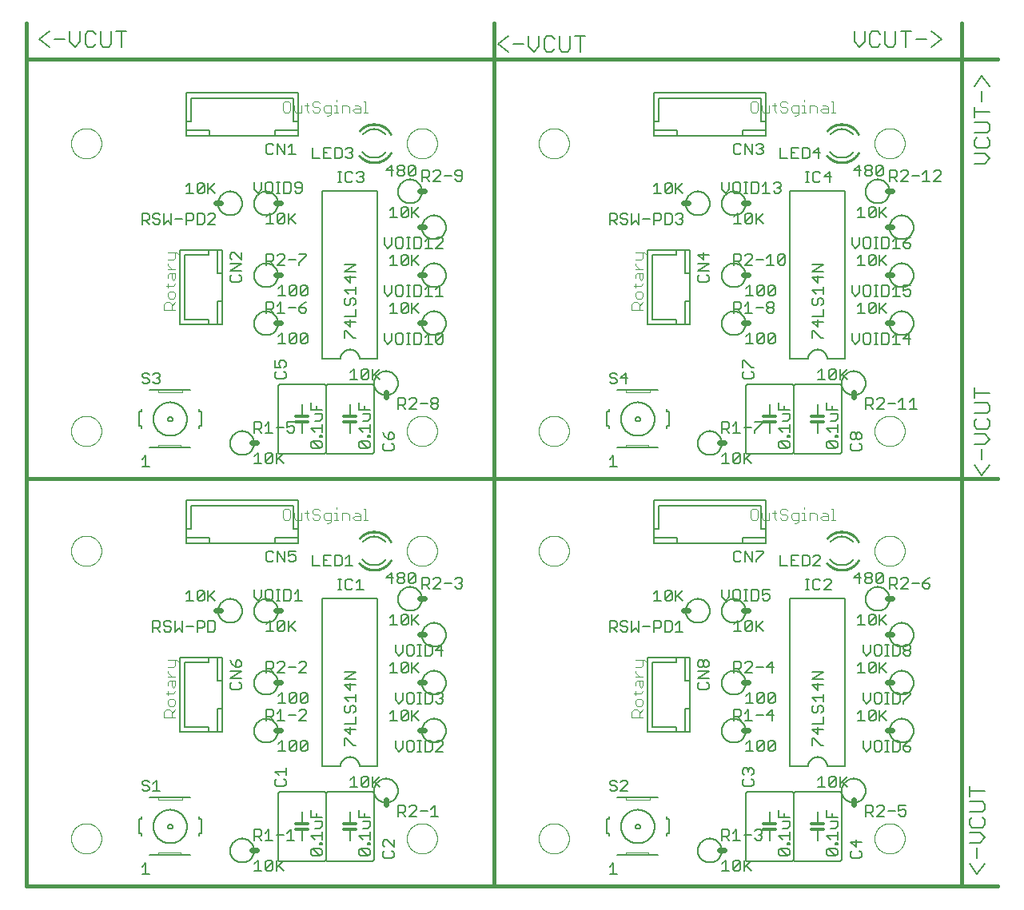
<source format=gto>
G75*
%MOIN*%
%OFA0B0*%
%FSLAX25Y25*%
%IPPOS*%
%LPD*%
%AMOC8*
5,1,8,0,0,1.08239X$1,22.5*
%
%ADD10C,0.00000*%
%ADD11C,0.01600*%
%ADD12C,0.00600*%
%ADD13C,0.01200*%
%ADD14C,0.00500*%
%ADD15C,0.02400*%
%ADD16C,0.00200*%
%ADD17C,0.01000*%
%ADD18C,0.00400*%
D10*
X0020501Y0021800D02*
X0020503Y0021958D01*
X0020509Y0022116D01*
X0020519Y0022274D01*
X0020533Y0022432D01*
X0020551Y0022589D01*
X0020572Y0022746D01*
X0020598Y0022902D01*
X0020628Y0023058D01*
X0020661Y0023213D01*
X0020699Y0023366D01*
X0020740Y0023519D01*
X0020785Y0023671D01*
X0020834Y0023822D01*
X0020887Y0023971D01*
X0020943Y0024119D01*
X0021003Y0024265D01*
X0021067Y0024410D01*
X0021135Y0024553D01*
X0021206Y0024695D01*
X0021280Y0024835D01*
X0021358Y0024972D01*
X0021440Y0025108D01*
X0021524Y0025242D01*
X0021613Y0025373D01*
X0021704Y0025502D01*
X0021799Y0025629D01*
X0021896Y0025754D01*
X0021997Y0025876D01*
X0022101Y0025995D01*
X0022208Y0026112D01*
X0022318Y0026226D01*
X0022431Y0026337D01*
X0022546Y0026446D01*
X0022664Y0026551D01*
X0022785Y0026653D01*
X0022908Y0026753D01*
X0023034Y0026849D01*
X0023162Y0026942D01*
X0023292Y0027032D01*
X0023425Y0027118D01*
X0023560Y0027202D01*
X0023696Y0027281D01*
X0023835Y0027358D01*
X0023976Y0027430D01*
X0024118Y0027500D01*
X0024262Y0027565D01*
X0024408Y0027627D01*
X0024555Y0027685D01*
X0024704Y0027740D01*
X0024854Y0027791D01*
X0025005Y0027838D01*
X0025157Y0027881D01*
X0025310Y0027920D01*
X0025465Y0027956D01*
X0025620Y0027987D01*
X0025776Y0028015D01*
X0025932Y0028039D01*
X0026089Y0028059D01*
X0026247Y0028075D01*
X0026404Y0028087D01*
X0026563Y0028095D01*
X0026721Y0028099D01*
X0026879Y0028099D01*
X0027037Y0028095D01*
X0027196Y0028087D01*
X0027353Y0028075D01*
X0027511Y0028059D01*
X0027668Y0028039D01*
X0027824Y0028015D01*
X0027980Y0027987D01*
X0028135Y0027956D01*
X0028290Y0027920D01*
X0028443Y0027881D01*
X0028595Y0027838D01*
X0028746Y0027791D01*
X0028896Y0027740D01*
X0029045Y0027685D01*
X0029192Y0027627D01*
X0029338Y0027565D01*
X0029482Y0027500D01*
X0029624Y0027430D01*
X0029765Y0027358D01*
X0029904Y0027281D01*
X0030040Y0027202D01*
X0030175Y0027118D01*
X0030308Y0027032D01*
X0030438Y0026942D01*
X0030566Y0026849D01*
X0030692Y0026753D01*
X0030815Y0026653D01*
X0030936Y0026551D01*
X0031054Y0026446D01*
X0031169Y0026337D01*
X0031282Y0026226D01*
X0031392Y0026112D01*
X0031499Y0025995D01*
X0031603Y0025876D01*
X0031704Y0025754D01*
X0031801Y0025629D01*
X0031896Y0025502D01*
X0031987Y0025373D01*
X0032076Y0025242D01*
X0032160Y0025108D01*
X0032242Y0024972D01*
X0032320Y0024835D01*
X0032394Y0024695D01*
X0032465Y0024553D01*
X0032533Y0024410D01*
X0032597Y0024265D01*
X0032657Y0024119D01*
X0032713Y0023971D01*
X0032766Y0023822D01*
X0032815Y0023671D01*
X0032860Y0023519D01*
X0032901Y0023366D01*
X0032939Y0023213D01*
X0032972Y0023058D01*
X0033002Y0022902D01*
X0033028Y0022746D01*
X0033049Y0022589D01*
X0033067Y0022432D01*
X0033081Y0022274D01*
X0033091Y0022116D01*
X0033097Y0021958D01*
X0033099Y0021800D01*
X0033097Y0021642D01*
X0033091Y0021484D01*
X0033081Y0021326D01*
X0033067Y0021168D01*
X0033049Y0021011D01*
X0033028Y0020854D01*
X0033002Y0020698D01*
X0032972Y0020542D01*
X0032939Y0020387D01*
X0032901Y0020234D01*
X0032860Y0020081D01*
X0032815Y0019929D01*
X0032766Y0019778D01*
X0032713Y0019629D01*
X0032657Y0019481D01*
X0032597Y0019335D01*
X0032533Y0019190D01*
X0032465Y0019047D01*
X0032394Y0018905D01*
X0032320Y0018765D01*
X0032242Y0018628D01*
X0032160Y0018492D01*
X0032076Y0018358D01*
X0031987Y0018227D01*
X0031896Y0018098D01*
X0031801Y0017971D01*
X0031704Y0017846D01*
X0031603Y0017724D01*
X0031499Y0017605D01*
X0031392Y0017488D01*
X0031282Y0017374D01*
X0031169Y0017263D01*
X0031054Y0017154D01*
X0030936Y0017049D01*
X0030815Y0016947D01*
X0030692Y0016847D01*
X0030566Y0016751D01*
X0030438Y0016658D01*
X0030308Y0016568D01*
X0030175Y0016482D01*
X0030040Y0016398D01*
X0029904Y0016319D01*
X0029765Y0016242D01*
X0029624Y0016170D01*
X0029482Y0016100D01*
X0029338Y0016035D01*
X0029192Y0015973D01*
X0029045Y0015915D01*
X0028896Y0015860D01*
X0028746Y0015809D01*
X0028595Y0015762D01*
X0028443Y0015719D01*
X0028290Y0015680D01*
X0028135Y0015644D01*
X0027980Y0015613D01*
X0027824Y0015585D01*
X0027668Y0015561D01*
X0027511Y0015541D01*
X0027353Y0015525D01*
X0027196Y0015513D01*
X0027037Y0015505D01*
X0026879Y0015501D01*
X0026721Y0015501D01*
X0026563Y0015505D01*
X0026404Y0015513D01*
X0026247Y0015525D01*
X0026089Y0015541D01*
X0025932Y0015561D01*
X0025776Y0015585D01*
X0025620Y0015613D01*
X0025465Y0015644D01*
X0025310Y0015680D01*
X0025157Y0015719D01*
X0025005Y0015762D01*
X0024854Y0015809D01*
X0024704Y0015860D01*
X0024555Y0015915D01*
X0024408Y0015973D01*
X0024262Y0016035D01*
X0024118Y0016100D01*
X0023976Y0016170D01*
X0023835Y0016242D01*
X0023696Y0016319D01*
X0023560Y0016398D01*
X0023425Y0016482D01*
X0023292Y0016568D01*
X0023162Y0016658D01*
X0023034Y0016751D01*
X0022908Y0016847D01*
X0022785Y0016947D01*
X0022664Y0017049D01*
X0022546Y0017154D01*
X0022431Y0017263D01*
X0022318Y0017374D01*
X0022208Y0017488D01*
X0022101Y0017605D01*
X0021997Y0017724D01*
X0021896Y0017846D01*
X0021799Y0017971D01*
X0021704Y0018098D01*
X0021613Y0018227D01*
X0021524Y0018358D01*
X0021440Y0018492D01*
X0021358Y0018628D01*
X0021280Y0018765D01*
X0021206Y0018905D01*
X0021135Y0019047D01*
X0021067Y0019190D01*
X0021003Y0019335D01*
X0020943Y0019481D01*
X0020887Y0019629D01*
X0020834Y0019778D01*
X0020785Y0019929D01*
X0020740Y0020081D01*
X0020699Y0020234D01*
X0020661Y0020387D01*
X0020628Y0020542D01*
X0020598Y0020698D01*
X0020572Y0020854D01*
X0020551Y0021011D01*
X0020533Y0021168D01*
X0020519Y0021326D01*
X0020509Y0021484D01*
X0020503Y0021642D01*
X0020501Y0021800D01*
X0020501Y0141800D02*
X0020503Y0141958D01*
X0020509Y0142116D01*
X0020519Y0142274D01*
X0020533Y0142432D01*
X0020551Y0142589D01*
X0020572Y0142746D01*
X0020598Y0142902D01*
X0020628Y0143058D01*
X0020661Y0143213D01*
X0020699Y0143366D01*
X0020740Y0143519D01*
X0020785Y0143671D01*
X0020834Y0143822D01*
X0020887Y0143971D01*
X0020943Y0144119D01*
X0021003Y0144265D01*
X0021067Y0144410D01*
X0021135Y0144553D01*
X0021206Y0144695D01*
X0021280Y0144835D01*
X0021358Y0144972D01*
X0021440Y0145108D01*
X0021524Y0145242D01*
X0021613Y0145373D01*
X0021704Y0145502D01*
X0021799Y0145629D01*
X0021896Y0145754D01*
X0021997Y0145876D01*
X0022101Y0145995D01*
X0022208Y0146112D01*
X0022318Y0146226D01*
X0022431Y0146337D01*
X0022546Y0146446D01*
X0022664Y0146551D01*
X0022785Y0146653D01*
X0022908Y0146753D01*
X0023034Y0146849D01*
X0023162Y0146942D01*
X0023292Y0147032D01*
X0023425Y0147118D01*
X0023560Y0147202D01*
X0023696Y0147281D01*
X0023835Y0147358D01*
X0023976Y0147430D01*
X0024118Y0147500D01*
X0024262Y0147565D01*
X0024408Y0147627D01*
X0024555Y0147685D01*
X0024704Y0147740D01*
X0024854Y0147791D01*
X0025005Y0147838D01*
X0025157Y0147881D01*
X0025310Y0147920D01*
X0025465Y0147956D01*
X0025620Y0147987D01*
X0025776Y0148015D01*
X0025932Y0148039D01*
X0026089Y0148059D01*
X0026247Y0148075D01*
X0026404Y0148087D01*
X0026563Y0148095D01*
X0026721Y0148099D01*
X0026879Y0148099D01*
X0027037Y0148095D01*
X0027196Y0148087D01*
X0027353Y0148075D01*
X0027511Y0148059D01*
X0027668Y0148039D01*
X0027824Y0148015D01*
X0027980Y0147987D01*
X0028135Y0147956D01*
X0028290Y0147920D01*
X0028443Y0147881D01*
X0028595Y0147838D01*
X0028746Y0147791D01*
X0028896Y0147740D01*
X0029045Y0147685D01*
X0029192Y0147627D01*
X0029338Y0147565D01*
X0029482Y0147500D01*
X0029624Y0147430D01*
X0029765Y0147358D01*
X0029904Y0147281D01*
X0030040Y0147202D01*
X0030175Y0147118D01*
X0030308Y0147032D01*
X0030438Y0146942D01*
X0030566Y0146849D01*
X0030692Y0146753D01*
X0030815Y0146653D01*
X0030936Y0146551D01*
X0031054Y0146446D01*
X0031169Y0146337D01*
X0031282Y0146226D01*
X0031392Y0146112D01*
X0031499Y0145995D01*
X0031603Y0145876D01*
X0031704Y0145754D01*
X0031801Y0145629D01*
X0031896Y0145502D01*
X0031987Y0145373D01*
X0032076Y0145242D01*
X0032160Y0145108D01*
X0032242Y0144972D01*
X0032320Y0144835D01*
X0032394Y0144695D01*
X0032465Y0144553D01*
X0032533Y0144410D01*
X0032597Y0144265D01*
X0032657Y0144119D01*
X0032713Y0143971D01*
X0032766Y0143822D01*
X0032815Y0143671D01*
X0032860Y0143519D01*
X0032901Y0143366D01*
X0032939Y0143213D01*
X0032972Y0143058D01*
X0033002Y0142902D01*
X0033028Y0142746D01*
X0033049Y0142589D01*
X0033067Y0142432D01*
X0033081Y0142274D01*
X0033091Y0142116D01*
X0033097Y0141958D01*
X0033099Y0141800D01*
X0033097Y0141642D01*
X0033091Y0141484D01*
X0033081Y0141326D01*
X0033067Y0141168D01*
X0033049Y0141011D01*
X0033028Y0140854D01*
X0033002Y0140698D01*
X0032972Y0140542D01*
X0032939Y0140387D01*
X0032901Y0140234D01*
X0032860Y0140081D01*
X0032815Y0139929D01*
X0032766Y0139778D01*
X0032713Y0139629D01*
X0032657Y0139481D01*
X0032597Y0139335D01*
X0032533Y0139190D01*
X0032465Y0139047D01*
X0032394Y0138905D01*
X0032320Y0138765D01*
X0032242Y0138628D01*
X0032160Y0138492D01*
X0032076Y0138358D01*
X0031987Y0138227D01*
X0031896Y0138098D01*
X0031801Y0137971D01*
X0031704Y0137846D01*
X0031603Y0137724D01*
X0031499Y0137605D01*
X0031392Y0137488D01*
X0031282Y0137374D01*
X0031169Y0137263D01*
X0031054Y0137154D01*
X0030936Y0137049D01*
X0030815Y0136947D01*
X0030692Y0136847D01*
X0030566Y0136751D01*
X0030438Y0136658D01*
X0030308Y0136568D01*
X0030175Y0136482D01*
X0030040Y0136398D01*
X0029904Y0136319D01*
X0029765Y0136242D01*
X0029624Y0136170D01*
X0029482Y0136100D01*
X0029338Y0136035D01*
X0029192Y0135973D01*
X0029045Y0135915D01*
X0028896Y0135860D01*
X0028746Y0135809D01*
X0028595Y0135762D01*
X0028443Y0135719D01*
X0028290Y0135680D01*
X0028135Y0135644D01*
X0027980Y0135613D01*
X0027824Y0135585D01*
X0027668Y0135561D01*
X0027511Y0135541D01*
X0027353Y0135525D01*
X0027196Y0135513D01*
X0027037Y0135505D01*
X0026879Y0135501D01*
X0026721Y0135501D01*
X0026563Y0135505D01*
X0026404Y0135513D01*
X0026247Y0135525D01*
X0026089Y0135541D01*
X0025932Y0135561D01*
X0025776Y0135585D01*
X0025620Y0135613D01*
X0025465Y0135644D01*
X0025310Y0135680D01*
X0025157Y0135719D01*
X0025005Y0135762D01*
X0024854Y0135809D01*
X0024704Y0135860D01*
X0024555Y0135915D01*
X0024408Y0135973D01*
X0024262Y0136035D01*
X0024118Y0136100D01*
X0023976Y0136170D01*
X0023835Y0136242D01*
X0023696Y0136319D01*
X0023560Y0136398D01*
X0023425Y0136482D01*
X0023292Y0136568D01*
X0023162Y0136658D01*
X0023034Y0136751D01*
X0022908Y0136847D01*
X0022785Y0136947D01*
X0022664Y0137049D01*
X0022546Y0137154D01*
X0022431Y0137263D01*
X0022318Y0137374D01*
X0022208Y0137488D01*
X0022101Y0137605D01*
X0021997Y0137724D01*
X0021896Y0137846D01*
X0021799Y0137971D01*
X0021704Y0138098D01*
X0021613Y0138227D01*
X0021524Y0138358D01*
X0021440Y0138492D01*
X0021358Y0138628D01*
X0021280Y0138765D01*
X0021206Y0138905D01*
X0021135Y0139047D01*
X0021067Y0139190D01*
X0021003Y0139335D01*
X0020943Y0139481D01*
X0020887Y0139629D01*
X0020834Y0139778D01*
X0020785Y0139929D01*
X0020740Y0140081D01*
X0020699Y0140234D01*
X0020661Y0140387D01*
X0020628Y0140542D01*
X0020598Y0140698D01*
X0020572Y0140854D01*
X0020551Y0141011D01*
X0020533Y0141168D01*
X0020519Y0141326D01*
X0020509Y0141484D01*
X0020503Y0141642D01*
X0020501Y0141800D01*
X0001800Y0171761D02*
X0195501Y0171761D01*
X0196800Y0171761D02*
X0390501Y0171761D01*
X0355501Y0191800D02*
X0355503Y0191958D01*
X0355509Y0192116D01*
X0355519Y0192274D01*
X0355533Y0192432D01*
X0355551Y0192589D01*
X0355572Y0192746D01*
X0355598Y0192902D01*
X0355628Y0193058D01*
X0355661Y0193213D01*
X0355699Y0193366D01*
X0355740Y0193519D01*
X0355785Y0193671D01*
X0355834Y0193822D01*
X0355887Y0193971D01*
X0355943Y0194119D01*
X0356003Y0194265D01*
X0356067Y0194410D01*
X0356135Y0194553D01*
X0356206Y0194695D01*
X0356280Y0194835D01*
X0356358Y0194972D01*
X0356440Y0195108D01*
X0356524Y0195242D01*
X0356613Y0195373D01*
X0356704Y0195502D01*
X0356799Y0195629D01*
X0356896Y0195754D01*
X0356997Y0195876D01*
X0357101Y0195995D01*
X0357208Y0196112D01*
X0357318Y0196226D01*
X0357431Y0196337D01*
X0357546Y0196446D01*
X0357664Y0196551D01*
X0357785Y0196653D01*
X0357908Y0196753D01*
X0358034Y0196849D01*
X0358162Y0196942D01*
X0358292Y0197032D01*
X0358425Y0197118D01*
X0358560Y0197202D01*
X0358696Y0197281D01*
X0358835Y0197358D01*
X0358976Y0197430D01*
X0359118Y0197500D01*
X0359262Y0197565D01*
X0359408Y0197627D01*
X0359555Y0197685D01*
X0359704Y0197740D01*
X0359854Y0197791D01*
X0360005Y0197838D01*
X0360157Y0197881D01*
X0360310Y0197920D01*
X0360465Y0197956D01*
X0360620Y0197987D01*
X0360776Y0198015D01*
X0360932Y0198039D01*
X0361089Y0198059D01*
X0361247Y0198075D01*
X0361404Y0198087D01*
X0361563Y0198095D01*
X0361721Y0198099D01*
X0361879Y0198099D01*
X0362037Y0198095D01*
X0362196Y0198087D01*
X0362353Y0198075D01*
X0362511Y0198059D01*
X0362668Y0198039D01*
X0362824Y0198015D01*
X0362980Y0197987D01*
X0363135Y0197956D01*
X0363290Y0197920D01*
X0363443Y0197881D01*
X0363595Y0197838D01*
X0363746Y0197791D01*
X0363896Y0197740D01*
X0364045Y0197685D01*
X0364192Y0197627D01*
X0364338Y0197565D01*
X0364482Y0197500D01*
X0364624Y0197430D01*
X0364765Y0197358D01*
X0364904Y0197281D01*
X0365040Y0197202D01*
X0365175Y0197118D01*
X0365308Y0197032D01*
X0365438Y0196942D01*
X0365566Y0196849D01*
X0365692Y0196753D01*
X0365815Y0196653D01*
X0365936Y0196551D01*
X0366054Y0196446D01*
X0366169Y0196337D01*
X0366282Y0196226D01*
X0366392Y0196112D01*
X0366499Y0195995D01*
X0366603Y0195876D01*
X0366704Y0195754D01*
X0366801Y0195629D01*
X0366896Y0195502D01*
X0366987Y0195373D01*
X0367076Y0195242D01*
X0367160Y0195108D01*
X0367242Y0194972D01*
X0367320Y0194835D01*
X0367394Y0194695D01*
X0367465Y0194553D01*
X0367533Y0194410D01*
X0367597Y0194265D01*
X0367657Y0194119D01*
X0367713Y0193971D01*
X0367766Y0193822D01*
X0367815Y0193671D01*
X0367860Y0193519D01*
X0367901Y0193366D01*
X0367939Y0193213D01*
X0367972Y0193058D01*
X0368002Y0192902D01*
X0368028Y0192746D01*
X0368049Y0192589D01*
X0368067Y0192432D01*
X0368081Y0192274D01*
X0368091Y0192116D01*
X0368097Y0191958D01*
X0368099Y0191800D01*
X0368097Y0191642D01*
X0368091Y0191484D01*
X0368081Y0191326D01*
X0368067Y0191168D01*
X0368049Y0191011D01*
X0368028Y0190854D01*
X0368002Y0190698D01*
X0367972Y0190542D01*
X0367939Y0190387D01*
X0367901Y0190234D01*
X0367860Y0190081D01*
X0367815Y0189929D01*
X0367766Y0189778D01*
X0367713Y0189629D01*
X0367657Y0189481D01*
X0367597Y0189335D01*
X0367533Y0189190D01*
X0367465Y0189047D01*
X0367394Y0188905D01*
X0367320Y0188765D01*
X0367242Y0188628D01*
X0367160Y0188492D01*
X0367076Y0188358D01*
X0366987Y0188227D01*
X0366896Y0188098D01*
X0366801Y0187971D01*
X0366704Y0187846D01*
X0366603Y0187724D01*
X0366499Y0187605D01*
X0366392Y0187488D01*
X0366282Y0187374D01*
X0366169Y0187263D01*
X0366054Y0187154D01*
X0365936Y0187049D01*
X0365815Y0186947D01*
X0365692Y0186847D01*
X0365566Y0186751D01*
X0365438Y0186658D01*
X0365308Y0186568D01*
X0365175Y0186482D01*
X0365040Y0186398D01*
X0364904Y0186319D01*
X0364765Y0186242D01*
X0364624Y0186170D01*
X0364482Y0186100D01*
X0364338Y0186035D01*
X0364192Y0185973D01*
X0364045Y0185915D01*
X0363896Y0185860D01*
X0363746Y0185809D01*
X0363595Y0185762D01*
X0363443Y0185719D01*
X0363290Y0185680D01*
X0363135Y0185644D01*
X0362980Y0185613D01*
X0362824Y0185585D01*
X0362668Y0185561D01*
X0362511Y0185541D01*
X0362353Y0185525D01*
X0362196Y0185513D01*
X0362037Y0185505D01*
X0361879Y0185501D01*
X0361721Y0185501D01*
X0361563Y0185505D01*
X0361404Y0185513D01*
X0361247Y0185525D01*
X0361089Y0185541D01*
X0360932Y0185561D01*
X0360776Y0185585D01*
X0360620Y0185613D01*
X0360465Y0185644D01*
X0360310Y0185680D01*
X0360157Y0185719D01*
X0360005Y0185762D01*
X0359854Y0185809D01*
X0359704Y0185860D01*
X0359555Y0185915D01*
X0359408Y0185973D01*
X0359262Y0186035D01*
X0359118Y0186100D01*
X0358976Y0186170D01*
X0358835Y0186242D01*
X0358696Y0186319D01*
X0358560Y0186398D01*
X0358425Y0186482D01*
X0358292Y0186568D01*
X0358162Y0186658D01*
X0358034Y0186751D01*
X0357908Y0186847D01*
X0357785Y0186947D01*
X0357664Y0187049D01*
X0357546Y0187154D01*
X0357431Y0187263D01*
X0357318Y0187374D01*
X0357208Y0187488D01*
X0357101Y0187605D01*
X0356997Y0187724D01*
X0356896Y0187846D01*
X0356799Y0187971D01*
X0356704Y0188098D01*
X0356613Y0188227D01*
X0356524Y0188358D01*
X0356440Y0188492D01*
X0356358Y0188628D01*
X0356280Y0188765D01*
X0356206Y0188905D01*
X0356135Y0189047D01*
X0356067Y0189190D01*
X0356003Y0189335D01*
X0355943Y0189481D01*
X0355887Y0189629D01*
X0355834Y0189778D01*
X0355785Y0189929D01*
X0355740Y0190081D01*
X0355699Y0190234D01*
X0355661Y0190387D01*
X0355628Y0190542D01*
X0355598Y0190698D01*
X0355572Y0190854D01*
X0355551Y0191011D01*
X0355533Y0191168D01*
X0355519Y0191326D01*
X0355509Y0191484D01*
X0355503Y0191642D01*
X0355501Y0191800D01*
X0355501Y0141800D02*
X0355503Y0141958D01*
X0355509Y0142116D01*
X0355519Y0142274D01*
X0355533Y0142432D01*
X0355551Y0142589D01*
X0355572Y0142746D01*
X0355598Y0142902D01*
X0355628Y0143058D01*
X0355661Y0143213D01*
X0355699Y0143366D01*
X0355740Y0143519D01*
X0355785Y0143671D01*
X0355834Y0143822D01*
X0355887Y0143971D01*
X0355943Y0144119D01*
X0356003Y0144265D01*
X0356067Y0144410D01*
X0356135Y0144553D01*
X0356206Y0144695D01*
X0356280Y0144835D01*
X0356358Y0144972D01*
X0356440Y0145108D01*
X0356524Y0145242D01*
X0356613Y0145373D01*
X0356704Y0145502D01*
X0356799Y0145629D01*
X0356896Y0145754D01*
X0356997Y0145876D01*
X0357101Y0145995D01*
X0357208Y0146112D01*
X0357318Y0146226D01*
X0357431Y0146337D01*
X0357546Y0146446D01*
X0357664Y0146551D01*
X0357785Y0146653D01*
X0357908Y0146753D01*
X0358034Y0146849D01*
X0358162Y0146942D01*
X0358292Y0147032D01*
X0358425Y0147118D01*
X0358560Y0147202D01*
X0358696Y0147281D01*
X0358835Y0147358D01*
X0358976Y0147430D01*
X0359118Y0147500D01*
X0359262Y0147565D01*
X0359408Y0147627D01*
X0359555Y0147685D01*
X0359704Y0147740D01*
X0359854Y0147791D01*
X0360005Y0147838D01*
X0360157Y0147881D01*
X0360310Y0147920D01*
X0360465Y0147956D01*
X0360620Y0147987D01*
X0360776Y0148015D01*
X0360932Y0148039D01*
X0361089Y0148059D01*
X0361247Y0148075D01*
X0361404Y0148087D01*
X0361563Y0148095D01*
X0361721Y0148099D01*
X0361879Y0148099D01*
X0362037Y0148095D01*
X0362196Y0148087D01*
X0362353Y0148075D01*
X0362511Y0148059D01*
X0362668Y0148039D01*
X0362824Y0148015D01*
X0362980Y0147987D01*
X0363135Y0147956D01*
X0363290Y0147920D01*
X0363443Y0147881D01*
X0363595Y0147838D01*
X0363746Y0147791D01*
X0363896Y0147740D01*
X0364045Y0147685D01*
X0364192Y0147627D01*
X0364338Y0147565D01*
X0364482Y0147500D01*
X0364624Y0147430D01*
X0364765Y0147358D01*
X0364904Y0147281D01*
X0365040Y0147202D01*
X0365175Y0147118D01*
X0365308Y0147032D01*
X0365438Y0146942D01*
X0365566Y0146849D01*
X0365692Y0146753D01*
X0365815Y0146653D01*
X0365936Y0146551D01*
X0366054Y0146446D01*
X0366169Y0146337D01*
X0366282Y0146226D01*
X0366392Y0146112D01*
X0366499Y0145995D01*
X0366603Y0145876D01*
X0366704Y0145754D01*
X0366801Y0145629D01*
X0366896Y0145502D01*
X0366987Y0145373D01*
X0367076Y0145242D01*
X0367160Y0145108D01*
X0367242Y0144972D01*
X0367320Y0144835D01*
X0367394Y0144695D01*
X0367465Y0144553D01*
X0367533Y0144410D01*
X0367597Y0144265D01*
X0367657Y0144119D01*
X0367713Y0143971D01*
X0367766Y0143822D01*
X0367815Y0143671D01*
X0367860Y0143519D01*
X0367901Y0143366D01*
X0367939Y0143213D01*
X0367972Y0143058D01*
X0368002Y0142902D01*
X0368028Y0142746D01*
X0368049Y0142589D01*
X0368067Y0142432D01*
X0368081Y0142274D01*
X0368091Y0142116D01*
X0368097Y0141958D01*
X0368099Y0141800D01*
X0368097Y0141642D01*
X0368091Y0141484D01*
X0368081Y0141326D01*
X0368067Y0141168D01*
X0368049Y0141011D01*
X0368028Y0140854D01*
X0368002Y0140698D01*
X0367972Y0140542D01*
X0367939Y0140387D01*
X0367901Y0140234D01*
X0367860Y0140081D01*
X0367815Y0139929D01*
X0367766Y0139778D01*
X0367713Y0139629D01*
X0367657Y0139481D01*
X0367597Y0139335D01*
X0367533Y0139190D01*
X0367465Y0139047D01*
X0367394Y0138905D01*
X0367320Y0138765D01*
X0367242Y0138628D01*
X0367160Y0138492D01*
X0367076Y0138358D01*
X0366987Y0138227D01*
X0366896Y0138098D01*
X0366801Y0137971D01*
X0366704Y0137846D01*
X0366603Y0137724D01*
X0366499Y0137605D01*
X0366392Y0137488D01*
X0366282Y0137374D01*
X0366169Y0137263D01*
X0366054Y0137154D01*
X0365936Y0137049D01*
X0365815Y0136947D01*
X0365692Y0136847D01*
X0365566Y0136751D01*
X0365438Y0136658D01*
X0365308Y0136568D01*
X0365175Y0136482D01*
X0365040Y0136398D01*
X0364904Y0136319D01*
X0364765Y0136242D01*
X0364624Y0136170D01*
X0364482Y0136100D01*
X0364338Y0136035D01*
X0364192Y0135973D01*
X0364045Y0135915D01*
X0363896Y0135860D01*
X0363746Y0135809D01*
X0363595Y0135762D01*
X0363443Y0135719D01*
X0363290Y0135680D01*
X0363135Y0135644D01*
X0362980Y0135613D01*
X0362824Y0135585D01*
X0362668Y0135561D01*
X0362511Y0135541D01*
X0362353Y0135525D01*
X0362196Y0135513D01*
X0362037Y0135505D01*
X0361879Y0135501D01*
X0361721Y0135501D01*
X0361563Y0135505D01*
X0361404Y0135513D01*
X0361247Y0135525D01*
X0361089Y0135541D01*
X0360932Y0135561D01*
X0360776Y0135585D01*
X0360620Y0135613D01*
X0360465Y0135644D01*
X0360310Y0135680D01*
X0360157Y0135719D01*
X0360005Y0135762D01*
X0359854Y0135809D01*
X0359704Y0135860D01*
X0359555Y0135915D01*
X0359408Y0135973D01*
X0359262Y0136035D01*
X0359118Y0136100D01*
X0358976Y0136170D01*
X0358835Y0136242D01*
X0358696Y0136319D01*
X0358560Y0136398D01*
X0358425Y0136482D01*
X0358292Y0136568D01*
X0358162Y0136658D01*
X0358034Y0136751D01*
X0357908Y0136847D01*
X0357785Y0136947D01*
X0357664Y0137049D01*
X0357546Y0137154D01*
X0357431Y0137263D01*
X0357318Y0137374D01*
X0357208Y0137488D01*
X0357101Y0137605D01*
X0356997Y0137724D01*
X0356896Y0137846D01*
X0356799Y0137971D01*
X0356704Y0138098D01*
X0356613Y0138227D01*
X0356524Y0138358D01*
X0356440Y0138492D01*
X0356358Y0138628D01*
X0356280Y0138765D01*
X0356206Y0138905D01*
X0356135Y0139047D01*
X0356067Y0139190D01*
X0356003Y0139335D01*
X0355943Y0139481D01*
X0355887Y0139629D01*
X0355834Y0139778D01*
X0355785Y0139929D01*
X0355740Y0140081D01*
X0355699Y0140234D01*
X0355661Y0140387D01*
X0355628Y0140542D01*
X0355598Y0140698D01*
X0355572Y0140854D01*
X0355551Y0141011D01*
X0355533Y0141168D01*
X0355519Y0141326D01*
X0355509Y0141484D01*
X0355503Y0141642D01*
X0355501Y0141800D01*
X0355501Y0021800D02*
X0355503Y0021958D01*
X0355509Y0022116D01*
X0355519Y0022274D01*
X0355533Y0022432D01*
X0355551Y0022589D01*
X0355572Y0022746D01*
X0355598Y0022902D01*
X0355628Y0023058D01*
X0355661Y0023213D01*
X0355699Y0023366D01*
X0355740Y0023519D01*
X0355785Y0023671D01*
X0355834Y0023822D01*
X0355887Y0023971D01*
X0355943Y0024119D01*
X0356003Y0024265D01*
X0356067Y0024410D01*
X0356135Y0024553D01*
X0356206Y0024695D01*
X0356280Y0024835D01*
X0356358Y0024972D01*
X0356440Y0025108D01*
X0356524Y0025242D01*
X0356613Y0025373D01*
X0356704Y0025502D01*
X0356799Y0025629D01*
X0356896Y0025754D01*
X0356997Y0025876D01*
X0357101Y0025995D01*
X0357208Y0026112D01*
X0357318Y0026226D01*
X0357431Y0026337D01*
X0357546Y0026446D01*
X0357664Y0026551D01*
X0357785Y0026653D01*
X0357908Y0026753D01*
X0358034Y0026849D01*
X0358162Y0026942D01*
X0358292Y0027032D01*
X0358425Y0027118D01*
X0358560Y0027202D01*
X0358696Y0027281D01*
X0358835Y0027358D01*
X0358976Y0027430D01*
X0359118Y0027500D01*
X0359262Y0027565D01*
X0359408Y0027627D01*
X0359555Y0027685D01*
X0359704Y0027740D01*
X0359854Y0027791D01*
X0360005Y0027838D01*
X0360157Y0027881D01*
X0360310Y0027920D01*
X0360465Y0027956D01*
X0360620Y0027987D01*
X0360776Y0028015D01*
X0360932Y0028039D01*
X0361089Y0028059D01*
X0361247Y0028075D01*
X0361404Y0028087D01*
X0361563Y0028095D01*
X0361721Y0028099D01*
X0361879Y0028099D01*
X0362037Y0028095D01*
X0362196Y0028087D01*
X0362353Y0028075D01*
X0362511Y0028059D01*
X0362668Y0028039D01*
X0362824Y0028015D01*
X0362980Y0027987D01*
X0363135Y0027956D01*
X0363290Y0027920D01*
X0363443Y0027881D01*
X0363595Y0027838D01*
X0363746Y0027791D01*
X0363896Y0027740D01*
X0364045Y0027685D01*
X0364192Y0027627D01*
X0364338Y0027565D01*
X0364482Y0027500D01*
X0364624Y0027430D01*
X0364765Y0027358D01*
X0364904Y0027281D01*
X0365040Y0027202D01*
X0365175Y0027118D01*
X0365308Y0027032D01*
X0365438Y0026942D01*
X0365566Y0026849D01*
X0365692Y0026753D01*
X0365815Y0026653D01*
X0365936Y0026551D01*
X0366054Y0026446D01*
X0366169Y0026337D01*
X0366282Y0026226D01*
X0366392Y0026112D01*
X0366499Y0025995D01*
X0366603Y0025876D01*
X0366704Y0025754D01*
X0366801Y0025629D01*
X0366896Y0025502D01*
X0366987Y0025373D01*
X0367076Y0025242D01*
X0367160Y0025108D01*
X0367242Y0024972D01*
X0367320Y0024835D01*
X0367394Y0024695D01*
X0367465Y0024553D01*
X0367533Y0024410D01*
X0367597Y0024265D01*
X0367657Y0024119D01*
X0367713Y0023971D01*
X0367766Y0023822D01*
X0367815Y0023671D01*
X0367860Y0023519D01*
X0367901Y0023366D01*
X0367939Y0023213D01*
X0367972Y0023058D01*
X0368002Y0022902D01*
X0368028Y0022746D01*
X0368049Y0022589D01*
X0368067Y0022432D01*
X0368081Y0022274D01*
X0368091Y0022116D01*
X0368097Y0021958D01*
X0368099Y0021800D01*
X0368097Y0021642D01*
X0368091Y0021484D01*
X0368081Y0021326D01*
X0368067Y0021168D01*
X0368049Y0021011D01*
X0368028Y0020854D01*
X0368002Y0020698D01*
X0367972Y0020542D01*
X0367939Y0020387D01*
X0367901Y0020234D01*
X0367860Y0020081D01*
X0367815Y0019929D01*
X0367766Y0019778D01*
X0367713Y0019629D01*
X0367657Y0019481D01*
X0367597Y0019335D01*
X0367533Y0019190D01*
X0367465Y0019047D01*
X0367394Y0018905D01*
X0367320Y0018765D01*
X0367242Y0018628D01*
X0367160Y0018492D01*
X0367076Y0018358D01*
X0366987Y0018227D01*
X0366896Y0018098D01*
X0366801Y0017971D01*
X0366704Y0017846D01*
X0366603Y0017724D01*
X0366499Y0017605D01*
X0366392Y0017488D01*
X0366282Y0017374D01*
X0366169Y0017263D01*
X0366054Y0017154D01*
X0365936Y0017049D01*
X0365815Y0016947D01*
X0365692Y0016847D01*
X0365566Y0016751D01*
X0365438Y0016658D01*
X0365308Y0016568D01*
X0365175Y0016482D01*
X0365040Y0016398D01*
X0364904Y0016319D01*
X0364765Y0016242D01*
X0364624Y0016170D01*
X0364482Y0016100D01*
X0364338Y0016035D01*
X0364192Y0015973D01*
X0364045Y0015915D01*
X0363896Y0015860D01*
X0363746Y0015809D01*
X0363595Y0015762D01*
X0363443Y0015719D01*
X0363290Y0015680D01*
X0363135Y0015644D01*
X0362980Y0015613D01*
X0362824Y0015585D01*
X0362668Y0015561D01*
X0362511Y0015541D01*
X0362353Y0015525D01*
X0362196Y0015513D01*
X0362037Y0015505D01*
X0361879Y0015501D01*
X0361721Y0015501D01*
X0361563Y0015505D01*
X0361404Y0015513D01*
X0361247Y0015525D01*
X0361089Y0015541D01*
X0360932Y0015561D01*
X0360776Y0015585D01*
X0360620Y0015613D01*
X0360465Y0015644D01*
X0360310Y0015680D01*
X0360157Y0015719D01*
X0360005Y0015762D01*
X0359854Y0015809D01*
X0359704Y0015860D01*
X0359555Y0015915D01*
X0359408Y0015973D01*
X0359262Y0016035D01*
X0359118Y0016100D01*
X0358976Y0016170D01*
X0358835Y0016242D01*
X0358696Y0016319D01*
X0358560Y0016398D01*
X0358425Y0016482D01*
X0358292Y0016568D01*
X0358162Y0016658D01*
X0358034Y0016751D01*
X0357908Y0016847D01*
X0357785Y0016947D01*
X0357664Y0017049D01*
X0357546Y0017154D01*
X0357431Y0017263D01*
X0357318Y0017374D01*
X0357208Y0017488D01*
X0357101Y0017605D01*
X0356997Y0017724D01*
X0356896Y0017846D01*
X0356799Y0017971D01*
X0356704Y0018098D01*
X0356613Y0018227D01*
X0356524Y0018358D01*
X0356440Y0018492D01*
X0356358Y0018628D01*
X0356280Y0018765D01*
X0356206Y0018905D01*
X0356135Y0019047D01*
X0356067Y0019190D01*
X0356003Y0019335D01*
X0355943Y0019481D01*
X0355887Y0019629D01*
X0355834Y0019778D01*
X0355785Y0019929D01*
X0355740Y0020081D01*
X0355699Y0020234D01*
X0355661Y0020387D01*
X0355628Y0020542D01*
X0355598Y0020698D01*
X0355572Y0020854D01*
X0355551Y0021011D01*
X0355533Y0021168D01*
X0355519Y0021326D01*
X0355509Y0021484D01*
X0355503Y0021642D01*
X0355501Y0021800D01*
X0215501Y0021800D02*
X0215503Y0021958D01*
X0215509Y0022116D01*
X0215519Y0022274D01*
X0215533Y0022432D01*
X0215551Y0022589D01*
X0215572Y0022746D01*
X0215598Y0022902D01*
X0215628Y0023058D01*
X0215661Y0023213D01*
X0215699Y0023366D01*
X0215740Y0023519D01*
X0215785Y0023671D01*
X0215834Y0023822D01*
X0215887Y0023971D01*
X0215943Y0024119D01*
X0216003Y0024265D01*
X0216067Y0024410D01*
X0216135Y0024553D01*
X0216206Y0024695D01*
X0216280Y0024835D01*
X0216358Y0024972D01*
X0216440Y0025108D01*
X0216524Y0025242D01*
X0216613Y0025373D01*
X0216704Y0025502D01*
X0216799Y0025629D01*
X0216896Y0025754D01*
X0216997Y0025876D01*
X0217101Y0025995D01*
X0217208Y0026112D01*
X0217318Y0026226D01*
X0217431Y0026337D01*
X0217546Y0026446D01*
X0217664Y0026551D01*
X0217785Y0026653D01*
X0217908Y0026753D01*
X0218034Y0026849D01*
X0218162Y0026942D01*
X0218292Y0027032D01*
X0218425Y0027118D01*
X0218560Y0027202D01*
X0218696Y0027281D01*
X0218835Y0027358D01*
X0218976Y0027430D01*
X0219118Y0027500D01*
X0219262Y0027565D01*
X0219408Y0027627D01*
X0219555Y0027685D01*
X0219704Y0027740D01*
X0219854Y0027791D01*
X0220005Y0027838D01*
X0220157Y0027881D01*
X0220310Y0027920D01*
X0220465Y0027956D01*
X0220620Y0027987D01*
X0220776Y0028015D01*
X0220932Y0028039D01*
X0221089Y0028059D01*
X0221247Y0028075D01*
X0221404Y0028087D01*
X0221563Y0028095D01*
X0221721Y0028099D01*
X0221879Y0028099D01*
X0222037Y0028095D01*
X0222196Y0028087D01*
X0222353Y0028075D01*
X0222511Y0028059D01*
X0222668Y0028039D01*
X0222824Y0028015D01*
X0222980Y0027987D01*
X0223135Y0027956D01*
X0223290Y0027920D01*
X0223443Y0027881D01*
X0223595Y0027838D01*
X0223746Y0027791D01*
X0223896Y0027740D01*
X0224045Y0027685D01*
X0224192Y0027627D01*
X0224338Y0027565D01*
X0224482Y0027500D01*
X0224624Y0027430D01*
X0224765Y0027358D01*
X0224904Y0027281D01*
X0225040Y0027202D01*
X0225175Y0027118D01*
X0225308Y0027032D01*
X0225438Y0026942D01*
X0225566Y0026849D01*
X0225692Y0026753D01*
X0225815Y0026653D01*
X0225936Y0026551D01*
X0226054Y0026446D01*
X0226169Y0026337D01*
X0226282Y0026226D01*
X0226392Y0026112D01*
X0226499Y0025995D01*
X0226603Y0025876D01*
X0226704Y0025754D01*
X0226801Y0025629D01*
X0226896Y0025502D01*
X0226987Y0025373D01*
X0227076Y0025242D01*
X0227160Y0025108D01*
X0227242Y0024972D01*
X0227320Y0024835D01*
X0227394Y0024695D01*
X0227465Y0024553D01*
X0227533Y0024410D01*
X0227597Y0024265D01*
X0227657Y0024119D01*
X0227713Y0023971D01*
X0227766Y0023822D01*
X0227815Y0023671D01*
X0227860Y0023519D01*
X0227901Y0023366D01*
X0227939Y0023213D01*
X0227972Y0023058D01*
X0228002Y0022902D01*
X0228028Y0022746D01*
X0228049Y0022589D01*
X0228067Y0022432D01*
X0228081Y0022274D01*
X0228091Y0022116D01*
X0228097Y0021958D01*
X0228099Y0021800D01*
X0228097Y0021642D01*
X0228091Y0021484D01*
X0228081Y0021326D01*
X0228067Y0021168D01*
X0228049Y0021011D01*
X0228028Y0020854D01*
X0228002Y0020698D01*
X0227972Y0020542D01*
X0227939Y0020387D01*
X0227901Y0020234D01*
X0227860Y0020081D01*
X0227815Y0019929D01*
X0227766Y0019778D01*
X0227713Y0019629D01*
X0227657Y0019481D01*
X0227597Y0019335D01*
X0227533Y0019190D01*
X0227465Y0019047D01*
X0227394Y0018905D01*
X0227320Y0018765D01*
X0227242Y0018628D01*
X0227160Y0018492D01*
X0227076Y0018358D01*
X0226987Y0018227D01*
X0226896Y0018098D01*
X0226801Y0017971D01*
X0226704Y0017846D01*
X0226603Y0017724D01*
X0226499Y0017605D01*
X0226392Y0017488D01*
X0226282Y0017374D01*
X0226169Y0017263D01*
X0226054Y0017154D01*
X0225936Y0017049D01*
X0225815Y0016947D01*
X0225692Y0016847D01*
X0225566Y0016751D01*
X0225438Y0016658D01*
X0225308Y0016568D01*
X0225175Y0016482D01*
X0225040Y0016398D01*
X0224904Y0016319D01*
X0224765Y0016242D01*
X0224624Y0016170D01*
X0224482Y0016100D01*
X0224338Y0016035D01*
X0224192Y0015973D01*
X0224045Y0015915D01*
X0223896Y0015860D01*
X0223746Y0015809D01*
X0223595Y0015762D01*
X0223443Y0015719D01*
X0223290Y0015680D01*
X0223135Y0015644D01*
X0222980Y0015613D01*
X0222824Y0015585D01*
X0222668Y0015561D01*
X0222511Y0015541D01*
X0222353Y0015525D01*
X0222196Y0015513D01*
X0222037Y0015505D01*
X0221879Y0015501D01*
X0221721Y0015501D01*
X0221563Y0015505D01*
X0221404Y0015513D01*
X0221247Y0015525D01*
X0221089Y0015541D01*
X0220932Y0015561D01*
X0220776Y0015585D01*
X0220620Y0015613D01*
X0220465Y0015644D01*
X0220310Y0015680D01*
X0220157Y0015719D01*
X0220005Y0015762D01*
X0219854Y0015809D01*
X0219704Y0015860D01*
X0219555Y0015915D01*
X0219408Y0015973D01*
X0219262Y0016035D01*
X0219118Y0016100D01*
X0218976Y0016170D01*
X0218835Y0016242D01*
X0218696Y0016319D01*
X0218560Y0016398D01*
X0218425Y0016482D01*
X0218292Y0016568D01*
X0218162Y0016658D01*
X0218034Y0016751D01*
X0217908Y0016847D01*
X0217785Y0016947D01*
X0217664Y0017049D01*
X0217546Y0017154D01*
X0217431Y0017263D01*
X0217318Y0017374D01*
X0217208Y0017488D01*
X0217101Y0017605D01*
X0216997Y0017724D01*
X0216896Y0017846D01*
X0216799Y0017971D01*
X0216704Y0018098D01*
X0216613Y0018227D01*
X0216524Y0018358D01*
X0216440Y0018492D01*
X0216358Y0018628D01*
X0216280Y0018765D01*
X0216206Y0018905D01*
X0216135Y0019047D01*
X0216067Y0019190D01*
X0216003Y0019335D01*
X0215943Y0019481D01*
X0215887Y0019629D01*
X0215834Y0019778D01*
X0215785Y0019929D01*
X0215740Y0020081D01*
X0215699Y0020234D01*
X0215661Y0020387D01*
X0215628Y0020542D01*
X0215598Y0020698D01*
X0215572Y0020854D01*
X0215551Y0021011D01*
X0215533Y0021168D01*
X0215519Y0021326D01*
X0215509Y0021484D01*
X0215503Y0021642D01*
X0215501Y0021800D01*
X0160501Y0021800D02*
X0160503Y0021958D01*
X0160509Y0022116D01*
X0160519Y0022274D01*
X0160533Y0022432D01*
X0160551Y0022589D01*
X0160572Y0022746D01*
X0160598Y0022902D01*
X0160628Y0023058D01*
X0160661Y0023213D01*
X0160699Y0023366D01*
X0160740Y0023519D01*
X0160785Y0023671D01*
X0160834Y0023822D01*
X0160887Y0023971D01*
X0160943Y0024119D01*
X0161003Y0024265D01*
X0161067Y0024410D01*
X0161135Y0024553D01*
X0161206Y0024695D01*
X0161280Y0024835D01*
X0161358Y0024972D01*
X0161440Y0025108D01*
X0161524Y0025242D01*
X0161613Y0025373D01*
X0161704Y0025502D01*
X0161799Y0025629D01*
X0161896Y0025754D01*
X0161997Y0025876D01*
X0162101Y0025995D01*
X0162208Y0026112D01*
X0162318Y0026226D01*
X0162431Y0026337D01*
X0162546Y0026446D01*
X0162664Y0026551D01*
X0162785Y0026653D01*
X0162908Y0026753D01*
X0163034Y0026849D01*
X0163162Y0026942D01*
X0163292Y0027032D01*
X0163425Y0027118D01*
X0163560Y0027202D01*
X0163696Y0027281D01*
X0163835Y0027358D01*
X0163976Y0027430D01*
X0164118Y0027500D01*
X0164262Y0027565D01*
X0164408Y0027627D01*
X0164555Y0027685D01*
X0164704Y0027740D01*
X0164854Y0027791D01*
X0165005Y0027838D01*
X0165157Y0027881D01*
X0165310Y0027920D01*
X0165465Y0027956D01*
X0165620Y0027987D01*
X0165776Y0028015D01*
X0165932Y0028039D01*
X0166089Y0028059D01*
X0166247Y0028075D01*
X0166404Y0028087D01*
X0166563Y0028095D01*
X0166721Y0028099D01*
X0166879Y0028099D01*
X0167037Y0028095D01*
X0167196Y0028087D01*
X0167353Y0028075D01*
X0167511Y0028059D01*
X0167668Y0028039D01*
X0167824Y0028015D01*
X0167980Y0027987D01*
X0168135Y0027956D01*
X0168290Y0027920D01*
X0168443Y0027881D01*
X0168595Y0027838D01*
X0168746Y0027791D01*
X0168896Y0027740D01*
X0169045Y0027685D01*
X0169192Y0027627D01*
X0169338Y0027565D01*
X0169482Y0027500D01*
X0169624Y0027430D01*
X0169765Y0027358D01*
X0169904Y0027281D01*
X0170040Y0027202D01*
X0170175Y0027118D01*
X0170308Y0027032D01*
X0170438Y0026942D01*
X0170566Y0026849D01*
X0170692Y0026753D01*
X0170815Y0026653D01*
X0170936Y0026551D01*
X0171054Y0026446D01*
X0171169Y0026337D01*
X0171282Y0026226D01*
X0171392Y0026112D01*
X0171499Y0025995D01*
X0171603Y0025876D01*
X0171704Y0025754D01*
X0171801Y0025629D01*
X0171896Y0025502D01*
X0171987Y0025373D01*
X0172076Y0025242D01*
X0172160Y0025108D01*
X0172242Y0024972D01*
X0172320Y0024835D01*
X0172394Y0024695D01*
X0172465Y0024553D01*
X0172533Y0024410D01*
X0172597Y0024265D01*
X0172657Y0024119D01*
X0172713Y0023971D01*
X0172766Y0023822D01*
X0172815Y0023671D01*
X0172860Y0023519D01*
X0172901Y0023366D01*
X0172939Y0023213D01*
X0172972Y0023058D01*
X0173002Y0022902D01*
X0173028Y0022746D01*
X0173049Y0022589D01*
X0173067Y0022432D01*
X0173081Y0022274D01*
X0173091Y0022116D01*
X0173097Y0021958D01*
X0173099Y0021800D01*
X0173097Y0021642D01*
X0173091Y0021484D01*
X0173081Y0021326D01*
X0173067Y0021168D01*
X0173049Y0021011D01*
X0173028Y0020854D01*
X0173002Y0020698D01*
X0172972Y0020542D01*
X0172939Y0020387D01*
X0172901Y0020234D01*
X0172860Y0020081D01*
X0172815Y0019929D01*
X0172766Y0019778D01*
X0172713Y0019629D01*
X0172657Y0019481D01*
X0172597Y0019335D01*
X0172533Y0019190D01*
X0172465Y0019047D01*
X0172394Y0018905D01*
X0172320Y0018765D01*
X0172242Y0018628D01*
X0172160Y0018492D01*
X0172076Y0018358D01*
X0171987Y0018227D01*
X0171896Y0018098D01*
X0171801Y0017971D01*
X0171704Y0017846D01*
X0171603Y0017724D01*
X0171499Y0017605D01*
X0171392Y0017488D01*
X0171282Y0017374D01*
X0171169Y0017263D01*
X0171054Y0017154D01*
X0170936Y0017049D01*
X0170815Y0016947D01*
X0170692Y0016847D01*
X0170566Y0016751D01*
X0170438Y0016658D01*
X0170308Y0016568D01*
X0170175Y0016482D01*
X0170040Y0016398D01*
X0169904Y0016319D01*
X0169765Y0016242D01*
X0169624Y0016170D01*
X0169482Y0016100D01*
X0169338Y0016035D01*
X0169192Y0015973D01*
X0169045Y0015915D01*
X0168896Y0015860D01*
X0168746Y0015809D01*
X0168595Y0015762D01*
X0168443Y0015719D01*
X0168290Y0015680D01*
X0168135Y0015644D01*
X0167980Y0015613D01*
X0167824Y0015585D01*
X0167668Y0015561D01*
X0167511Y0015541D01*
X0167353Y0015525D01*
X0167196Y0015513D01*
X0167037Y0015505D01*
X0166879Y0015501D01*
X0166721Y0015501D01*
X0166563Y0015505D01*
X0166404Y0015513D01*
X0166247Y0015525D01*
X0166089Y0015541D01*
X0165932Y0015561D01*
X0165776Y0015585D01*
X0165620Y0015613D01*
X0165465Y0015644D01*
X0165310Y0015680D01*
X0165157Y0015719D01*
X0165005Y0015762D01*
X0164854Y0015809D01*
X0164704Y0015860D01*
X0164555Y0015915D01*
X0164408Y0015973D01*
X0164262Y0016035D01*
X0164118Y0016100D01*
X0163976Y0016170D01*
X0163835Y0016242D01*
X0163696Y0016319D01*
X0163560Y0016398D01*
X0163425Y0016482D01*
X0163292Y0016568D01*
X0163162Y0016658D01*
X0163034Y0016751D01*
X0162908Y0016847D01*
X0162785Y0016947D01*
X0162664Y0017049D01*
X0162546Y0017154D01*
X0162431Y0017263D01*
X0162318Y0017374D01*
X0162208Y0017488D01*
X0162101Y0017605D01*
X0161997Y0017724D01*
X0161896Y0017846D01*
X0161799Y0017971D01*
X0161704Y0018098D01*
X0161613Y0018227D01*
X0161524Y0018358D01*
X0161440Y0018492D01*
X0161358Y0018628D01*
X0161280Y0018765D01*
X0161206Y0018905D01*
X0161135Y0019047D01*
X0161067Y0019190D01*
X0161003Y0019335D01*
X0160943Y0019481D01*
X0160887Y0019629D01*
X0160834Y0019778D01*
X0160785Y0019929D01*
X0160740Y0020081D01*
X0160699Y0020234D01*
X0160661Y0020387D01*
X0160628Y0020542D01*
X0160598Y0020698D01*
X0160572Y0020854D01*
X0160551Y0021011D01*
X0160533Y0021168D01*
X0160519Y0021326D01*
X0160509Y0021484D01*
X0160503Y0021642D01*
X0160501Y0021800D01*
X0160501Y0141800D02*
X0160503Y0141958D01*
X0160509Y0142116D01*
X0160519Y0142274D01*
X0160533Y0142432D01*
X0160551Y0142589D01*
X0160572Y0142746D01*
X0160598Y0142902D01*
X0160628Y0143058D01*
X0160661Y0143213D01*
X0160699Y0143366D01*
X0160740Y0143519D01*
X0160785Y0143671D01*
X0160834Y0143822D01*
X0160887Y0143971D01*
X0160943Y0144119D01*
X0161003Y0144265D01*
X0161067Y0144410D01*
X0161135Y0144553D01*
X0161206Y0144695D01*
X0161280Y0144835D01*
X0161358Y0144972D01*
X0161440Y0145108D01*
X0161524Y0145242D01*
X0161613Y0145373D01*
X0161704Y0145502D01*
X0161799Y0145629D01*
X0161896Y0145754D01*
X0161997Y0145876D01*
X0162101Y0145995D01*
X0162208Y0146112D01*
X0162318Y0146226D01*
X0162431Y0146337D01*
X0162546Y0146446D01*
X0162664Y0146551D01*
X0162785Y0146653D01*
X0162908Y0146753D01*
X0163034Y0146849D01*
X0163162Y0146942D01*
X0163292Y0147032D01*
X0163425Y0147118D01*
X0163560Y0147202D01*
X0163696Y0147281D01*
X0163835Y0147358D01*
X0163976Y0147430D01*
X0164118Y0147500D01*
X0164262Y0147565D01*
X0164408Y0147627D01*
X0164555Y0147685D01*
X0164704Y0147740D01*
X0164854Y0147791D01*
X0165005Y0147838D01*
X0165157Y0147881D01*
X0165310Y0147920D01*
X0165465Y0147956D01*
X0165620Y0147987D01*
X0165776Y0148015D01*
X0165932Y0148039D01*
X0166089Y0148059D01*
X0166247Y0148075D01*
X0166404Y0148087D01*
X0166563Y0148095D01*
X0166721Y0148099D01*
X0166879Y0148099D01*
X0167037Y0148095D01*
X0167196Y0148087D01*
X0167353Y0148075D01*
X0167511Y0148059D01*
X0167668Y0148039D01*
X0167824Y0148015D01*
X0167980Y0147987D01*
X0168135Y0147956D01*
X0168290Y0147920D01*
X0168443Y0147881D01*
X0168595Y0147838D01*
X0168746Y0147791D01*
X0168896Y0147740D01*
X0169045Y0147685D01*
X0169192Y0147627D01*
X0169338Y0147565D01*
X0169482Y0147500D01*
X0169624Y0147430D01*
X0169765Y0147358D01*
X0169904Y0147281D01*
X0170040Y0147202D01*
X0170175Y0147118D01*
X0170308Y0147032D01*
X0170438Y0146942D01*
X0170566Y0146849D01*
X0170692Y0146753D01*
X0170815Y0146653D01*
X0170936Y0146551D01*
X0171054Y0146446D01*
X0171169Y0146337D01*
X0171282Y0146226D01*
X0171392Y0146112D01*
X0171499Y0145995D01*
X0171603Y0145876D01*
X0171704Y0145754D01*
X0171801Y0145629D01*
X0171896Y0145502D01*
X0171987Y0145373D01*
X0172076Y0145242D01*
X0172160Y0145108D01*
X0172242Y0144972D01*
X0172320Y0144835D01*
X0172394Y0144695D01*
X0172465Y0144553D01*
X0172533Y0144410D01*
X0172597Y0144265D01*
X0172657Y0144119D01*
X0172713Y0143971D01*
X0172766Y0143822D01*
X0172815Y0143671D01*
X0172860Y0143519D01*
X0172901Y0143366D01*
X0172939Y0143213D01*
X0172972Y0143058D01*
X0173002Y0142902D01*
X0173028Y0142746D01*
X0173049Y0142589D01*
X0173067Y0142432D01*
X0173081Y0142274D01*
X0173091Y0142116D01*
X0173097Y0141958D01*
X0173099Y0141800D01*
X0173097Y0141642D01*
X0173091Y0141484D01*
X0173081Y0141326D01*
X0173067Y0141168D01*
X0173049Y0141011D01*
X0173028Y0140854D01*
X0173002Y0140698D01*
X0172972Y0140542D01*
X0172939Y0140387D01*
X0172901Y0140234D01*
X0172860Y0140081D01*
X0172815Y0139929D01*
X0172766Y0139778D01*
X0172713Y0139629D01*
X0172657Y0139481D01*
X0172597Y0139335D01*
X0172533Y0139190D01*
X0172465Y0139047D01*
X0172394Y0138905D01*
X0172320Y0138765D01*
X0172242Y0138628D01*
X0172160Y0138492D01*
X0172076Y0138358D01*
X0171987Y0138227D01*
X0171896Y0138098D01*
X0171801Y0137971D01*
X0171704Y0137846D01*
X0171603Y0137724D01*
X0171499Y0137605D01*
X0171392Y0137488D01*
X0171282Y0137374D01*
X0171169Y0137263D01*
X0171054Y0137154D01*
X0170936Y0137049D01*
X0170815Y0136947D01*
X0170692Y0136847D01*
X0170566Y0136751D01*
X0170438Y0136658D01*
X0170308Y0136568D01*
X0170175Y0136482D01*
X0170040Y0136398D01*
X0169904Y0136319D01*
X0169765Y0136242D01*
X0169624Y0136170D01*
X0169482Y0136100D01*
X0169338Y0136035D01*
X0169192Y0135973D01*
X0169045Y0135915D01*
X0168896Y0135860D01*
X0168746Y0135809D01*
X0168595Y0135762D01*
X0168443Y0135719D01*
X0168290Y0135680D01*
X0168135Y0135644D01*
X0167980Y0135613D01*
X0167824Y0135585D01*
X0167668Y0135561D01*
X0167511Y0135541D01*
X0167353Y0135525D01*
X0167196Y0135513D01*
X0167037Y0135505D01*
X0166879Y0135501D01*
X0166721Y0135501D01*
X0166563Y0135505D01*
X0166404Y0135513D01*
X0166247Y0135525D01*
X0166089Y0135541D01*
X0165932Y0135561D01*
X0165776Y0135585D01*
X0165620Y0135613D01*
X0165465Y0135644D01*
X0165310Y0135680D01*
X0165157Y0135719D01*
X0165005Y0135762D01*
X0164854Y0135809D01*
X0164704Y0135860D01*
X0164555Y0135915D01*
X0164408Y0135973D01*
X0164262Y0136035D01*
X0164118Y0136100D01*
X0163976Y0136170D01*
X0163835Y0136242D01*
X0163696Y0136319D01*
X0163560Y0136398D01*
X0163425Y0136482D01*
X0163292Y0136568D01*
X0163162Y0136658D01*
X0163034Y0136751D01*
X0162908Y0136847D01*
X0162785Y0136947D01*
X0162664Y0137049D01*
X0162546Y0137154D01*
X0162431Y0137263D01*
X0162318Y0137374D01*
X0162208Y0137488D01*
X0162101Y0137605D01*
X0161997Y0137724D01*
X0161896Y0137846D01*
X0161799Y0137971D01*
X0161704Y0138098D01*
X0161613Y0138227D01*
X0161524Y0138358D01*
X0161440Y0138492D01*
X0161358Y0138628D01*
X0161280Y0138765D01*
X0161206Y0138905D01*
X0161135Y0139047D01*
X0161067Y0139190D01*
X0161003Y0139335D01*
X0160943Y0139481D01*
X0160887Y0139629D01*
X0160834Y0139778D01*
X0160785Y0139929D01*
X0160740Y0140081D01*
X0160699Y0140234D01*
X0160661Y0140387D01*
X0160628Y0140542D01*
X0160598Y0140698D01*
X0160572Y0140854D01*
X0160551Y0141011D01*
X0160533Y0141168D01*
X0160519Y0141326D01*
X0160509Y0141484D01*
X0160503Y0141642D01*
X0160501Y0141800D01*
X0196800Y0161800D02*
X0196800Y0171761D01*
X0196800Y0341761D01*
X0195501Y0346761D02*
X0001800Y0346761D01*
X0001800Y0341761D02*
X0001800Y0171761D01*
X0020501Y0191800D02*
X0020503Y0191958D01*
X0020509Y0192116D01*
X0020519Y0192274D01*
X0020533Y0192432D01*
X0020551Y0192589D01*
X0020572Y0192746D01*
X0020598Y0192902D01*
X0020628Y0193058D01*
X0020661Y0193213D01*
X0020699Y0193366D01*
X0020740Y0193519D01*
X0020785Y0193671D01*
X0020834Y0193822D01*
X0020887Y0193971D01*
X0020943Y0194119D01*
X0021003Y0194265D01*
X0021067Y0194410D01*
X0021135Y0194553D01*
X0021206Y0194695D01*
X0021280Y0194835D01*
X0021358Y0194972D01*
X0021440Y0195108D01*
X0021524Y0195242D01*
X0021613Y0195373D01*
X0021704Y0195502D01*
X0021799Y0195629D01*
X0021896Y0195754D01*
X0021997Y0195876D01*
X0022101Y0195995D01*
X0022208Y0196112D01*
X0022318Y0196226D01*
X0022431Y0196337D01*
X0022546Y0196446D01*
X0022664Y0196551D01*
X0022785Y0196653D01*
X0022908Y0196753D01*
X0023034Y0196849D01*
X0023162Y0196942D01*
X0023292Y0197032D01*
X0023425Y0197118D01*
X0023560Y0197202D01*
X0023696Y0197281D01*
X0023835Y0197358D01*
X0023976Y0197430D01*
X0024118Y0197500D01*
X0024262Y0197565D01*
X0024408Y0197627D01*
X0024555Y0197685D01*
X0024704Y0197740D01*
X0024854Y0197791D01*
X0025005Y0197838D01*
X0025157Y0197881D01*
X0025310Y0197920D01*
X0025465Y0197956D01*
X0025620Y0197987D01*
X0025776Y0198015D01*
X0025932Y0198039D01*
X0026089Y0198059D01*
X0026247Y0198075D01*
X0026404Y0198087D01*
X0026563Y0198095D01*
X0026721Y0198099D01*
X0026879Y0198099D01*
X0027037Y0198095D01*
X0027196Y0198087D01*
X0027353Y0198075D01*
X0027511Y0198059D01*
X0027668Y0198039D01*
X0027824Y0198015D01*
X0027980Y0197987D01*
X0028135Y0197956D01*
X0028290Y0197920D01*
X0028443Y0197881D01*
X0028595Y0197838D01*
X0028746Y0197791D01*
X0028896Y0197740D01*
X0029045Y0197685D01*
X0029192Y0197627D01*
X0029338Y0197565D01*
X0029482Y0197500D01*
X0029624Y0197430D01*
X0029765Y0197358D01*
X0029904Y0197281D01*
X0030040Y0197202D01*
X0030175Y0197118D01*
X0030308Y0197032D01*
X0030438Y0196942D01*
X0030566Y0196849D01*
X0030692Y0196753D01*
X0030815Y0196653D01*
X0030936Y0196551D01*
X0031054Y0196446D01*
X0031169Y0196337D01*
X0031282Y0196226D01*
X0031392Y0196112D01*
X0031499Y0195995D01*
X0031603Y0195876D01*
X0031704Y0195754D01*
X0031801Y0195629D01*
X0031896Y0195502D01*
X0031987Y0195373D01*
X0032076Y0195242D01*
X0032160Y0195108D01*
X0032242Y0194972D01*
X0032320Y0194835D01*
X0032394Y0194695D01*
X0032465Y0194553D01*
X0032533Y0194410D01*
X0032597Y0194265D01*
X0032657Y0194119D01*
X0032713Y0193971D01*
X0032766Y0193822D01*
X0032815Y0193671D01*
X0032860Y0193519D01*
X0032901Y0193366D01*
X0032939Y0193213D01*
X0032972Y0193058D01*
X0033002Y0192902D01*
X0033028Y0192746D01*
X0033049Y0192589D01*
X0033067Y0192432D01*
X0033081Y0192274D01*
X0033091Y0192116D01*
X0033097Y0191958D01*
X0033099Y0191800D01*
X0033097Y0191642D01*
X0033091Y0191484D01*
X0033081Y0191326D01*
X0033067Y0191168D01*
X0033049Y0191011D01*
X0033028Y0190854D01*
X0033002Y0190698D01*
X0032972Y0190542D01*
X0032939Y0190387D01*
X0032901Y0190234D01*
X0032860Y0190081D01*
X0032815Y0189929D01*
X0032766Y0189778D01*
X0032713Y0189629D01*
X0032657Y0189481D01*
X0032597Y0189335D01*
X0032533Y0189190D01*
X0032465Y0189047D01*
X0032394Y0188905D01*
X0032320Y0188765D01*
X0032242Y0188628D01*
X0032160Y0188492D01*
X0032076Y0188358D01*
X0031987Y0188227D01*
X0031896Y0188098D01*
X0031801Y0187971D01*
X0031704Y0187846D01*
X0031603Y0187724D01*
X0031499Y0187605D01*
X0031392Y0187488D01*
X0031282Y0187374D01*
X0031169Y0187263D01*
X0031054Y0187154D01*
X0030936Y0187049D01*
X0030815Y0186947D01*
X0030692Y0186847D01*
X0030566Y0186751D01*
X0030438Y0186658D01*
X0030308Y0186568D01*
X0030175Y0186482D01*
X0030040Y0186398D01*
X0029904Y0186319D01*
X0029765Y0186242D01*
X0029624Y0186170D01*
X0029482Y0186100D01*
X0029338Y0186035D01*
X0029192Y0185973D01*
X0029045Y0185915D01*
X0028896Y0185860D01*
X0028746Y0185809D01*
X0028595Y0185762D01*
X0028443Y0185719D01*
X0028290Y0185680D01*
X0028135Y0185644D01*
X0027980Y0185613D01*
X0027824Y0185585D01*
X0027668Y0185561D01*
X0027511Y0185541D01*
X0027353Y0185525D01*
X0027196Y0185513D01*
X0027037Y0185505D01*
X0026879Y0185501D01*
X0026721Y0185501D01*
X0026563Y0185505D01*
X0026404Y0185513D01*
X0026247Y0185525D01*
X0026089Y0185541D01*
X0025932Y0185561D01*
X0025776Y0185585D01*
X0025620Y0185613D01*
X0025465Y0185644D01*
X0025310Y0185680D01*
X0025157Y0185719D01*
X0025005Y0185762D01*
X0024854Y0185809D01*
X0024704Y0185860D01*
X0024555Y0185915D01*
X0024408Y0185973D01*
X0024262Y0186035D01*
X0024118Y0186100D01*
X0023976Y0186170D01*
X0023835Y0186242D01*
X0023696Y0186319D01*
X0023560Y0186398D01*
X0023425Y0186482D01*
X0023292Y0186568D01*
X0023162Y0186658D01*
X0023034Y0186751D01*
X0022908Y0186847D01*
X0022785Y0186947D01*
X0022664Y0187049D01*
X0022546Y0187154D01*
X0022431Y0187263D01*
X0022318Y0187374D01*
X0022208Y0187488D01*
X0022101Y0187605D01*
X0021997Y0187724D01*
X0021896Y0187846D01*
X0021799Y0187971D01*
X0021704Y0188098D01*
X0021613Y0188227D01*
X0021524Y0188358D01*
X0021440Y0188492D01*
X0021358Y0188628D01*
X0021280Y0188765D01*
X0021206Y0188905D01*
X0021135Y0189047D01*
X0021067Y0189190D01*
X0021003Y0189335D01*
X0020943Y0189481D01*
X0020887Y0189629D01*
X0020834Y0189778D01*
X0020785Y0189929D01*
X0020740Y0190081D01*
X0020699Y0190234D01*
X0020661Y0190387D01*
X0020628Y0190542D01*
X0020598Y0190698D01*
X0020572Y0190854D01*
X0020551Y0191011D01*
X0020533Y0191168D01*
X0020519Y0191326D01*
X0020509Y0191484D01*
X0020503Y0191642D01*
X0020501Y0191800D01*
X0020501Y0311800D02*
X0020503Y0311958D01*
X0020509Y0312116D01*
X0020519Y0312274D01*
X0020533Y0312432D01*
X0020551Y0312589D01*
X0020572Y0312746D01*
X0020598Y0312902D01*
X0020628Y0313058D01*
X0020661Y0313213D01*
X0020699Y0313366D01*
X0020740Y0313519D01*
X0020785Y0313671D01*
X0020834Y0313822D01*
X0020887Y0313971D01*
X0020943Y0314119D01*
X0021003Y0314265D01*
X0021067Y0314410D01*
X0021135Y0314553D01*
X0021206Y0314695D01*
X0021280Y0314835D01*
X0021358Y0314972D01*
X0021440Y0315108D01*
X0021524Y0315242D01*
X0021613Y0315373D01*
X0021704Y0315502D01*
X0021799Y0315629D01*
X0021896Y0315754D01*
X0021997Y0315876D01*
X0022101Y0315995D01*
X0022208Y0316112D01*
X0022318Y0316226D01*
X0022431Y0316337D01*
X0022546Y0316446D01*
X0022664Y0316551D01*
X0022785Y0316653D01*
X0022908Y0316753D01*
X0023034Y0316849D01*
X0023162Y0316942D01*
X0023292Y0317032D01*
X0023425Y0317118D01*
X0023560Y0317202D01*
X0023696Y0317281D01*
X0023835Y0317358D01*
X0023976Y0317430D01*
X0024118Y0317500D01*
X0024262Y0317565D01*
X0024408Y0317627D01*
X0024555Y0317685D01*
X0024704Y0317740D01*
X0024854Y0317791D01*
X0025005Y0317838D01*
X0025157Y0317881D01*
X0025310Y0317920D01*
X0025465Y0317956D01*
X0025620Y0317987D01*
X0025776Y0318015D01*
X0025932Y0318039D01*
X0026089Y0318059D01*
X0026247Y0318075D01*
X0026404Y0318087D01*
X0026563Y0318095D01*
X0026721Y0318099D01*
X0026879Y0318099D01*
X0027037Y0318095D01*
X0027196Y0318087D01*
X0027353Y0318075D01*
X0027511Y0318059D01*
X0027668Y0318039D01*
X0027824Y0318015D01*
X0027980Y0317987D01*
X0028135Y0317956D01*
X0028290Y0317920D01*
X0028443Y0317881D01*
X0028595Y0317838D01*
X0028746Y0317791D01*
X0028896Y0317740D01*
X0029045Y0317685D01*
X0029192Y0317627D01*
X0029338Y0317565D01*
X0029482Y0317500D01*
X0029624Y0317430D01*
X0029765Y0317358D01*
X0029904Y0317281D01*
X0030040Y0317202D01*
X0030175Y0317118D01*
X0030308Y0317032D01*
X0030438Y0316942D01*
X0030566Y0316849D01*
X0030692Y0316753D01*
X0030815Y0316653D01*
X0030936Y0316551D01*
X0031054Y0316446D01*
X0031169Y0316337D01*
X0031282Y0316226D01*
X0031392Y0316112D01*
X0031499Y0315995D01*
X0031603Y0315876D01*
X0031704Y0315754D01*
X0031801Y0315629D01*
X0031896Y0315502D01*
X0031987Y0315373D01*
X0032076Y0315242D01*
X0032160Y0315108D01*
X0032242Y0314972D01*
X0032320Y0314835D01*
X0032394Y0314695D01*
X0032465Y0314553D01*
X0032533Y0314410D01*
X0032597Y0314265D01*
X0032657Y0314119D01*
X0032713Y0313971D01*
X0032766Y0313822D01*
X0032815Y0313671D01*
X0032860Y0313519D01*
X0032901Y0313366D01*
X0032939Y0313213D01*
X0032972Y0313058D01*
X0033002Y0312902D01*
X0033028Y0312746D01*
X0033049Y0312589D01*
X0033067Y0312432D01*
X0033081Y0312274D01*
X0033091Y0312116D01*
X0033097Y0311958D01*
X0033099Y0311800D01*
X0033097Y0311642D01*
X0033091Y0311484D01*
X0033081Y0311326D01*
X0033067Y0311168D01*
X0033049Y0311011D01*
X0033028Y0310854D01*
X0033002Y0310698D01*
X0032972Y0310542D01*
X0032939Y0310387D01*
X0032901Y0310234D01*
X0032860Y0310081D01*
X0032815Y0309929D01*
X0032766Y0309778D01*
X0032713Y0309629D01*
X0032657Y0309481D01*
X0032597Y0309335D01*
X0032533Y0309190D01*
X0032465Y0309047D01*
X0032394Y0308905D01*
X0032320Y0308765D01*
X0032242Y0308628D01*
X0032160Y0308492D01*
X0032076Y0308358D01*
X0031987Y0308227D01*
X0031896Y0308098D01*
X0031801Y0307971D01*
X0031704Y0307846D01*
X0031603Y0307724D01*
X0031499Y0307605D01*
X0031392Y0307488D01*
X0031282Y0307374D01*
X0031169Y0307263D01*
X0031054Y0307154D01*
X0030936Y0307049D01*
X0030815Y0306947D01*
X0030692Y0306847D01*
X0030566Y0306751D01*
X0030438Y0306658D01*
X0030308Y0306568D01*
X0030175Y0306482D01*
X0030040Y0306398D01*
X0029904Y0306319D01*
X0029765Y0306242D01*
X0029624Y0306170D01*
X0029482Y0306100D01*
X0029338Y0306035D01*
X0029192Y0305973D01*
X0029045Y0305915D01*
X0028896Y0305860D01*
X0028746Y0305809D01*
X0028595Y0305762D01*
X0028443Y0305719D01*
X0028290Y0305680D01*
X0028135Y0305644D01*
X0027980Y0305613D01*
X0027824Y0305585D01*
X0027668Y0305561D01*
X0027511Y0305541D01*
X0027353Y0305525D01*
X0027196Y0305513D01*
X0027037Y0305505D01*
X0026879Y0305501D01*
X0026721Y0305501D01*
X0026563Y0305505D01*
X0026404Y0305513D01*
X0026247Y0305525D01*
X0026089Y0305541D01*
X0025932Y0305561D01*
X0025776Y0305585D01*
X0025620Y0305613D01*
X0025465Y0305644D01*
X0025310Y0305680D01*
X0025157Y0305719D01*
X0025005Y0305762D01*
X0024854Y0305809D01*
X0024704Y0305860D01*
X0024555Y0305915D01*
X0024408Y0305973D01*
X0024262Y0306035D01*
X0024118Y0306100D01*
X0023976Y0306170D01*
X0023835Y0306242D01*
X0023696Y0306319D01*
X0023560Y0306398D01*
X0023425Y0306482D01*
X0023292Y0306568D01*
X0023162Y0306658D01*
X0023034Y0306751D01*
X0022908Y0306847D01*
X0022785Y0306947D01*
X0022664Y0307049D01*
X0022546Y0307154D01*
X0022431Y0307263D01*
X0022318Y0307374D01*
X0022208Y0307488D01*
X0022101Y0307605D01*
X0021997Y0307724D01*
X0021896Y0307846D01*
X0021799Y0307971D01*
X0021704Y0308098D01*
X0021613Y0308227D01*
X0021524Y0308358D01*
X0021440Y0308492D01*
X0021358Y0308628D01*
X0021280Y0308765D01*
X0021206Y0308905D01*
X0021135Y0309047D01*
X0021067Y0309190D01*
X0021003Y0309335D01*
X0020943Y0309481D01*
X0020887Y0309629D01*
X0020834Y0309778D01*
X0020785Y0309929D01*
X0020740Y0310081D01*
X0020699Y0310234D01*
X0020661Y0310387D01*
X0020628Y0310542D01*
X0020598Y0310698D01*
X0020572Y0310854D01*
X0020551Y0311011D01*
X0020533Y0311168D01*
X0020519Y0311326D01*
X0020509Y0311484D01*
X0020503Y0311642D01*
X0020501Y0311800D01*
X0160501Y0311800D02*
X0160503Y0311958D01*
X0160509Y0312116D01*
X0160519Y0312274D01*
X0160533Y0312432D01*
X0160551Y0312589D01*
X0160572Y0312746D01*
X0160598Y0312902D01*
X0160628Y0313058D01*
X0160661Y0313213D01*
X0160699Y0313366D01*
X0160740Y0313519D01*
X0160785Y0313671D01*
X0160834Y0313822D01*
X0160887Y0313971D01*
X0160943Y0314119D01*
X0161003Y0314265D01*
X0161067Y0314410D01*
X0161135Y0314553D01*
X0161206Y0314695D01*
X0161280Y0314835D01*
X0161358Y0314972D01*
X0161440Y0315108D01*
X0161524Y0315242D01*
X0161613Y0315373D01*
X0161704Y0315502D01*
X0161799Y0315629D01*
X0161896Y0315754D01*
X0161997Y0315876D01*
X0162101Y0315995D01*
X0162208Y0316112D01*
X0162318Y0316226D01*
X0162431Y0316337D01*
X0162546Y0316446D01*
X0162664Y0316551D01*
X0162785Y0316653D01*
X0162908Y0316753D01*
X0163034Y0316849D01*
X0163162Y0316942D01*
X0163292Y0317032D01*
X0163425Y0317118D01*
X0163560Y0317202D01*
X0163696Y0317281D01*
X0163835Y0317358D01*
X0163976Y0317430D01*
X0164118Y0317500D01*
X0164262Y0317565D01*
X0164408Y0317627D01*
X0164555Y0317685D01*
X0164704Y0317740D01*
X0164854Y0317791D01*
X0165005Y0317838D01*
X0165157Y0317881D01*
X0165310Y0317920D01*
X0165465Y0317956D01*
X0165620Y0317987D01*
X0165776Y0318015D01*
X0165932Y0318039D01*
X0166089Y0318059D01*
X0166247Y0318075D01*
X0166404Y0318087D01*
X0166563Y0318095D01*
X0166721Y0318099D01*
X0166879Y0318099D01*
X0167037Y0318095D01*
X0167196Y0318087D01*
X0167353Y0318075D01*
X0167511Y0318059D01*
X0167668Y0318039D01*
X0167824Y0318015D01*
X0167980Y0317987D01*
X0168135Y0317956D01*
X0168290Y0317920D01*
X0168443Y0317881D01*
X0168595Y0317838D01*
X0168746Y0317791D01*
X0168896Y0317740D01*
X0169045Y0317685D01*
X0169192Y0317627D01*
X0169338Y0317565D01*
X0169482Y0317500D01*
X0169624Y0317430D01*
X0169765Y0317358D01*
X0169904Y0317281D01*
X0170040Y0317202D01*
X0170175Y0317118D01*
X0170308Y0317032D01*
X0170438Y0316942D01*
X0170566Y0316849D01*
X0170692Y0316753D01*
X0170815Y0316653D01*
X0170936Y0316551D01*
X0171054Y0316446D01*
X0171169Y0316337D01*
X0171282Y0316226D01*
X0171392Y0316112D01*
X0171499Y0315995D01*
X0171603Y0315876D01*
X0171704Y0315754D01*
X0171801Y0315629D01*
X0171896Y0315502D01*
X0171987Y0315373D01*
X0172076Y0315242D01*
X0172160Y0315108D01*
X0172242Y0314972D01*
X0172320Y0314835D01*
X0172394Y0314695D01*
X0172465Y0314553D01*
X0172533Y0314410D01*
X0172597Y0314265D01*
X0172657Y0314119D01*
X0172713Y0313971D01*
X0172766Y0313822D01*
X0172815Y0313671D01*
X0172860Y0313519D01*
X0172901Y0313366D01*
X0172939Y0313213D01*
X0172972Y0313058D01*
X0173002Y0312902D01*
X0173028Y0312746D01*
X0173049Y0312589D01*
X0173067Y0312432D01*
X0173081Y0312274D01*
X0173091Y0312116D01*
X0173097Y0311958D01*
X0173099Y0311800D01*
X0173097Y0311642D01*
X0173091Y0311484D01*
X0173081Y0311326D01*
X0173067Y0311168D01*
X0173049Y0311011D01*
X0173028Y0310854D01*
X0173002Y0310698D01*
X0172972Y0310542D01*
X0172939Y0310387D01*
X0172901Y0310234D01*
X0172860Y0310081D01*
X0172815Y0309929D01*
X0172766Y0309778D01*
X0172713Y0309629D01*
X0172657Y0309481D01*
X0172597Y0309335D01*
X0172533Y0309190D01*
X0172465Y0309047D01*
X0172394Y0308905D01*
X0172320Y0308765D01*
X0172242Y0308628D01*
X0172160Y0308492D01*
X0172076Y0308358D01*
X0171987Y0308227D01*
X0171896Y0308098D01*
X0171801Y0307971D01*
X0171704Y0307846D01*
X0171603Y0307724D01*
X0171499Y0307605D01*
X0171392Y0307488D01*
X0171282Y0307374D01*
X0171169Y0307263D01*
X0171054Y0307154D01*
X0170936Y0307049D01*
X0170815Y0306947D01*
X0170692Y0306847D01*
X0170566Y0306751D01*
X0170438Y0306658D01*
X0170308Y0306568D01*
X0170175Y0306482D01*
X0170040Y0306398D01*
X0169904Y0306319D01*
X0169765Y0306242D01*
X0169624Y0306170D01*
X0169482Y0306100D01*
X0169338Y0306035D01*
X0169192Y0305973D01*
X0169045Y0305915D01*
X0168896Y0305860D01*
X0168746Y0305809D01*
X0168595Y0305762D01*
X0168443Y0305719D01*
X0168290Y0305680D01*
X0168135Y0305644D01*
X0167980Y0305613D01*
X0167824Y0305585D01*
X0167668Y0305561D01*
X0167511Y0305541D01*
X0167353Y0305525D01*
X0167196Y0305513D01*
X0167037Y0305505D01*
X0166879Y0305501D01*
X0166721Y0305501D01*
X0166563Y0305505D01*
X0166404Y0305513D01*
X0166247Y0305525D01*
X0166089Y0305541D01*
X0165932Y0305561D01*
X0165776Y0305585D01*
X0165620Y0305613D01*
X0165465Y0305644D01*
X0165310Y0305680D01*
X0165157Y0305719D01*
X0165005Y0305762D01*
X0164854Y0305809D01*
X0164704Y0305860D01*
X0164555Y0305915D01*
X0164408Y0305973D01*
X0164262Y0306035D01*
X0164118Y0306100D01*
X0163976Y0306170D01*
X0163835Y0306242D01*
X0163696Y0306319D01*
X0163560Y0306398D01*
X0163425Y0306482D01*
X0163292Y0306568D01*
X0163162Y0306658D01*
X0163034Y0306751D01*
X0162908Y0306847D01*
X0162785Y0306947D01*
X0162664Y0307049D01*
X0162546Y0307154D01*
X0162431Y0307263D01*
X0162318Y0307374D01*
X0162208Y0307488D01*
X0162101Y0307605D01*
X0161997Y0307724D01*
X0161896Y0307846D01*
X0161799Y0307971D01*
X0161704Y0308098D01*
X0161613Y0308227D01*
X0161524Y0308358D01*
X0161440Y0308492D01*
X0161358Y0308628D01*
X0161280Y0308765D01*
X0161206Y0308905D01*
X0161135Y0309047D01*
X0161067Y0309190D01*
X0161003Y0309335D01*
X0160943Y0309481D01*
X0160887Y0309629D01*
X0160834Y0309778D01*
X0160785Y0309929D01*
X0160740Y0310081D01*
X0160699Y0310234D01*
X0160661Y0310387D01*
X0160628Y0310542D01*
X0160598Y0310698D01*
X0160572Y0310854D01*
X0160551Y0311011D01*
X0160533Y0311168D01*
X0160519Y0311326D01*
X0160509Y0311484D01*
X0160503Y0311642D01*
X0160501Y0311800D01*
X0215501Y0311800D02*
X0215503Y0311958D01*
X0215509Y0312116D01*
X0215519Y0312274D01*
X0215533Y0312432D01*
X0215551Y0312589D01*
X0215572Y0312746D01*
X0215598Y0312902D01*
X0215628Y0313058D01*
X0215661Y0313213D01*
X0215699Y0313366D01*
X0215740Y0313519D01*
X0215785Y0313671D01*
X0215834Y0313822D01*
X0215887Y0313971D01*
X0215943Y0314119D01*
X0216003Y0314265D01*
X0216067Y0314410D01*
X0216135Y0314553D01*
X0216206Y0314695D01*
X0216280Y0314835D01*
X0216358Y0314972D01*
X0216440Y0315108D01*
X0216524Y0315242D01*
X0216613Y0315373D01*
X0216704Y0315502D01*
X0216799Y0315629D01*
X0216896Y0315754D01*
X0216997Y0315876D01*
X0217101Y0315995D01*
X0217208Y0316112D01*
X0217318Y0316226D01*
X0217431Y0316337D01*
X0217546Y0316446D01*
X0217664Y0316551D01*
X0217785Y0316653D01*
X0217908Y0316753D01*
X0218034Y0316849D01*
X0218162Y0316942D01*
X0218292Y0317032D01*
X0218425Y0317118D01*
X0218560Y0317202D01*
X0218696Y0317281D01*
X0218835Y0317358D01*
X0218976Y0317430D01*
X0219118Y0317500D01*
X0219262Y0317565D01*
X0219408Y0317627D01*
X0219555Y0317685D01*
X0219704Y0317740D01*
X0219854Y0317791D01*
X0220005Y0317838D01*
X0220157Y0317881D01*
X0220310Y0317920D01*
X0220465Y0317956D01*
X0220620Y0317987D01*
X0220776Y0318015D01*
X0220932Y0318039D01*
X0221089Y0318059D01*
X0221247Y0318075D01*
X0221404Y0318087D01*
X0221563Y0318095D01*
X0221721Y0318099D01*
X0221879Y0318099D01*
X0222037Y0318095D01*
X0222196Y0318087D01*
X0222353Y0318075D01*
X0222511Y0318059D01*
X0222668Y0318039D01*
X0222824Y0318015D01*
X0222980Y0317987D01*
X0223135Y0317956D01*
X0223290Y0317920D01*
X0223443Y0317881D01*
X0223595Y0317838D01*
X0223746Y0317791D01*
X0223896Y0317740D01*
X0224045Y0317685D01*
X0224192Y0317627D01*
X0224338Y0317565D01*
X0224482Y0317500D01*
X0224624Y0317430D01*
X0224765Y0317358D01*
X0224904Y0317281D01*
X0225040Y0317202D01*
X0225175Y0317118D01*
X0225308Y0317032D01*
X0225438Y0316942D01*
X0225566Y0316849D01*
X0225692Y0316753D01*
X0225815Y0316653D01*
X0225936Y0316551D01*
X0226054Y0316446D01*
X0226169Y0316337D01*
X0226282Y0316226D01*
X0226392Y0316112D01*
X0226499Y0315995D01*
X0226603Y0315876D01*
X0226704Y0315754D01*
X0226801Y0315629D01*
X0226896Y0315502D01*
X0226987Y0315373D01*
X0227076Y0315242D01*
X0227160Y0315108D01*
X0227242Y0314972D01*
X0227320Y0314835D01*
X0227394Y0314695D01*
X0227465Y0314553D01*
X0227533Y0314410D01*
X0227597Y0314265D01*
X0227657Y0314119D01*
X0227713Y0313971D01*
X0227766Y0313822D01*
X0227815Y0313671D01*
X0227860Y0313519D01*
X0227901Y0313366D01*
X0227939Y0313213D01*
X0227972Y0313058D01*
X0228002Y0312902D01*
X0228028Y0312746D01*
X0228049Y0312589D01*
X0228067Y0312432D01*
X0228081Y0312274D01*
X0228091Y0312116D01*
X0228097Y0311958D01*
X0228099Y0311800D01*
X0228097Y0311642D01*
X0228091Y0311484D01*
X0228081Y0311326D01*
X0228067Y0311168D01*
X0228049Y0311011D01*
X0228028Y0310854D01*
X0228002Y0310698D01*
X0227972Y0310542D01*
X0227939Y0310387D01*
X0227901Y0310234D01*
X0227860Y0310081D01*
X0227815Y0309929D01*
X0227766Y0309778D01*
X0227713Y0309629D01*
X0227657Y0309481D01*
X0227597Y0309335D01*
X0227533Y0309190D01*
X0227465Y0309047D01*
X0227394Y0308905D01*
X0227320Y0308765D01*
X0227242Y0308628D01*
X0227160Y0308492D01*
X0227076Y0308358D01*
X0226987Y0308227D01*
X0226896Y0308098D01*
X0226801Y0307971D01*
X0226704Y0307846D01*
X0226603Y0307724D01*
X0226499Y0307605D01*
X0226392Y0307488D01*
X0226282Y0307374D01*
X0226169Y0307263D01*
X0226054Y0307154D01*
X0225936Y0307049D01*
X0225815Y0306947D01*
X0225692Y0306847D01*
X0225566Y0306751D01*
X0225438Y0306658D01*
X0225308Y0306568D01*
X0225175Y0306482D01*
X0225040Y0306398D01*
X0224904Y0306319D01*
X0224765Y0306242D01*
X0224624Y0306170D01*
X0224482Y0306100D01*
X0224338Y0306035D01*
X0224192Y0305973D01*
X0224045Y0305915D01*
X0223896Y0305860D01*
X0223746Y0305809D01*
X0223595Y0305762D01*
X0223443Y0305719D01*
X0223290Y0305680D01*
X0223135Y0305644D01*
X0222980Y0305613D01*
X0222824Y0305585D01*
X0222668Y0305561D01*
X0222511Y0305541D01*
X0222353Y0305525D01*
X0222196Y0305513D01*
X0222037Y0305505D01*
X0221879Y0305501D01*
X0221721Y0305501D01*
X0221563Y0305505D01*
X0221404Y0305513D01*
X0221247Y0305525D01*
X0221089Y0305541D01*
X0220932Y0305561D01*
X0220776Y0305585D01*
X0220620Y0305613D01*
X0220465Y0305644D01*
X0220310Y0305680D01*
X0220157Y0305719D01*
X0220005Y0305762D01*
X0219854Y0305809D01*
X0219704Y0305860D01*
X0219555Y0305915D01*
X0219408Y0305973D01*
X0219262Y0306035D01*
X0219118Y0306100D01*
X0218976Y0306170D01*
X0218835Y0306242D01*
X0218696Y0306319D01*
X0218560Y0306398D01*
X0218425Y0306482D01*
X0218292Y0306568D01*
X0218162Y0306658D01*
X0218034Y0306751D01*
X0217908Y0306847D01*
X0217785Y0306947D01*
X0217664Y0307049D01*
X0217546Y0307154D01*
X0217431Y0307263D01*
X0217318Y0307374D01*
X0217208Y0307488D01*
X0217101Y0307605D01*
X0216997Y0307724D01*
X0216896Y0307846D01*
X0216799Y0307971D01*
X0216704Y0308098D01*
X0216613Y0308227D01*
X0216524Y0308358D01*
X0216440Y0308492D01*
X0216358Y0308628D01*
X0216280Y0308765D01*
X0216206Y0308905D01*
X0216135Y0309047D01*
X0216067Y0309190D01*
X0216003Y0309335D01*
X0215943Y0309481D01*
X0215887Y0309629D01*
X0215834Y0309778D01*
X0215785Y0309929D01*
X0215740Y0310081D01*
X0215699Y0310234D01*
X0215661Y0310387D01*
X0215628Y0310542D01*
X0215598Y0310698D01*
X0215572Y0310854D01*
X0215551Y0311011D01*
X0215533Y0311168D01*
X0215519Y0311326D01*
X0215509Y0311484D01*
X0215503Y0311642D01*
X0215501Y0311800D01*
X0215501Y0191800D02*
X0215503Y0191958D01*
X0215509Y0192116D01*
X0215519Y0192274D01*
X0215533Y0192432D01*
X0215551Y0192589D01*
X0215572Y0192746D01*
X0215598Y0192902D01*
X0215628Y0193058D01*
X0215661Y0193213D01*
X0215699Y0193366D01*
X0215740Y0193519D01*
X0215785Y0193671D01*
X0215834Y0193822D01*
X0215887Y0193971D01*
X0215943Y0194119D01*
X0216003Y0194265D01*
X0216067Y0194410D01*
X0216135Y0194553D01*
X0216206Y0194695D01*
X0216280Y0194835D01*
X0216358Y0194972D01*
X0216440Y0195108D01*
X0216524Y0195242D01*
X0216613Y0195373D01*
X0216704Y0195502D01*
X0216799Y0195629D01*
X0216896Y0195754D01*
X0216997Y0195876D01*
X0217101Y0195995D01*
X0217208Y0196112D01*
X0217318Y0196226D01*
X0217431Y0196337D01*
X0217546Y0196446D01*
X0217664Y0196551D01*
X0217785Y0196653D01*
X0217908Y0196753D01*
X0218034Y0196849D01*
X0218162Y0196942D01*
X0218292Y0197032D01*
X0218425Y0197118D01*
X0218560Y0197202D01*
X0218696Y0197281D01*
X0218835Y0197358D01*
X0218976Y0197430D01*
X0219118Y0197500D01*
X0219262Y0197565D01*
X0219408Y0197627D01*
X0219555Y0197685D01*
X0219704Y0197740D01*
X0219854Y0197791D01*
X0220005Y0197838D01*
X0220157Y0197881D01*
X0220310Y0197920D01*
X0220465Y0197956D01*
X0220620Y0197987D01*
X0220776Y0198015D01*
X0220932Y0198039D01*
X0221089Y0198059D01*
X0221247Y0198075D01*
X0221404Y0198087D01*
X0221563Y0198095D01*
X0221721Y0198099D01*
X0221879Y0198099D01*
X0222037Y0198095D01*
X0222196Y0198087D01*
X0222353Y0198075D01*
X0222511Y0198059D01*
X0222668Y0198039D01*
X0222824Y0198015D01*
X0222980Y0197987D01*
X0223135Y0197956D01*
X0223290Y0197920D01*
X0223443Y0197881D01*
X0223595Y0197838D01*
X0223746Y0197791D01*
X0223896Y0197740D01*
X0224045Y0197685D01*
X0224192Y0197627D01*
X0224338Y0197565D01*
X0224482Y0197500D01*
X0224624Y0197430D01*
X0224765Y0197358D01*
X0224904Y0197281D01*
X0225040Y0197202D01*
X0225175Y0197118D01*
X0225308Y0197032D01*
X0225438Y0196942D01*
X0225566Y0196849D01*
X0225692Y0196753D01*
X0225815Y0196653D01*
X0225936Y0196551D01*
X0226054Y0196446D01*
X0226169Y0196337D01*
X0226282Y0196226D01*
X0226392Y0196112D01*
X0226499Y0195995D01*
X0226603Y0195876D01*
X0226704Y0195754D01*
X0226801Y0195629D01*
X0226896Y0195502D01*
X0226987Y0195373D01*
X0227076Y0195242D01*
X0227160Y0195108D01*
X0227242Y0194972D01*
X0227320Y0194835D01*
X0227394Y0194695D01*
X0227465Y0194553D01*
X0227533Y0194410D01*
X0227597Y0194265D01*
X0227657Y0194119D01*
X0227713Y0193971D01*
X0227766Y0193822D01*
X0227815Y0193671D01*
X0227860Y0193519D01*
X0227901Y0193366D01*
X0227939Y0193213D01*
X0227972Y0193058D01*
X0228002Y0192902D01*
X0228028Y0192746D01*
X0228049Y0192589D01*
X0228067Y0192432D01*
X0228081Y0192274D01*
X0228091Y0192116D01*
X0228097Y0191958D01*
X0228099Y0191800D01*
X0228097Y0191642D01*
X0228091Y0191484D01*
X0228081Y0191326D01*
X0228067Y0191168D01*
X0228049Y0191011D01*
X0228028Y0190854D01*
X0228002Y0190698D01*
X0227972Y0190542D01*
X0227939Y0190387D01*
X0227901Y0190234D01*
X0227860Y0190081D01*
X0227815Y0189929D01*
X0227766Y0189778D01*
X0227713Y0189629D01*
X0227657Y0189481D01*
X0227597Y0189335D01*
X0227533Y0189190D01*
X0227465Y0189047D01*
X0227394Y0188905D01*
X0227320Y0188765D01*
X0227242Y0188628D01*
X0227160Y0188492D01*
X0227076Y0188358D01*
X0226987Y0188227D01*
X0226896Y0188098D01*
X0226801Y0187971D01*
X0226704Y0187846D01*
X0226603Y0187724D01*
X0226499Y0187605D01*
X0226392Y0187488D01*
X0226282Y0187374D01*
X0226169Y0187263D01*
X0226054Y0187154D01*
X0225936Y0187049D01*
X0225815Y0186947D01*
X0225692Y0186847D01*
X0225566Y0186751D01*
X0225438Y0186658D01*
X0225308Y0186568D01*
X0225175Y0186482D01*
X0225040Y0186398D01*
X0224904Y0186319D01*
X0224765Y0186242D01*
X0224624Y0186170D01*
X0224482Y0186100D01*
X0224338Y0186035D01*
X0224192Y0185973D01*
X0224045Y0185915D01*
X0223896Y0185860D01*
X0223746Y0185809D01*
X0223595Y0185762D01*
X0223443Y0185719D01*
X0223290Y0185680D01*
X0223135Y0185644D01*
X0222980Y0185613D01*
X0222824Y0185585D01*
X0222668Y0185561D01*
X0222511Y0185541D01*
X0222353Y0185525D01*
X0222196Y0185513D01*
X0222037Y0185505D01*
X0221879Y0185501D01*
X0221721Y0185501D01*
X0221563Y0185505D01*
X0221404Y0185513D01*
X0221247Y0185525D01*
X0221089Y0185541D01*
X0220932Y0185561D01*
X0220776Y0185585D01*
X0220620Y0185613D01*
X0220465Y0185644D01*
X0220310Y0185680D01*
X0220157Y0185719D01*
X0220005Y0185762D01*
X0219854Y0185809D01*
X0219704Y0185860D01*
X0219555Y0185915D01*
X0219408Y0185973D01*
X0219262Y0186035D01*
X0219118Y0186100D01*
X0218976Y0186170D01*
X0218835Y0186242D01*
X0218696Y0186319D01*
X0218560Y0186398D01*
X0218425Y0186482D01*
X0218292Y0186568D01*
X0218162Y0186658D01*
X0218034Y0186751D01*
X0217908Y0186847D01*
X0217785Y0186947D01*
X0217664Y0187049D01*
X0217546Y0187154D01*
X0217431Y0187263D01*
X0217318Y0187374D01*
X0217208Y0187488D01*
X0217101Y0187605D01*
X0216997Y0187724D01*
X0216896Y0187846D01*
X0216799Y0187971D01*
X0216704Y0188098D01*
X0216613Y0188227D01*
X0216524Y0188358D01*
X0216440Y0188492D01*
X0216358Y0188628D01*
X0216280Y0188765D01*
X0216206Y0188905D01*
X0216135Y0189047D01*
X0216067Y0189190D01*
X0216003Y0189335D01*
X0215943Y0189481D01*
X0215887Y0189629D01*
X0215834Y0189778D01*
X0215785Y0189929D01*
X0215740Y0190081D01*
X0215699Y0190234D01*
X0215661Y0190387D01*
X0215628Y0190542D01*
X0215598Y0190698D01*
X0215572Y0190854D01*
X0215551Y0191011D01*
X0215533Y0191168D01*
X0215519Y0191326D01*
X0215509Y0191484D01*
X0215503Y0191642D01*
X0215501Y0191800D01*
X0160501Y0191800D02*
X0160503Y0191958D01*
X0160509Y0192116D01*
X0160519Y0192274D01*
X0160533Y0192432D01*
X0160551Y0192589D01*
X0160572Y0192746D01*
X0160598Y0192902D01*
X0160628Y0193058D01*
X0160661Y0193213D01*
X0160699Y0193366D01*
X0160740Y0193519D01*
X0160785Y0193671D01*
X0160834Y0193822D01*
X0160887Y0193971D01*
X0160943Y0194119D01*
X0161003Y0194265D01*
X0161067Y0194410D01*
X0161135Y0194553D01*
X0161206Y0194695D01*
X0161280Y0194835D01*
X0161358Y0194972D01*
X0161440Y0195108D01*
X0161524Y0195242D01*
X0161613Y0195373D01*
X0161704Y0195502D01*
X0161799Y0195629D01*
X0161896Y0195754D01*
X0161997Y0195876D01*
X0162101Y0195995D01*
X0162208Y0196112D01*
X0162318Y0196226D01*
X0162431Y0196337D01*
X0162546Y0196446D01*
X0162664Y0196551D01*
X0162785Y0196653D01*
X0162908Y0196753D01*
X0163034Y0196849D01*
X0163162Y0196942D01*
X0163292Y0197032D01*
X0163425Y0197118D01*
X0163560Y0197202D01*
X0163696Y0197281D01*
X0163835Y0197358D01*
X0163976Y0197430D01*
X0164118Y0197500D01*
X0164262Y0197565D01*
X0164408Y0197627D01*
X0164555Y0197685D01*
X0164704Y0197740D01*
X0164854Y0197791D01*
X0165005Y0197838D01*
X0165157Y0197881D01*
X0165310Y0197920D01*
X0165465Y0197956D01*
X0165620Y0197987D01*
X0165776Y0198015D01*
X0165932Y0198039D01*
X0166089Y0198059D01*
X0166247Y0198075D01*
X0166404Y0198087D01*
X0166563Y0198095D01*
X0166721Y0198099D01*
X0166879Y0198099D01*
X0167037Y0198095D01*
X0167196Y0198087D01*
X0167353Y0198075D01*
X0167511Y0198059D01*
X0167668Y0198039D01*
X0167824Y0198015D01*
X0167980Y0197987D01*
X0168135Y0197956D01*
X0168290Y0197920D01*
X0168443Y0197881D01*
X0168595Y0197838D01*
X0168746Y0197791D01*
X0168896Y0197740D01*
X0169045Y0197685D01*
X0169192Y0197627D01*
X0169338Y0197565D01*
X0169482Y0197500D01*
X0169624Y0197430D01*
X0169765Y0197358D01*
X0169904Y0197281D01*
X0170040Y0197202D01*
X0170175Y0197118D01*
X0170308Y0197032D01*
X0170438Y0196942D01*
X0170566Y0196849D01*
X0170692Y0196753D01*
X0170815Y0196653D01*
X0170936Y0196551D01*
X0171054Y0196446D01*
X0171169Y0196337D01*
X0171282Y0196226D01*
X0171392Y0196112D01*
X0171499Y0195995D01*
X0171603Y0195876D01*
X0171704Y0195754D01*
X0171801Y0195629D01*
X0171896Y0195502D01*
X0171987Y0195373D01*
X0172076Y0195242D01*
X0172160Y0195108D01*
X0172242Y0194972D01*
X0172320Y0194835D01*
X0172394Y0194695D01*
X0172465Y0194553D01*
X0172533Y0194410D01*
X0172597Y0194265D01*
X0172657Y0194119D01*
X0172713Y0193971D01*
X0172766Y0193822D01*
X0172815Y0193671D01*
X0172860Y0193519D01*
X0172901Y0193366D01*
X0172939Y0193213D01*
X0172972Y0193058D01*
X0173002Y0192902D01*
X0173028Y0192746D01*
X0173049Y0192589D01*
X0173067Y0192432D01*
X0173081Y0192274D01*
X0173091Y0192116D01*
X0173097Y0191958D01*
X0173099Y0191800D01*
X0173097Y0191642D01*
X0173091Y0191484D01*
X0173081Y0191326D01*
X0173067Y0191168D01*
X0173049Y0191011D01*
X0173028Y0190854D01*
X0173002Y0190698D01*
X0172972Y0190542D01*
X0172939Y0190387D01*
X0172901Y0190234D01*
X0172860Y0190081D01*
X0172815Y0189929D01*
X0172766Y0189778D01*
X0172713Y0189629D01*
X0172657Y0189481D01*
X0172597Y0189335D01*
X0172533Y0189190D01*
X0172465Y0189047D01*
X0172394Y0188905D01*
X0172320Y0188765D01*
X0172242Y0188628D01*
X0172160Y0188492D01*
X0172076Y0188358D01*
X0171987Y0188227D01*
X0171896Y0188098D01*
X0171801Y0187971D01*
X0171704Y0187846D01*
X0171603Y0187724D01*
X0171499Y0187605D01*
X0171392Y0187488D01*
X0171282Y0187374D01*
X0171169Y0187263D01*
X0171054Y0187154D01*
X0170936Y0187049D01*
X0170815Y0186947D01*
X0170692Y0186847D01*
X0170566Y0186751D01*
X0170438Y0186658D01*
X0170308Y0186568D01*
X0170175Y0186482D01*
X0170040Y0186398D01*
X0169904Y0186319D01*
X0169765Y0186242D01*
X0169624Y0186170D01*
X0169482Y0186100D01*
X0169338Y0186035D01*
X0169192Y0185973D01*
X0169045Y0185915D01*
X0168896Y0185860D01*
X0168746Y0185809D01*
X0168595Y0185762D01*
X0168443Y0185719D01*
X0168290Y0185680D01*
X0168135Y0185644D01*
X0167980Y0185613D01*
X0167824Y0185585D01*
X0167668Y0185561D01*
X0167511Y0185541D01*
X0167353Y0185525D01*
X0167196Y0185513D01*
X0167037Y0185505D01*
X0166879Y0185501D01*
X0166721Y0185501D01*
X0166563Y0185505D01*
X0166404Y0185513D01*
X0166247Y0185525D01*
X0166089Y0185541D01*
X0165932Y0185561D01*
X0165776Y0185585D01*
X0165620Y0185613D01*
X0165465Y0185644D01*
X0165310Y0185680D01*
X0165157Y0185719D01*
X0165005Y0185762D01*
X0164854Y0185809D01*
X0164704Y0185860D01*
X0164555Y0185915D01*
X0164408Y0185973D01*
X0164262Y0186035D01*
X0164118Y0186100D01*
X0163976Y0186170D01*
X0163835Y0186242D01*
X0163696Y0186319D01*
X0163560Y0186398D01*
X0163425Y0186482D01*
X0163292Y0186568D01*
X0163162Y0186658D01*
X0163034Y0186751D01*
X0162908Y0186847D01*
X0162785Y0186947D01*
X0162664Y0187049D01*
X0162546Y0187154D01*
X0162431Y0187263D01*
X0162318Y0187374D01*
X0162208Y0187488D01*
X0162101Y0187605D01*
X0161997Y0187724D01*
X0161896Y0187846D01*
X0161799Y0187971D01*
X0161704Y0188098D01*
X0161613Y0188227D01*
X0161524Y0188358D01*
X0161440Y0188492D01*
X0161358Y0188628D01*
X0161280Y0188765D01*
X0161206Y0188905D01*
X0161135Y0189047D01*
X0161067Y0189190D01*
X0161003Y0189335D01*
X0160943Y0189481D01*
X0160887Y0189629D01*
X0160834Y0189778D01*
X0160785Y0189929D01*
X0160740Y0190081D01*
X0160699Y0190234D01*
X0160661Y0190387D01*
X0160628Y0190542D01*
X0160598Y0190698D01*
X0160572Y0190854D01*
X0160551Y0191011D01*
X0160533Y0191168D01*
X0160519Y0191326D01*
X0160509Y0191484D01*
X0160503Y0191642D01*
X0160501Y0191800D01*
X0215501Y0141800D02*
X0215503Y0141958D01*
X0215509Y0142116D01*
X0215519Y0142274D01*
X0215533Y0142432D01*
X0215551Y0142589D01*
X0215572Y0142746D01*
X0215598Y0142902D01*
X0215628Y0143058D01*
X0215661Y0143213D01*
X0215699Y0143366D01*
X0215740Y0143519D01*
X0215785Y0143671D01*
X0215834Y0143822D01*
X0215887Y0143971D01*
X0215943Y0144119D01*
X0216003Y0144265D01*
X0216067Y0144410D01*
X0216135Y0144553D01*
X0216206Y0144695D01*
X0216280Y0144835D01*
X0216358Y0144972D01*
X0216440Y0145108D01*
X0216524Y0145242D01*
X0216613Y0145373D01*
X0216704Y0145502D01*
X0216799Y0145629D01*
X0216896Y0145754D01*
X0216997Y0145876D01*
X0217101Y0145995D01*
X0217208Y0146112D01*
X0217318Y0146226D01*
X0217431Y0146337D01*
X0217546Y0146446D01*
X0217664Y0146551D01*
X0217785Y0146653D01*
X0217908Y0146753D01*
X0218034Y0146849D01*
X0218162Y0146942D01*
X0218292Y0147032D01*
X0218425Y0147118D01*
X0218560Y0147202D01*
X0218696Y0147281D01*
X0218835Y0147358D01*
X0218976Y0147430D01*
X0219118Y0147500D01*
X0219262Y0147565D01*
X0219408Y0147627D01*
X0219555Y0147685D01*
X0219704Y0147740D01*
X0219854Y0147791D01*
X0220005Y0147838D01*
X0220157Y0147881D01*
X0220310Y0147920D01*
X0220465Y0147956D01*
X0220620Y0147987D01*
X0220776Y0148015D01*
X0220932Y0148039D01*
X0221089Y0148059D01*
X0221247Y0148075D01*
X0221404Y0148087D01*
X0221563Y0148095D01*
X0221721Y0148099D01*
X0221879Y0148099D01*
X0222037Y0148095D01*
X0222196Y0148087D01*
X0222353Y0148075D01*
X0222511Y0148059D01*
X0222668Y0148039D01*
X0222824Y0148015D01*
X0222980Y0147987D01*
X0223135Y0147956D01*
X0223290Y0147920D01*
X0223443Y0147881D01*
X0223595Y0147838D01*
X0223746Y0147791D01*
X0223896Y0147740D01*
X0224045Y0147685D01*
X0224192Y0147627D01*
X0224338Y0147565D01*
X0224482Y0147500D01*
X0224624Y0147430D01*
X0224765Y0147358D01*
X0224904Y0147281D01*
X0225040Y0147202D01*
X0225175Y0147118D01*
X0225308Y0147032D01*
X0225438Y0146942D01*
X0225566Y0146849D01*
X0225692Y0146753D01*
X0225815Y0146653D01*
X0225936Y0146551D01*
X0226054Y0146446D01*
X0226169Y0146337D01*
X0226282Y0146226D01*
X0226392Y0146112D01*
X0226499Y0145995D01*
X0226603Y0145876D01*
X0226704Y0145754D01*
X0226801Y0145629D01*
X0226896Y0145502D01*
X0226987Y0145373D01*
X0227076Y0145242D01*
X0227160Y0145108D01*
X0227242Y0144972D01*
X0227320Y0144835D01*
X0227394Y0144695D01*
X0227465Y0144553D01*
X0227533Y0144410D01*
X0227597Y0144265D01*
X0227657Y0144119D01*
X0227713Y0143971D01*
X0227766Y0143822D01*
X0227815Y0143671D01*
X0227860Y0143519D01*
X0227901Y0143366D01*
X0227939Y0143213D01*
X0227972Y0143058D01*
X0228002Y0142902D01*
X0228028Y0142746D01*
X0228049Y0142589D01*
X0228067Y0142432D01*
X0228081Y0142274D01*
X0228091Y0142116D01*
X0228097Y0141958D01*
X0228099Y0141800D01*
X0228097Y0141642D01*
X0228091Y0141484D01*
X0228081Y0141326D01*
X0228067Y0141168D01*
X0228049Y0141011D01*
X0228028Y0140854D01*
X0228002Y0140698D01*
X0227972Y0140542D01*
X0227939Y0140387D01*
X0227901Y0140234D01*
X0227860Y0140081D01*
X0227815Y0139929D01*
X0227766Y0139778D01*
X0227713Y0139629D01*
X0227657Y0139481D01*
X0227597Y0139335D01*
X0227533Y0139190D01*
X0227465Y0139047D01*
X0227394Y0138905D01*
X0227320Y0138765D01*
X0227242Y0138628D01*
X0227160Y0138492D01*
X0227076Y0138358D01*
X0226987Y0138227D01*
X0226896Y0138098D01*
X0226801Y0137971D01*
X0226704Y0137846D01*
X0226603Y0137724D01*
X0226499Y0137605D01*
X0226392Y0137488D01*
X0226282Y0137374D01*
X0226169Y0137263D01*
X0226054Y0137154D01*
X0225936Y0137049D01*
X0225815Y0136947D01*
X0225692Y0136847D01*
X0225566Y0136751D01*
X0225438Y0136658D01*
X0225308Y0136568D01*
X0225175Y0136482D01*
X0225040Y0136398D01*
X0224904Y0136319D01*
X0224765Y0136242D01*
X0224624Y0136170D01*
X0224482Y0136100D01*
X0224338Y0136035D01*
X0224192Y0135973D01*
X0224045Y0135915D01*
X0223896Y0135860D01*
X0223746Y0135809D01*
X0223595Y0135762D01*
X0223443Y0135719D01*
X0223290Y0135680D01*
X0223135Y0135644D01*
X0222980Y0135613D01*
X0222824Y0135585D01*
X0222668Y0135561D01*
X0222511Y0135541D01*
X0222353Y0135525D01*
X0222196Y0135513D01*
X0222037Y0135505D01*
X0221879Y0135501D01*
X0221721Y0135501D01*
X0221563Y0135505D01*
X0221404Y0135513D01*
X0221247Y0135525D01*
X0221089Y0135541D01*
X0220932Y0135561D01*
X0220776Y0135585D01*
X0220620Y0135613D01*
X0220465Y0135644D01*
X0220310Y0135680D01*
X0220157Y0135719D01*
X0220005Y0135762D01*
X0219854Y0135809D01*
X0219704Y0135860D01*
X0219555Y0135915D01*
X0219408Y0135973D01*
X0219262Y0136035D01*
X0219118Y0136100D01*
X0218976Y0136170D01*
X0218835Y0136242D01*
X0218696Y0136319D01*
X0218560Y0136398D01*
X0218425Y0136482D01*
X0218292Y0136568D01*
X0218162Y0136658D01*
X0218034Y0136751D01*
X0217908Y0136847D01*
X0217785Y0136947D01*
X0217664Y0137049D01*
X0217546Y0137154D01*
X0217431Y0137263D01*
X0217318Y0137374D01*
X0217208Y0137488D01*
X0217101Y0137605D01*
X0216997Y0137724D01*
X0216896Y0137846D01*
X0216799Y0137971D01*
X0216704Y0138098D01*
X0216613Y0138227D01*
X0216524Y0138358D01*
X0216440Y0138492D01*
X0216358Y0138628D01*
X0216280Y0138765D01*
X0216206Y0138905D01*
X0216135Y0139047D01*
X0216067Y0139190D01*
X0216003Y0139335D01*
X0215943Y0139481D01*
X0215887Y0139629D01*
X0215834Y0139778D01*
X0215785Y0139929D01*
X0215740Y0140081D01*
X0215699Y0140234D01*
X0215661Y0140387D01*
X0215628Y0140542D01*
X0215598Y0140698D01*
X0215572Y0140854D01*
X0215551Y0141011D01*
X0215533Y0141168D01*
X0215519Y0141326D01*
X0215509Y0141484D01*
X0215503Y0141642D01*
X0215501Y0141800D01*
X0355501Y0311800D02*
X0355503Y0311958D01*
X0355509Y0312116D01*
X0355519Y0312274D01*
X0355533Y0312432D01*
X0355551Y0312589D01*
X0355572Y0312746D01*
X0355598Y0312902D01*
X0355628Y0313058D01*
X0355661Y0313213D01*
X0355699Y0313366D01*
X0355740Y0313519D01*
X0355785Y0313671D01*
X0355834Y0313822D01*
X0355887Y0313971D01*
X0355943Y0314119D01*
X0356003Y0314265D01*
X0356067Y0314410D01*
X0356135Y0314553D01*
X0356206Y0314695D01*
X0356280Y0314835D01*
X0356358Y0314972D01*
X0356440Y0315108D01*
X0356524Y0315242D01*
X0356613Y0315373D01*
X0356704Y0315502D01*
X0356799Y0315629D01*
X0356896Y0315754D01*
X0356997Y0315876D01*
X0357101Y0315995D01*
X0357208Y0316112D01*
X0357318Y0316226D01*
X0357431Y0316337D01*
X0357546Y0316446D01*
X0357664Y0316551D01*
X0357785Y0316653D01*
X0357908Y0316753D01*
X0358034Y0316849D01*
X0358162Y0316942D01*
X0358292Y0317032D01*
X0358425Y0317118D01*
X0358560Y0317202D01*
X0358696Y0317281D01*
X0358835Y0317358D01*
X0358976Y0317430D01*
X0359118Y0317500D01*
X0359262Y0317565D01*
X0359408Y0317627D01*
X0359555Y0317685D01*
X0359704Y0317740D01*
X0359854Y0317791D01*
X0360005Y0317838D01*
X0360157Y0317881D01*
X0360310Y0317920D01*
X0360465Y0317956D01*
X0360620Y0317987D01*
X0360776Y0318015D01*
X0360932Y0318039D01*
X0361089Y0318059D01*
X0361247Y0318075D01*
X0361404Y0318087D01*
X0361563Y0318095D01*
X0361721Y0318099D01*
X0361879Y0318099D01*
X0362037Y0318095D01*
X0362196Y0318087D01*
X0362353Y0318075D01*
X0362511Y0318059D01*
X0362668Y0318039D01*
X0362824Y0318015D01*
X0362980Y0317987D01*
X0363135Y0317956D01*
X0363290Y0317920D01*
X0363443Y0317881D01*
X0363595Y0317838D01*
X0363746Y0317791D01*
X0363896Y0317740D01*
X0364045Y0317685D01*
X0364192Y0317627D01*
X0364338Y0317565D01*
X0364482Y0317500D01*
X0364624Y0317430D01*
X0364765Y0317358D01*
X0364904Y0317281D01*
X0365040Y0317202D01*
X0365175Y0317118D01*
X0365308Y0317032D01*
X0365438Y0316942D01*
X0365566Y0316849D01*
X0365692Y0316753D01*
X0365815Y0316653D01*
X0365936Y0316551D01*
X0366054Y0316446D01*
X0366169Y0316337D01*
X0366282Y0316226D01*
X0366392Y0316112D01*
X0366499Y0315995D01*
X0366603Y0315876D01*
X0366704Y0315754D01*
X0366801Y0315629D01*
X0366896Y0315502D01*
X0366987Y0315373D01*
X0367076Y0315242D01*
X0367160Y0315108D01*
X0367242Y0314972D01*
X0367320Y0314835D01*
X0367394Y0314695D01*
X0367465Y0314553D01*
X0367533Y0314410D01*
X0367597Y0314265D01*
X0367657Y0314119D01*
X0367713Y0313971D01*
X0367766Y0313822D01*
X0367815Y0313671D01*
X0367860Y0313519D01*
X0367901Y0313366D01*
X0367939Y0313213D01*
X0367972Y0313058D01*
X0368002Y0312902D01*
X0368028Y0312746D01*
X0368049Y0312589D01*
X0368067Y0312432D01*
X0368081Y0312274D01*
X0368091Y0312116D01*
X0368097Y0311958D01*
X0368099Y0311800D01*
X0368097Y0311642D01*
X0368091Y0311484D01*
X0368081Y0311326D01*
X0368067Y0311168D01*
X0368049Y0311011D01*
X0368028Y0310854D01*
X0368002Y0310698D01*
X0367972Y0310542D01*
X0367939Y0310387D01*
X0367901Y0310234D01*
X0367860Y0310081D01*
X0367815Y0309929D01*
X0367766Y0309778D01*
X0367713Y0309629D01*
X0367657Y0309481D01*
X0367597Y0309335D01*
X0367533Y0309190D01*
X0367465Y0309047D01*
X0367394Y0308905D01*
X0367320Y0308765D01*
X0367242Y0308628D01*
X0367160Y0308492D01*
X0367076Y0308358D01*
X0366987Y0308227D01*
X0366896Y0308098D01*
X0366801Y0307971D01*
X0366704Y0307846D01*
X0366603Y0307724D01*
X0366499Y0307605D01*
X0366392Y0307488D01*
X0366282Y0307374D01*
X0366169Y0307263D01*
X0366054Y0307154D01*
X0365936Y0307049D01*
X0365815Y0306947D01*
X0365692Y0306847D01*
X0365566Y0306751D01*
X0365438Y0306658D01*
X0365308Y0306568D01*
X0365175Y0306482D01*
X0365040Y0306398D01*
X0364904Y0306319D01*
X0364765Y0306242D01*
X0364624Y0306170D01*
X0364482Y0306100D01*
X0364338Y0306035D01*
X0364192Y0305973D01*
X0364045Y0305915D01*
X0363896Y0305860D01*
X0363746Y0305809D01*
X0363595Y0305762D01*
X0363443Y0305719D01*
X0363290Y0305680D01*
X0363135Y0305644D01*
X0362980Y0305613D01*
X0362824Y0305585D01*
X0362668Y0305561D01*
X0362511Y0305541D01*
X0362353Y0305525D01*
X0362196Y0305513D01*
X0362037Y0305505D01*
X0361879Y0305501D01*
X0361721Y0305501D01*
X0361563Y0305505D01*
X0361404Y0305513D01*
X0361247Y0305525D01*
X0361089Y0305541D01*
X0360932Y0305561D01*
X0360776Y0305585D01*
X0360620Y0305613D01*
X0360465Y0305644D01*
X0360310Y0305680D01*
X0360157Y0305719D01*
X0360005Y0305762D01*
X0359854Y0305809D01*
X0359704Y0305860D01*
X0359555Y0305915D01*
X0359408Y0305973D01*
X0359262Y0306035D01*
X0359118Y0306100D01*
X0358976Y0306170D01*
X0358835Y0306242D01*
X0358696Y0306319D01*
X0358560Y0306398D01*
X0358425Y0306482D01*
X0358292Y0306568D01*
X0358162Y0306658D01*
X0358034Y0306751D01*
X0357908Y0306847D01*
X0357785Y0306947D01*
X0357664Y0307049D01*
X0357546Y0307154D01*
X0357431Y0307263D01*
X0357318Y0307374D01*
X0357208Y0307488D01*
X0357101Y0307605D01*
X0356997Y0307724D01*
X0356896Y0307846D01*
X0356799Y0307971D01*
X0356704Y0308098D01*
X0356613Y0308227D01*
X0356524Y0308358D01*
X0356440Y0308492D01*
X0356358Y0308628D01*
X0356280Y0308765D01*
X0356206Y0308905D01*
X0356135Y0309047D01*
X0356067Y0309190D01*
X0356003Y0309335D01*
X0355943Y0309481D01*
X0355887Y0309629D01*
X0355834Y0309778D01*
X0355785Y0309929D01*
X0355740Y0310081D01*
X0355699Y0310234D01*
X0355661Y0310387D01*
X0355628Y0310542D01*
X0355598Y0310698D01*
X0355572Y0310854D01*
X0355551Y0311011D01*
X0355533Y0311168D01*
X0355519Y0311326D01*
X0355509Y0311484D01*
X0355503Y0311642D01*
X0355501Y0311800D01*
D11*
X0196800Y0001800D02*
X0001800Y0001800D01*
X0001800Y0161800D01*
X0001800Y0171761D01*
X0001800Y0171800D01*
X0406800Y0171800D01*
X0406800Y0001800D02*
X0391800Y0001800D01*
X0196800Y0001800D01*
X0196800Y0171761D01*
X0196800Y0361800D01*
X0391800Y0361800D02*
X0391800Y0001800D01*
X0406800Y0346800D02*
X0001800Y0346800D01*
X0001800Y0361800D01*
X0001800Y0346800D02*
X0001800Y0171800D01*
D12*
X0048800Y0193800D02*
X0049800Y0193800D01*
X0049800Y0192800D01*
X0048800Y0193800D02*
X0048800Y0199800D01*
X0049800Y0199800D01*
X0049800Y0200800D01*
X0053300Y0208800D02*
X0056800Y0208800D01*
X0066800Y0208800D01*
X0070300Y0208800D01*
X0073800Y0200800D02*
X0073800Y0199800D01*
X0074800Y0199800D01*
X0074800Y0193800D01*
X0073800Y0193800D01*
X0073800Y0192800D01*
X0070300Y0184800D02*
X0066300Y0184800D01*
X0056800Y0184800D01*
X0053300Y0184800D01*
X0060800Y0196800D02*
X0060802Y0196863D01*
X0060808Y0196925D01*
X0060818Y0196987D01*
X0060831Y0197049D01*
X0060849Y0197109D01*
X0060870Y0197168D01*
X0060895Y0197226D01*
X0060924Y0197282D01*
X0060956Y0197336D01*
X0060991Y0197388D01*
X0061029Y0197437D01*
X0061071Y0197485D01*
X0061115Y0197529D01*
X0061163Y0197571D01*
X0061212Y0197609D01*
X0061264Y0197644D01*
X0061318Y0197676D01*
X0061374Y0197705D01*
X0061432Y0197730D01*
X0061491Y0197751D01*
X0061551Y0197769D01*
X0061613Y0197782D01*
X0061675Y0197792D01*
X0061737Y0197798D01*
X0061800Y0197800D01*
X0061863Y0197798D01*
X0061925Y0197792D01*
X0061987Y0197782D01*
X0062049Y0197769D01*
X0062109Y0197751D01*
X0062168Y0197730D01*
X0062226Y0197705D01*
X0062282Y0197676D01*
X0062336Y0197644D01*
X0062388Y0197609D01*
X0062437Y0197571D01*
X0062485Y0197529D01*
X0062529Y0197485D01*
X0062571Y0197437D01*
X0062609Y0197388D01*
X0062644Y0197336D01*
X0062676Y0197282D01*
X0062705Y0197226D01*
X0062730Y0197168D01*
X0062751Y0197109D01*
X0062769Y0197049D01*
X0062782Y0196987D01*
X0062792Y0196925D01*
X0062798Y0196863D01*
X0062800Y0196800D01*
X0062798Y0196737D01*
X0062792Y0196675D01*
X0062782Y0196613D01*
X0062769Y0196551D01*
X0062751Y0196491D01*
X0062730Y0196432D01*
X0062705Y0196374D01*
X0062676Y0196318D01*
X0062644Y0196264D01*
X0062609Y0196212D01*
X0062571Y0196163D01*
X0062529Y0196115D01*
X0062485Y0196071D01*
X0062437Y0196029D01*
X0062388Y0195991D01*
X0062336Y0195956D01*
X0062282Y0195924D01*
X0062226Y0195895D01*
X0062168Y0195870D01*
X0062109Y0195849D01*
X0062049Y0195831D01*
X0061987Y0195818D01*
X0061925Y0195808D01*
X0061863Y0195802D01*
X0061800Y0195800D01*
X0061737Y0195802D01*
X0061675Y0195808D01*
X0061613Y0195818D01*
X0061551Y0195831D01*
X0061491Y0195849D01*
X0061432Y0195870D01*
X0061374Y0195895D01*
X0061318Y0195924D01*
X0061264Y0195956D01*
X0061212Y0195991D01*
X0061163Y0196029D01*
X0061115Y0196071D01*
X0061071Y0196115D01*
X0061029Y0196163D01*
X0060991Y0196212D01*
X0060956Y0196264D01*
X0060924Y0196318D01*
X0060895Y0196374D01*
X0060870Y0196432D01*
X0060849Y0196491D01*
X0060831Y0196551D01*
X0060818Y0196613D01*
X0060808Y0196675D01*
X0060802Y0196737D01*
X0060800Y0196800D01*
X0054800Y0196800D02*
X0054802Y0196972D01*
X0054808Y0197143D01*
X0054819Y0197315D01*
X0054834Y0197486D01*
X0054853Y0197657D01*
X0054876Y0197827D01*
X0054903Y0197997D01*
X0054935Y0198166D01*
X0054970Y0198334D01*
X0055010Y0198501D01*
X0055054Y0198667D01*
X0055101Y0198832D01*
X0055153Y0198996D01*
X0055209Y0199158D01*
X0055269Y0199319D01*
X0055333Y0199479D01*
X0055401Y0199637D01*
X0055472Y0199793D01*
X0055547Y0199947D01*
X0055627Y0200100D01*
X0055709Y0200250D01*
X0055796Y0200399D01*
X0055886Y0200545D01*
X0055980Y0200689D01*
X0056077Y0200831D01*
X0056178Y0200970D01*
X0056282Y0201107D01*
X0056389Y0201241D01*
X0056500Y0201372D01*
X0056613Y0201501D01*
X0056730Y0201627D01*
X0056850Y0201750D01*
X0056973Y0201870D01*
X0057099Y0201987D01*
X0057228Y0202100D01*
X0057359Y0202211D01*
X0057493Y0202318D01*
X0057630Y0202422D01*
X0057769Y0202523D01*
X0057911Y0202620D01*
X0058055Y0202714D01*
X0058201Y0202804D01*
X0058350Y0202891D01*
X0058500Y0202973D01*
X0058653Y0203053D01*
X0058807Y0203128D01*
X0058963Y0203199D01*
X0059121Y0203267D01*
X0059281Y0203331D01*
X0059442Y0203391D01*
X0059604Y0203447D01*
X0059768Y0203499D01*
X0059933Y0203546D01*
X0060099Y0203590D01*
X0060266Y0203630D01*
X0060434Y0203665D01*
X0060603Y0203697D01*
X0060773Y0203724D01*
X0060943Y0203747D01*
X0061114Y0203766D01*
X0061285Y0203781D01*
X0061457Y0203792D01*
X0061628Y0203798D01*
X0061800Y0203800D01*
X0061972Y0203798D01*
X0062143Y0203792D01*
X0062315Y0203781D01*
X0062486Y0203766D01*
X0062657Y0203747D01*
X0062827Y0203724D01*
X0062997Y0203697D01*
X0063166Y0203665D01*
X0063334Y0203630D01*
X0063501Y0203590D01*
X0063667Y0203546D01*
X0063832Y0203499D01*
X0063996Y0203447D01*
X0064158Y0203391D01*
X0064319Y0203331D01*
X0064479Y0203267D01*
X0064637Y0203199D01*
X0064793Y0203128D01*
X0064947Y0203053D01*
X0065100Y0202973D01*
X0065250Y0202891D01*
X0065399Y0202804D01*
X0065545Y0202714D01*
X0065689Y0202620D01*
X0065831Y0202523D01*
X0065970Y0202422D01*
X0066107Y0202318D01*
X0066241Y0202211D01*
X0066372Y0202100D01*
X0066501Y0201987D01*
X0066627Y0201870D01*
X0066750Y0201750D01*
X0066870Y0201627D01*
X0066987Y0201501D01*
X0067100Y0201372D01*
X0067211Y0201241D01*
X0067318Y0201107D01*
X0067422Y0200970D01*
X0067523Y0200831D01*
X0067620Y0200689D01*
X0067714Y0200545D01*
X0067804Y0200399D01*
X0067891Y0200250D01*
X0067973Y0200100D01*
X0068053Y0199947D01*
X0068128Y0199793D01*
X0068199Y0199637D01*
X0068267Y0199479D01*
X0068331Y0199319D01*
X0068391Y0199158D01*
X0068447Y0198996D01*
X0068499Y0198832D01*
X0068546Y0198667D01*
X0068590Y0198501D01*
X0068630Y0198334D01*
X0068665Y0198166D01*
X0068697Y0197997D01*
X0068724Y0197827D01*
X0068747Y0197657D01*
X0068766Y0197486D01*
X0068781Y0197315D01*
X0068792Y0197143D01*
X0068798Y0196972D01*
X0068800Y0196800D01*
X0068798Y0196628D01*
X0068792Y0196457D01*
X0068781Y0196285D01*
X0068766Y0196114D01*
X0068747Y0195943D01*
X0068724Y0195773D01*
X0068697Y0195603D01*
X0068665Y0195434D01*
X0068630Y0195266D01*
X0068590Y0195099D01*
X0068546Y0194933D01*
X0068499Y0194768D01*
X0068447Y0194604D01*
X0068391Y0194442D01*
X0068331Y0194281D01*
X0068267Y0194121D01*
X0068199Y0193963D01*
X0068128Y0193807D01*
X0068053Y0193653D01*
X0067973Y0193500D01*
X0067891Y0193350D01*
X0067804Y0193201D01*
X0067714Y0193055D01*
X0067620Y0192911D01*
X0067523Y0192769D01*
X0067422Y0192630D01*
X0067318Y0192493D01*
X0067211Y0192359D01*
X0067100Y0192228D01*
X0066987Y0192099D01*
X0066870Y0191973D01*
X0066750Y0191850D01*
X0066627Y0191730D01*
X0066501Y0191613D01*
X0066372Y0191500D01*
X0066241Y0191389D01*
X0066107Y0191282D01*
X0065970Y0191178D01*
X0065831Y0191077D01*
X0065689Y0190980D01*
X0065545Y0190886D01*
X0065399Y0190796D01*
X0065250Y0190709D01*
X0065100Y0190627D01*
X0064947Y0190547D01*
X0064793Y0190472D01*
X0064637Y0190401D01*
X0064479Y0190333D01*
X0064319Y0190269D01*
X0064158Y0190209D01*
X0063996Y0190153D01*
X0063832Y0190101D01*
X0063667Y0190054D01*
X0063501Y0190010D01*
X0063334Y0189970D01*
X0063166Y0189935D01*
X0062997Y0189903D01*
X0062827Y0189876D01*
X0062657Y0189853D01*
X0062486Y0189834D01*
X0062315Y0189819D01*
X0062143Y0189808D01*
X0061972Y0189802D01*
X0061800Y0189800D01*
X0061628Y0189802D01*
X0061457Y0189808D01*
X0061285Y0189819D01*
X0061114Y0189834D01*
X0060943Y0189853D01*
X0060773Y0189876D01*
X0060603Y0189903D01*
X0060434Y0189935D01*
X0060266Y0189970D01*
X0060099Y0190010D01*
X0059933Y0190054D01*
X0059768Y0190101D01*
X0059604Y0190153D01*
X0059442Y0190209D01*
X0059281Y0190269D01*
X0059121Y0190333D01*
X0058963Y0190401D01*
X0058807Y0190472D01*
X0058653Y0190547D01*
X0058500Y0190627D01*
X0058350Y0190709D01*
X0058201Y0190796D01*
X0058055Y0190886D01*
X0057911Y0190980D01*
X0057769Y0191077D01*
X0057630Y0191178D01*
X0057493Y0191282D01*
X0057359Y0191389D01*
X0057228Y0191500D01*
X0057099Y0191613D01*
X0056973Y0191730D01*
X0056850Y0191850D01*
X0056730Y0191973D01*
X0056613Y0192099D01*
X0056500Y0192228D01*
X0056389Y0192359D01*
X0056282Y0192493D01*
X0056178Y0192630D01*
X0056077Y0192769D01*
X0055980Y0192911D01*
X0055886Y0193055D01*
X0055796Y0193201D01*
X0055709Y0193350D01*
X0055627Y0193500D01*
X0055547Y0193653D01*
X0055472Y0193807D01*
X0055401Y0193963D01*
X0055333Y0194121D01*
X0055269Y0194281D01*
X0055209Y0194442D01*
X0055153Y0194604D01*
X0055101Y0194768D01*
X0055054Y0194933D01*
X0055010Y0195099D01*
X0054970Y0195266D01*
X0054935Y0195434D01*
X0054903Y0195603D01*
X0054876Y0195773D01*
X0054853Y0195943D01*
X0054834Y0196114D01*
X0054819Y0196285D01*
X0054808Y0196457D01*
X0054802Y0196628D01*
X0054800Y0196800D01*
X0086800Y0186800D02*
X0086802Y0186941D01*
X0086808Y0187082D01*
X0086818Y0187222D01*
X0086832Y0187362D01*
X0086850Y0187502D01*
X0086871Y0187641D01*
X0086897Y0187780D01*
X0086926Y0187918D01*
X0086960Y0188054D01*
X0086997Y0188190D01*
X0087038Y0188325D01*
X0087083Y0188459D01*
X0087132Y0188591D01*
X0087184Y0188722D01*
X0087240Y0188851D01*
X0087300Y0188978D01*
X0087363Y0189104D01*
X0087429Y0189228D01*
X0087500Y0189351D01*
X0087573Y0189471D01*
X0087650Y0189589D01*
X0087730Y0189705D01*
X0087814Y0189818D01*
X0087900Y0189929D01*
X0087990Y0190038D01*
X0088083Y0190144D01*
X0088178Y0190247D01*
X0088277Y0190348D01*
X0088378Y0190446D01*
X0088482Y0190541D01*
X0088589Y0190633D01*
X0088698Y0190722D01*
X0088810Y0190807D01*
X0088924Y0190890D01*
X0089040Y0190970D01*
X0089159Y0191046D01*
X0089280Y0191118D01*
X0089402Y0191188D01*
X0089527Y0191253D01*
X0089653Y0191316D01*
X0089781Y0191374D01*
X0089911Y0191429D01*
X0090042Y0191481D01*
X0090175Y0191528D01*
X0090309Y0191572D01*
X0090444Y0191613D01*
X0090580Y0191649D01*
X0090717Y0191681D01*
X0090855Y0191710D01*
X0090993Y0191735D01*
X0091133Y0191755D01*
X0091273Y0191772D01*
X0091413Y0191785D01*
X0091554Y0191794D01*
X0091694Y0191799D01*
X0091835Y0191800D01*
X0091976Y0191797D01*
X0092117Y0191790D01*
X0092257Y0191779D01*
X0092397Y0191764D01*
X0092537Y0191745D01*
X0092676Y0191723D01*
X0092814Y0191696D01*
X0092952Y0191666D01*
X0093088Y0191631D01*
X0093224Y0191593D01*
X0093358Y0191551D01*
X0093492Y0191505D01*
X0093624Y0191456D01*
X0093754Y0191402D01*
X0093883Y0191345D01*
X0094010Y0191285D01*
X0094136Y0191221D01*
X0094259Y0191153D01*
X0094381Y0191082D01*
X0094501Y0191008D01*
X0094618Y0190930D01*
X0094733Y0190849D01*
X0094846Y0190765D01*
X0094957Y0190678D01*
X0095065Y0190587D01*
X0095170Y0190494D01*
X0095273Y0190397D01*
X0095373Y0190298D01*
X0095470Y0190196D01*
X0095564Y0190091D01*
X0095655Y0189984D01*
X0095743Y0189874D01*
X0095828Y0189762D01*
X0095910Y0189647D01*
X0095989Y0189530D01*
X0096064Y0189411D01*
X0096136Y0189290D01*
X0096204Y0189167D01*
X0096269Y0189042D01*
X0096331Y0188915D01*
X0096388Y0188786D01*
X0096443Y0188656D01*
X0096493Y0188525D01*
X0096540Y0188392D01*
X0096583Y0188258D01*
X0096622Y0188122D01*
X0096657Y0187986D01*
X0096689Y0187849D01*
X0096716Y0187711D01*
X0096740Y0187572D01*
X0096760Y0187432D01*
X0096776Y0187292D01*
X0096788Y0187152D01*
X0096796Y0187011D01*
X0096800Y0186870D01*
X0096800Y0186730D01*
X0096796Y0186589D01*
X0096788Y0186448D01*
X0096776Y0186308D01*
X0096760Y0186168D01*
X0096740Y0186028D01*
X0096716Y0185889D01*
X0096689Y0185751D01*
X0096657Y0185614D01*
X0096622Y0185478D01*
X0096583Y0185342D01*
X0096540Y0185208D01*
X0096493Y0185075D01*
X0096443Y0184944D01*
X0096388Y0184814D01*
X0096331Y0184685D01*
X0096269Y0184558D01*
X0096204Y0184433D01*
X0096136Y0184310D01*
X0096064Y0184189D01*
X0095989Y0184070D01*
X0095910Y0183953D01*
X0095828Y0183838D01*
X0095743Y0183726D01*
X0095655Y0183616D01*
X0095564Y0183509D01*
X0095470Y0183404D01*
X0095373Y0183302D01*
X0095273Y0183203D01*
X0095170Y0183106D01*
X0095065Y0183013D01*
X0094957Y0182922D01*
X0094846Y0182835D01*
X0094733Y0182751D01*
X0094618Y0182670D01*
X0094501Y0182592D01*
X0094381Y0182518D01*
X0094259Y0182447D01*
X0094136Y0182379D01*
X0094010Y0182315D01*
X0093883Y0182255D01*
X0093754Y0182198D01*
X0093624Y0182144D01*
X0093492Y0182095D01*
X0093358Y0182049D01*
X0093224Y0182007D01*
X0093088Y0181969D01*
X0092952Y0181934D01*
X0092814Y0181904D01*
X0092676Y0181877D01*
X0092537Y0181855D01*
X0092397Y0181836D01*
X0092257Y0181821D01*
X0092117Y0181810D01*
X0091976Y0181803D01*
X0091835Y0181800D01*
X0091694Y0181801D01*
X0091554Y0181806D01*
X0091413Y0181815D01*
X0091273Y0181828D01*
X0091133Y0181845D01*
X0090993Y0181865D01*
X0090855Y0181890D01*
X0090717Y0181919D01*
X0090580Y0181951D01*
X0090444Y0181987D01*
X0090309Y0182028D01*
X0090175Y0182072D01*
X0090042Y0182119D01*
X0089911Y0182171D01*
X0089781Y0182226D01*
X0089653Y0182284D01*
X0089527Y0182347D01*
X0089402Y0182412D01*
X0089280Y0182482D01*
X0089159Y0182554D01*
X0089040Y0182630D01*
X0088924Y0182710D01*
X0088810Y0182793D01*
X0088698Y0182878D01*
X0088589Y0182967D01*
X0088482Y0183059D01*
X0088378Y0183154D01*
X0088277Y0183252D01*
X0088178Y0183353D01*
X0088083Y0183456D01*
X0087990Y0183562D01*
X0087900Y0183671D01*
X0087814Y0183782D01*
X0087730Y0183895D01*
X0087650Y0184011D01*
X0087573Y0184129D01*
X0087500Y0184249D01*
X0087429Y0184372D01*
X0087363Y0184496D01*
X0087300Y0184622D01*
X0087240Y0184749D01*
X0087184Y0184878D01*
X0087132Y0185009D01*
X0087083Y0185141D01*
X0087038Y0185275D01*
X0086997Y0185410D01*
X0086960Y0185546D01*
X0086926Y0185682D01*
X0086897Y0185820D01*
X0086871Y0185959D01*
X0086850Y0186098D01*
X0086832Y0186238D01*
X0086818Y0186378D01*
X0086808Y0186518D01*
X0086802Y0186659D01*
X0086800Y0186800D01*
X0106800Y0183300D02*
X0106800Y0210300D01*
X0106802Y0210360D01*
X0106807Y0210421D01*
X0106816Y0210480D01*
X0106829Y0210539D01*
X0106845Y0210598D01*
X0106865Y0210655D01*
X0106888Y0210710D01*
X0106915Y0210765D01*
X0106944Y0210817D01*
X0106977Y0210868D01*
X0107013Y0210917D01*
X0107051Y0210963D01*
X0107093Y0211007D01*
X0107137Y0211049D01*
X0107183Y0211087D01*
X0107232Y0211123D01*
X0107283Y0211156D01*
X0107335Y0211185D01*
X0107390Y0211212D01*
X0107445Y0211235D01*
X0107502Y0211255D01*
X0107561Y0211271D01*
X0107620Y0211284D01*
X0107679Y0211293D01*
X0107740Y0211298D01*
X0107800Y0211300D01*
X0125800Y0211300D01*
X0125860Y0211298D01*
X0125921Y0211293D01*
X0125980Y0211284D01*
X0126039Y0211271D01*
X0126098Y0211255D01*
X0126155Y0211235D01*
X0126210Y0211212D01*
X0126265Y0211185D01*
X0126317Y0211156D01*
X0126368Y0211123D01*
X0126417Y0211087D01*
X0126463Y0211049D01*
X0126507Y0211007D01*
X0126549Y0210963D01*
X0126587Y0210917D01*
X0126623Y0210868D01*
X0126656Y0210817D01*
X0126685Y0210765D01*
X0126712Y0210710D01*
X0126735Y0210655D01*
X0126755Y0210598D01*
X0126771Y0210539D01*
X0126784Y0210480D01*
X0126793Y0210421D01*
X0126798Y0210360D01*
X0126800Y0210300D01*
X0126800Y0183300D01*
X0126800Y0210300D01*
X0126802Y0210360D01*
X0126807Y0210421D01*
X0126816Y0210480D01*
X0126829Y0210539D01*
X0126845Y0210598D01*
X0126865Y0210655D01*
X0126888Y0210710D01*
X0126915Y0210765D01*
X0126944Y0210817D01*
X0126977Y0210868D01*
X0127013Y0210917D01*
X0127051Y0210963D01*
X0127093Y0211007D01*
X0127137Y0211049D01*
X0127183Y0211087D01*
X0127232Y0211123D01*
X0127283Y0211156D01*
X0127335Y0211185D01*
X0127390Y0211212D01*
X0127445Y0211235D01*
X0127502Y0211255D01*
X0127561Y0211271D01*
X0127620Y0211284D01*
X0127679Y0211293D01*
X0127740Y0211298D01*
X0127800Y0211300D01*
X0145800Y0211300D01*
X0145860Y0211298D01*
X0145921Y0211293D01*
X0145980Y0211284D01*
X0146039Y0211271D01*
X0146098Y0211255D01*
X0146155Y0211235D01*
X0146210Y0211212D01*
X0146265Y0211185D01*
X0146317Y0211156D01*
X0146368Y0211123D01*
X0146417Y0211087D01*
X0146463Y0211049D01*
X0146507Y0211007D01*
X0146549Y0210963D01*
X0146587Y0210917D01*
X0146623Y0210868D01*
X0146656Y0210817D01*
X0146685Y0210765D01*
X0146712Y0210710D01*
X0146735Y0210655D01*
X0146755Y0210598D01*
X0146771Y0210539D01*
X0146784Y0210480D01*
X0146793Y0210421D01*
X0146798Y0210360D01*
X0146800Y0210300D01*
X0146800Y0183300D01*
X0146798Y0183240D01*
X0146793Y0183179D01*
X0146784Y0183120D01*
X0146771Y0183061D01*
X0146755Y0183002D01*
X0146735Y0182945D01*
X0146712Y0182890D01*
X0146685Y0182835D01*
X0146656Y0182783D01*
X0146623Y0182732D01*
X0146587Y0182683D01*
X0146549Y0182637D01*
X0146507Y0182593D01*
X0146463Y0182551D01*
X0146417Y0182513D01*
X0146368Y0182477D01*
X0146317Y0182444D01*
X0146265Y0182415D01*
X0146210Y0182388D01*
X0146155Y0182365D01*
X0146098Y0182345D01*
X0146039Y0182329D01*
X0145980Y0182316D01*
X0145921Y0182307D01*
X0145860Y0182302D01*
X0145800Y0182300D01*
X0127800Y0182300D01*
X0127740Y0182302D01*
X0127679Y0182307D01*
X0127620Y0182316D01*
X0127561Y0182329D01*
X0127502Y0182345D01*
X0127445Y0182365D01*
X0127390Y0182388D01*
X0127335Y0182415D01*
X0127283Y0182444D01*
X0127232Y0182477D01*
X0127183Y0182513D01*
X0127137Y0182551D01*
X0127093Y0182593D01*
X0127051Y0182637D01*
X0127013Y0182683D01*
X0126977Y0182732D01*
X0126944Y0182783D01*
X0126915Y0182835D01*
X0126888Y0182890D01*
X0126865Y0182945D01*
X0126845Y0183002D01*
X0126829Y0183061D01*
X0126816Y0183120D01*
X0126807Y0183179D01*
X0126802Y0183240D01*
X0126800Y0183300D01*
X0126798Y0183240D01*
X0126793Y0183179D01*
X0126784Y0183120D01*
X0126771Y0183061D01*
X0126755Y0183002D01*
X0126735Y0182945D01*
X0126712Y0182890D01*
X0126685Y0182835D01*
X0126656Y0182783D01*
X0126623Y0182732D01*
X0126587Y0182683D01*
X0126549Y0182637D01*
X0126507Y0182593D01*
X0126463Y0182551D01*
X0126417Y0182513D01*
X0126368Y0182477D01*
X0126317Y0182444D01*
X0126265Y0182415D01*
X0126210Y0182388D01*
X0126155Y0182365D01*
X0126098Y0182345D01*
X0126039Y0182329D01*
X0125980Y0182316D01*
X0125921Y0182307D01*
X0125860Y0182302D01*
X0125800Y0182300D01*
X0107800Y0182300D01*
X0107740Y0182302D01*
X0107679Y0182307D01*
X0107620Y0182316D01*
X0107561Y0182329D01*
X0107502Y0182345D01*
X0107445Y0182365D01*
X0107390Y0182388D01*
X0107335Y0182415D01*
X0107283Y0182444D01*
X0107232Y0182477D01*
X0107183Y0182513D01*
X0107137Y0182551D01*
X0107093Y0182593D01*
X0107051Y0182637D01*
X0107013Y0182683D01*
X0106977Y0182732D01*
X0106944Y0182783D01*
X0106915Y0182835D01*
X0106888Y0182890D01*
X0106865Y0182945D01*
X0106845Y0183002D01*
X0106829Y0183061D01*
X0106816Y0183120D01*
X0106807Y0183179D01*
X0106802Y0183240D01*
X0106800Y0183300D01*
X0116800Y0190800D02*
X0116800Y0195600D01*
X0116800Y0198100D02*
X0116800Y0202800D01*
X0136800Y0202800D02*
X0136800Y0198100D01*
X0136800Y0195600D02*
X0136800Y0190800D01*
X0146800Y0211800D02*
X0146802Y0211941D01*
X0146808Y0212082D01*
X0146818Y0212222D01*
X0146832Y0212362D01*
X0146850Y0212502D01*
X0146871Y0212641D01*
X0146897Y0212780D01*
X0146926Y0212918D01*
X0146960Y0213054D01*
X0146997Y0213190D01*
X0147038Y0213325D01*
X0147083Y0213459D01*
X0147132Y0213591D01*
X0147184Y0213722D01*
X0147240Y0213851D01*
X0147300Y0213978D01*
X0147363Y0214104D01*
X0147429Y0214228D01*
X0147500Y0214351D01*
X0147573Y0214471D01*
X0147650Y0214589D01*
X0147730Y0214705D01*
X0147814Y0214818D01*
X0147900Y0214929D01*
X0147990Y0215038D01*
X0148083Y0215144D01*
X0148178Y0215247D01*
X0148277Y0215348D01*
X0148378Y0215446D01*
X0148482Y0215541D01*
X0148589Y0215633D01*
X0148698Y0215722D01*
X0148810Y0215807D01*
X0148924Y0215890D01*
X0149040Y0215970D01*
X0149159Y0216046D01*
X0149280Y0216118D01*
X0149402Y0216188D01*
X0149527Y0216253D01*
X0149653Y0216316D01*
X0149781Y0216374D01*
X0149911Y0216429D01*
X0150042Y0216481D01*
X0150175Y0216528D01*
X0150309Y0216572D01*
X0150444Y0216613D01*
X0150580Y0216649D01*
X0150717Y0216681D01*
X0150855Y0216710D01*
X0150993Y0216735D01*
X0151133Y0216755D01*
X0151273Y0216772D01*
X0151413Y0216785D01*
X0151554Y0216794D01*
X0151694Y0216799D01*
X0151835Y0216800D01*
X0151976Y0216797D01*
X0152117Y0216790D01*
X0152257Y0216779D01*
X0152397Y0216764D01*
X0152537Y0216745D01*
X0152676Y0216723D01*
X0152814Y0216696D01*
X0152952Y0216666D01*
X0153088Y0216631D01*
X0153224Y0216593D01*
X0153358Y0216551D01*
X0153492Y0216505D01*
X0153624Y0216456D01*
X0153754Y0216402D01*
X0153883Y0216345D01*
X0154010Y0216285D01*
X0154136Y0216221D01*
X0154259Y0216153D01*
X0154381Y0216082D01*
X0154501Y0216008D01*
X0154618Y0215930D01*
X0154733Y0215849D01*
X0154846Y0215765D01*
X0154957Y0215678D01*
X0155065Y0215587D01*
X0155170Y0215494D01*
X0155273Y0215397D01*
X0155373Y0215298D01*
X0155470Y0215196D01*
X0155564Y0215091D01*
X0155655Y0214984D01*
X0155743Y0214874D01*
X0155828Y0214762D01*
X0155910Y0214647D01*
X0155989Y0214530D01*
X0156064Y0214411D01*
X0156136Y0214290D01*
X0156204Y0214167D01*
X0156269Y0214042D01*
X0156331Y0213915D01*
X0156388Y0213786D01*
X0156443Y0213656D01*
X0156493Y0213525D01*
X0156540Y0213392D01*
X0156583Y0213258D01*
X0156622Y0213122D01*
X0156657Y0212986D01*
X0156689Y0212849D01*
X0156716Y0212711D01*
X0156740Y0212572D01*
X0156760Y0212432D01*
X0156776Y0212292D01*
X0156788Y0212152D01*
X0156796Y0212011D01*
X0156800Y0211870D01*
X0156800Y0211730D01*
X0156796Y0211589D01*
X0156788Y0211448D01*
X0156776Y0211308D01*
X0156760Y0211168D01*
X0156740Y0211028D01*
X0156716Y0210889D01*
X0156689Y0210751D01*
X0156657Y0210614D01*
X0156622Y0210478D01*
X0156583Y0210342D01*
X0156540Y0210208D01*
X0156493Y0210075D01*
X0156443Y0209944D01*
X0156388Y0209814D01*
X0156331Y0209685D01*
X0156269Y0209558D01*
X0156204Y0209433D01*
X0156136Y0209310D01*
X0156064Y0209189D01*
X0155989Y0209070D01*
X0155910Y0208953D01*
X0155828Y0208838D01*
X0155743Y0208726D01*
X0155655Y0208616D01*
X0155564Y0208509D01*
X0155470Y0208404D01*
X0155373Y0208302D01*
X0155273Y0208203D01*
X0155170Y0208106D01*
X0155065Y0208013D01*
X0154957Y0207922D01*
X0154846Y0207835D01*
X0154733Y0207751D01*
X0154618Y0207670D01*
X0154501Y0207592D01*
X0154381Y0207518D01*
X0154259Y0207447D01*
X0154136Y0207379D01*
X0154010Y0207315D01*
X0153883Y0207255D01*
X0153754Y0207198D01*
X0153624Y0207144D01*
X0153492Y0207095D01*
X0153358Y0207049D01*
X0153224Y0207007D01*
X0153088Y0206969D01*
X0152952Y0206934D01*
X0152814Y0206904D01*
X0152676Y0206877D01*
X0152537Y0206855D01*
X0152397Y0206836D01*
X0152257Y0206821D01*
X0152117Y0206810D01*
X0151976Y0206803D01*
X0151835Y0206800D01*
X0151694Y0206801D01*
X0151554Y0206806D01*
X0151413Y0206815D01*
X0151273Y0206828D01*
X0151133Y0206845D01*
X0150993Y0206865D01*
X0150855Y0206890D01*
X0150717Y0206919D01*
X0150580Y0206951D01*
X0150444Y0206987D01*
X0150309Y0207028D01*
X0150175Y0207072D01*
X0150042Y0207119D01*
X0149911Y0207171D01*
X0149781Y0207226D01*
X0149653Y0207284D01*
X0149527Y0207347D01*
X0149402Y0207412D01*
X0149280Y0207482D01*
X0149159Y0207554D01*
X0149040Y0207630D01*
X0148924Y0207710D01*
X0148810Y0207793D01*
X0148698Y0207878D01*
X0148589Y0207967D01*
X0148482Y0208059D01*
X0148378Y0208154D01*
X0148277Y0208252D01*
X0148178Y0208353D01*
X0148083Y0208456D01*
X0147990Y0208562D01*
X0147900Y0208671D01*
X0147814Y0208782D01*
X0147730Y0208895D01*
X0147650Y0209011D01*
X0147573Y0209129D01*
X0147500Y0209249D01*
X0147429Y0209372D01*
X0147363Y0209496D01*
X0147300Y0209622D01*
X0147240Y0209749D01*
X0147184Y0209878D01*
X0147132Y0210009D01*
X0147083Y0210141D01*
X0147038Y0210275D01*
X0146997Y0210410D01*
X0146960Y0210546D01*
X0146926Y0210682D01*
X0146897Y0210820D01*
X0146871Y0210959D01*
X0146850Y0211098D01*
X0146832Y0211238D01*
X0146818Y0211378D01*
X0146808Y0211518D01*
X0146802Y0211659D01*
X0146800Y0211800D01*
X0148300Y0221800D02*
X0140800Y0221800D01*
X0140798Y0221926D01*
X0140792Y0222051D01*
X0140782Y0222176D01*
X0140768Y0222301D01*
X0140751Y0222426D01*
X0140729Y0222550D01*
X0140704Y0222673D01*
X0140674Y0222795D01*
X0140641Y0222916D01*
X0140604Y0223036D01*
X0140564Y0223155D01*
X0140519Y0223272D01*
X0140471Y0223389D01*
X0140419Y0223503D01*
X0140364Y0223616D01*
X0140305Y0223727D01*
X0140243Y0223836D01*
X0140177Y0223943D01*
X0140108Y0224048D01*
X0140036Y0224151D01*
X0139961Y0224252D01*
X0139882Y0224350D01*
X0139800Y0224445D01*
X0139716Y0224538D01*
X0139628Y0224628D01*
X0139538Y0224716D01*
X0139445Y0224800D01*
X0139350Y0224882D01*
X0139252Y0224961D01*
X0139151Y0225036D01*
X0139048Y0225108D01*
X0138943Y0225177D01*
X0138836Y0225243D01*
X0138727Y0225305D01*
X0138616Y0225364D01*
X0138503Y0225419D01*
X0138389Y0225471D01*
X0138272Y0225519D01*
X0138155Y0225564D01*
X0138036Y0225604D01*
X0137916Y0225641D01*
X0137795Y0225674D01*
X0137673Y0225704D01*
X0137550Y0225729D01*
X0137426Y0225751D01*
X0137301Y0225768D01*
X0137176Y0225782D01*
X0137051Y0225792D01*
X0136926Y0225798D01*
X0136800Y0225800D01*
X0136674Y0225798D01*
X0136549Y0225792D01*
X0136424Y0225782D01*
X0136299Y0225768D01*
X0136174Y0225751D01*
X0136050Y0225729D01*
X0135927Y0225704D01*
X0135805Y0225674D01*
X0135684Y0225641D01*
X0135564Y0225604D01*
X0135445Y0225564D01*
X0135328Y0225519D01*
X0135211Y0225471D01*
X0135097Y0225419D01*
X0134984Y0225364D01*
X0134873Y0225305D01*
X0134764Y0225243D01*
X0134657Y0225177D01*
X0134552Y0225108D01*
X0134449Y0225036D01*
X0134348Y0224961D01*
X0134250Y0224882D01*
X0134155Y0224800D01*
X0134062Y0224716D01*
X0133972Y0224628D01*
X0133884Y0224538D01*
X0133800Y0224445D01*
X0133718Y0224350D01*
X0133639Y0224252D01*
X0133564Y0224151D01*
X0133492Y0224048D01*
X0133423Y0223943D01*
X0133357Y0223836D01*
X0133295Y0223727D01*
X0133236Y0223616D01*
X0133181Y0223503D01*
X0133129Y0223389D01*
X0133081Y0223272D01*
X0133036Y0223155D01*
X0132996Y0223036D01*
X0132959Y0222916D01*
X0132926Y0222795D01*
X0132896Y0222673D01*
X0132871Y0222550D01*
X0132849Y0222426D01*
X0132832Y0222301D01*
X0132818Y0222176D01*
X0132808Y0222051D01*
X0132802Y0221926D01*
X0132800Y0221800D01*
X0125300Y0221800D01*
X0125300Y0291800D01*
X0148300Y0291800D01*
X0148300Y0221800D01*
X0166800Y0236800D02*
X0166802Y0236941D01*
X0166808Y0237082D01*
X0166818Y0237222D01*
X0166832Y0237362D01*
X0166850Y0237502D01*
X0166871Y0237641D01*
X0166897Y0237780D01*
X0166926Y0237918D01*
X0166960Y0238054D01*
X0166997Y0238190D01*
X0167038Y0238325D01*
X0167083Y0238459D01*
X0167132Y0238591D01*
X0167184Y0238722D01*
X0167240Y0238851D01*
X0167300Y0238978D01*
X0167363Y0239104D01*
X0167429Y0239228D01*
X0167500Y0239351D01*
X0167573Y0239471D01*
X0167650Y0239589D01*
X0167730Y0239705D01*
X0167814Y0239818D01*
X0167900Y0239929D01*
X0167990Y0240038D01*
X0168083Y0240144D01*
X0168178Y0240247D01*
X0168277Y0240348D01*
X0168378Y0240446D01*
X0168482Y0240541D01*
X0168589Y0240633D01*
X0168698Y0240722D01*
X0168810Y0240807D01*
X0168924Y0240890D01*
X0169040Y0240970D01*
X0169159Y0241046D01*
X0169280Y0241118D01*
X0169402Y0241188D01*
X0169527Y0241253D01*
X0169653Y0241316D01*
X0169781Y0241374D01*
X0169911Y0241429D01*
X0170042Y0241481D01*
X0170175Y0241528D01*
X0170309Y0241572D01*
X0170444Y0241613D01*
X0170580Y0241649D01*
X0170717Y0241681D01*
X0170855Y0241710D01*
X0170993Y0241735D01*
X0171133Y0241755D01*
X0171273Y0241772D01*
X0171413Y0241785D01*
X0171554Y0241794D01*
X0171694Y0241799D01*
X0171835Y0241800D01*
X0171976Y0241797D01*
X0172117Y0241790D01*
X0172257Y0241779D01*
X0172397Y0241764D01*
X0172537Y0241745D01*
X0172676Y0241723D01*
X0172814Y0241696D01*
X0172952Y0241666D01*
X0173088Y0241631D01*
X0173224Y0241593D01*
X0173358Y0241551D01*
X0173492Y0241505D01*
X0173624Y0241456D01*
X0173754Y0241402D01*
X0173883Y0241345D01*
X0174010Y0241285D01*
X0174136Y0241221D01*
X0174259Y0241153D01*
X0174381Y0241082D01*
X0174501Y0241008D01*
X0174618Y0240930D01*
X0174733Y0240849D01*
X0174846Y0240765D01*
X0174957Y0240678D01*
X0175065Y0240587D01*
X0175170Y0240494D01*
X0175273Y0240397D01*
X0175373Y0240298D01*
X0175470Y0240196D01*
X0175564Y0240091D01*
X0175655Y0239984D01*
X0175743Y0239874D01*
X0175828Y0239762D01*
X0175910Y0239647D01*
X0175989Y0239530D01*
X0176064Y0239411D01*
X0176136Y0239290D01*
X0176204Y0239167D01*
X0176269Y0239042D01*
X0176331Y0238915D01*
X0176388Y0238786D01*
X0176443Y0238656D01*
X0176493Y0238525D01*
X0176540Y0238392D01*
X0176583Y0238258D01*
X0176622Y0238122D01*
X0176657Y0237986D01*
X0176689Y0237849D01*
X0176716Y0237711D01*
X0176740Y0237572D01*
X0176760Y0237432D01*
X0176776Y0237292D01*
X0176788Y0237152D01*
X0176796Y0237011D01*
X0176800Y0236870D01*
X0176800Y0236730D01*
X0176796Y0236589D01*
X0176788Y0236448D01*
X0176776Y0236308D01*
X0176760Y0236168D01*
X0176740Y0236028D01*
X0176716Y0235889D01*
X0176689Y0235751D01*
X0176657Y0235614D01*
X0176622Y0235478D01*
X0176583Y0235342D01*
X0176540Y0235208D01*
X0176493Y0235075D01*
X0176443Y0234944D01*
X0176388Y0234814D01*
X0176331Y0234685D01*
X0176269Y0234558D01*
X0176204Y0234433D01*
X0176136Y0234310D01*
X0176064Y0234189D01*
X0175989Y0234070D01*
X0175910Y0233953D01*
X0175828Y0233838D01*
X0175743Y0233726D01*
X0175655Y0233616D01*
X0175564Y0233509D01*
X0175470Y0233404D01*
X0175373Y0233302D01*
X0175273Y0233203D01*
X0175170Y0233106D01*
X0175065Y0233013D01*
X0174957Y0232922D01*
X0174846Y0232835D01*
X0174733Y0232751D01*
X0174618Y0232670D01*
X0174501Y0232592D01*
X0174381Y0232518D01*
X0174259Y0232447D01*
X0174136Y0232379D01*
X0174010Y0232315D01*
X0173883Y0232255D01*
X0173754Y0232198D01*
X0173624Y0232144D01*
X0173492Y0232095D01*
X0173358Y0232049D01*
X0173224Y0232007D01*
X0173088Y0231969D01*
X0172952Y0231934D01*
X0172814Y0231904D01*
X0172676Y0231877D01*
X0172537Y0231855D01*
X0172397Y0231836D01*
X0172257Y0231821D01*
X0172117Y0231810D01*
X0171976Y0231803D01*
X0171835Y0231800D01*
X0171694Y0231801D01*
X0171554Y0231806D01*
X0171413Y0231815D01*
X0171273Y0231828D01*
X0171133Y0231845D01*
X0170993Y0231865D01*
X0170855Y0231890D01*
X0170717Y0231919D01*
X0170580Y0231951D01*
X0170444Y0231987D01*
X0170309Y0232028D01*
X0170175Y0232072D01*
X0170042Y0232119D01*
X0169911Y0232171D01*
X0169781Y0232226D01*
X0169653Y0232284D01*
X0169527Y0232347D01*
X0169402Y0232412D01*
X0169280Y0232482D01*
X0169159Y0232554D01*
X0169040Y0232630D01*
X0168924Y0232710D01*
X0168810Y0232793D01*
X0168698Y0232878D01*
X0168589Y0232967D01*
X0168482Y0233059D01*
X0168378Y0233154D01*
X0168277Y0233252D01*
X0168178Y0233353D01*
X0168083Y0233456D01*
X0167990Y0233562D01*
X0167900Y0233671D01*
X0167814Y0233782D01*
X0167730Y0233895D01*
X0167650Y0234011D01*
X0167573Y0234129D01*
X0167500Y0234249D01*
X0167429Y0234372D01*
X0167363Y0234496D01*
X0167300Y0234622D01*
X0167240Y0234749D01*
X0167184Y0234878D01*
X0167132Y0235009D01*
X0167083Y0235141D01*
X0167038Y0235275D01*
X0166997Y0235410D01*
X0166960Y0235546D01*
X0166926Y0235682D01*
X0166897Y0235820D01*
X0166871Y0235959D01*
X0166850Y0236098D01*
X0166832Y0236238D01*
X0166818Y0236378D01*
X0166808Y0236518D01*
X0166802Y0236659D01*
X0166800Y0236800D01*
X0166800Y0256800D02*
X0166802Y0256941D01*
X0166808Y0257082D01*
X0166818Y0257222D01*
X0166832Y0257362D01*
X0166850Y0257502D01*
X0166871Y0257641D01*
X0166897Y0257780D01*
X0166926Y0257918D01*
X0166960Y0258054D01*
X0166997Y0258190D01*
X0167038Y0258325D01*
X0167083Y0258459D01*
X0167132Y0258591D01*
X0167184Y0258722D01*
X0167240Y0258851D01*
X0167300Y0258978D01*
X0167363Y0259104D01*
X0167429Y0259228D01*
X0167500Y0259351D01*
X0167573Y0259471D01*
X0167650Y0259589D01*
X0167730Y0259705D01*
X0167814Y0259818D01*
X0167900Y0259929D01*
X0167990Y0260038D01*
X0168083Y0260144D01*
X0168178Y0260247D01*
X0168277Y0260348D01*
X0168378Y0260446D01*
X0168482Y0260541D01*
X0168589Y0260633D01*
X0168698Y0260722D01*
X0168810Y0260807D01*
X0168924Y0260890D01*
X0169040Y0260970D01*
X0169159Y0261046D01*
X0169280Y0261118D01*
X0169402Y0261188D01*
X0169527Y0261253D01*
X0169653Y0261316D01*
X0169781Y0261374D01*
X0169911Y0261429D01*
X0170042Y0261481D01*
X0170175Y0261528D01*
X0170309Y0261572D01*
X0170444Y0261613D01*
X0170580Y0261649D01*
X0170717Y0261681D01*
X0170855Y0261710D01*
X0170993Y0261735D01*
X0171133Y0261755D01*
X0171273Y0261772D01*
X0171413Y0261785D01*
X0171554Y0261794D01*
X0171694Y0261799D01*
X0171835Y0261800D01*
X0171976Y0261797D01*
X0172117Y0261790D01*
X0172257Y0261779D01*
X0172397Y0261764D01*
X0172537Y0261745D01*
X0172676Y0261723D01*
X0172814Y0261696D01*
X0172952Y0261666D01*
X0173088Y0261631D01*
X0173224Y0261593D01*
X0173358Y0261551D01*
X0173492Y0261505D01*
X0173624Y0261456D01*
X0173754Y0261402D01*
X0173883Y0261345D01*
X0174010Y0261285D01*
X0174136Y0261221D01*
X0174259Y0261153D01*
X0174381Y0261082D01*
X0174501Y0261008D01*
X0174618Y0260930D01*
X0174733Y0260849D01*
X0174846Y0260765D01*
X0174957Y0260678D01*
X0175065Y0260587D01*
X0175170Y0260494D01*
X0175273Y0260397D01*
X0175373Y0260298D01*
X0175470Y0260196D01*
X0175564Y0260091D01*
X0175655Y0259984D01*
X0175743Y0259874D01*
X0175828Y0259762D01*
X0175910Y0259647D01*
X0175989Y0259530D01*
X0176064Y0259411D01*
X0176136Y0259290D01*
X0176204Y0259167D01*
X0176269Y0259042D01*
X0176331Y0258915D01*
X0176388Y0258786D01*
X0176443Y0258656D01*
X0176493Y0258525D01*
X0176540Y0258392D01*
X0176583Y0258258D01*
X0176622Y0258122D01*
X0176657Y0257986D01*
X0176689Y0257849D01*
X0176716Y0257711D01*
X0176740Y0257572D01*
X0176760Y0257432D01*
X0176776Y0257292D01*
X0176788Y0257152D01*
X0176796Y0257011D01*
X0176800Y0256870D01*
X0176800Y0256730D01*
X0176796Y0256589D01*
X0176788Y0256448D01*
X0176776Y0256308D01*
X0176760Y0256168D01*
X0176740Y0256028D01*
X0176716Y0255889D01*
X0176689Y0255751D01*
X0176657Y0255614D01*
X0176622Y0255478D01*
X0176583Y0255342D01*
X0176540Y0255208D01*
X0176493Y0255075D01*
X0176443Y0254944D01*
X0176388Y0254814D01*
X0176331Y0254685D01*
X0176269Y0254558D01*
X0176204Y0254433D01*
X0176136Y0254310D01*
X0176064Y0254189D01*
X0175989Y0254070D01*
X0175910Y0253953D01*
X0175828Y0253838D01*
X0175743Y0253726D01*
X0175655Y0253616D01*
X0175564Y0253509D01*
X0175470Y0253404D01*
X0175373Y0253302D01*
X0175273Y0253203D01*
X0175170Y0253106D01*
X0175065Y0253013D01*
X0174957Y0252922D01*
X0174846Y0252835D01*
X0174733Y0252751D01*
X0174618Y0252670D01*
X0174501Y0252592D01*
X0174381Y0252518D01*
X0174259Y0252447D01*
X0174136Y0252379D01*
X0174010Y0252315D01*
X0173883Y0252255D01*
X0173754Y0252198D01*
X0173624Y0252144D01*
X0173492Y0252095D01*
X0173358Y0252049D01*
X0173224Y0252007D01*
X0173088Y0251969D01*
X0172952Y0251934D01*
X0172814Y0251904D01*
X0172676Y0251877D01*
X0172537Y0251855D01*
X0172397Y0251836D01*
X0172257Y0251821D01*
X0172117Y0251810D01*
X0171976Y0251803D01*
X0171835Y0251800D01*
X0171694Y0251801D01*
X0171554Y0251806D01*
X0171413Y0251815D01*
X0171273Y0251828D01*
X0171133Y0251845D01*
X0170993Y0251865D01*
X0170855Y0251890D01*
X0170717Y0251919D01*
X0170580Y0251951D01*
X0170444Y0251987D01*
X0170309Y0252028D01*
X0170175Y0252072D01*
X0170042Y0252119D01*
X0169911Y0252171D01*
X0169781Y0252226D01*
X0169653Y0252284D01*
X0169527Y0252347D01*
X0169402Y0252412D01*
X0169280Y0252482D01*
X0169159Y0252554D01*
X0169040Y0252630D01*
X0168924Y0252710D01*
X0168810Y0252793D01*
X0168698Y0252878D01*
X0168589Y0252967D01*
X0168482Y0253059D01*
X0168378Y0253154D01*
X0168277Y0253252D01*
X0168178Y0253353D01*
X0168083Y0253456D01*
X0167990Y0253562D01*
X0167900Y0253671D01*
X0167814Y0253782D01*
X0167730Y0253895D01*
X0167650Y0254011D01*
X0167573Y0254129D01*
X0167500Y0254249D01*
X0167429Y0254372D01*
X0167363Y0254496D01*
X0167300Y0254622D01*
X0167240Y0254749D01*
X0167184Y0254878D01*
X0167132Y0255009D01*
X0167083Y0255141D01*
X0167038Y0255275D01*
X0166997Y0255410D01*
X0166960Y0255546D01*
X0166926Y0255682D01*
X0166897Y0255820D01*
X0166871Y0255959D01*
X0166850Y0256098D01*
X0166832Y0256238D01*
X0166818Y0256378D01*
X0166808Y0256518D01*
X0166802Y0256659D01*
X0166800Y0256800D01*
X0166800Y0276800D02*
X0166802Y0276941D01*
X0166808Y0277082D01*
X0166818Y0277222D01*
X0166832Y0277362D01*
X0166850Y0277502D01*
X0166871Y0277641D01*
X0166897Y0277780D01*
X0166926Y0277918D01*
X0166960Y0278054D01*
X0166997Y0278190D01*
X0167038Y0278325D01*
X0167083Y0278459D01*
X0167132Y0278591D01*
X0167184Y0278722D01*
X0167240Y0278851D01*
X0167300Y0278978D01*
X0167363Y0279104D01*
X0167429Y0279228D01*
X0167500Y0279351D01*
X0167573Y0279471D01*
X0167650Y0279589D01*
X0167730Y0279705D01*
X0167814Y0279818D01*
X0167900Y0279929D01*
X0167990Y0280038D01*
X0168083Y0280144D01*
X0168178Y0280247D01*
X0168277Y0280348D01*
X0168378Y0280446D01*
X0168482Y0280541D01*
X0168589Y0280633D01*
X0168698Y0280722D01*
X0168810Y0280807D01*
X0168924Y0280890D01*
X0169040Y0280970D01*
X0169159Y0281046D01*
X0169280Y0281118D01*
X0169402Y0281188D01*
X0169527Y0281253D01*
X0169653Y0281316D01*
X0169781Y0281374D01*
X0169911Y0281429D01*
X0170042Y0281481D01*
X0170175Y0281528D01*
X0170309Y0281572D01*
X0170444Y0281613D01*
X0170580Y0281649D01*
X0170717Y0281681D01*
X0170855Y0281710D01*
X0170993Y0281735D01*
X0171133Y0281755D01*
X0171273Y0281772D01*
X0171413Y0281785D01*
X0171554Y0281794D01*
X0171694Y0281799D01*
X0171835Y0281800D01*
X0171976Y0281797D01*
X0172117Y0281790D01*
X0172257Y0281779D01*
X0172397Y0281764D01*
X0172537Y0281745D01*
X0172676Y0281723D01*
X0172814Y0281696D01*
X0172952Y0281666D01*
X0173088Y0281631D01*
X0173224Y0281593D01*
X0173358Y0281551D01*
X0173492Y0281505D01*
X0173624Y0281456D01*
X0173754Y0281402D01*
X0173883Y0281345D01*
X0174010Y0281285D01*
X0174136Y0281221D01*
X0174259Y0281153D01*
X0174381Y0281082D01*
X0174501Y0281008D01*
X0174618Y0280930D01*
X0174733Y0280849D01*
X0174846Y0280765D01*
X0174957Y0280678D01*
X0175065Y0280587D01*
X0175170Y0280494D01*
X0175273Y0280397D01*
X0175373Y0280298D01*
X0175470Y0280196D01*
X0175564Y0280091D01*
X0175655Y0279984D01*
X0175743Y0279874D01*
X0175828Y0279762D01*
X0175910Y0279647D01*
X0175989Y0279530D01*
X0176064Y0279411D01*
X0176136Y0279290D01*
X0176204Y0279167D01*
X0176269Y0279042D01*
X0176331Y0278915D01*
X0176388Y0278786D01*
X0176443Y0278656D01*
X0176493Y0278525D01*
X0176540Y0278392D01*
X0176583Y0278258D01*
X0176622Y0278122D01*
X0176657Y0277986D01*
X0176689Y0277849D01*
X0176716Y0277711D01*
X0176740Y0277572D01*
X0176760Y0277432D01*
X0176776Y0277292D01*
X0176788Y0277152D01*
X0176796Y0277011D01*
X0176800Y0276870D01*
X0176800Y0276730D01*
X0176796Y0276589D01*
X0176788Y0276448D01*
X0176776Y0276308D01*
X0176760Y0276168D01*
X0176740Y0276028D01*
X0176716Y0275889D01*
X0176689Y0275751D01*
X0176657Y0275614D01*
X0176622Y0275478D01*
X0176583Y0275342D01*
X0176540Y0275208D01*
X0176493Y0275075D01*
X0176443Y0274944D01*
X0176388Y0274814D01*
X0176331Y0274685D01*
X0176269Y0274558D01*
X0176204Y0274433D01*
X0176136Y0274310D01*
X0176064Y0274189D01*
X0175989Y0274070D01*
X0175910Y0273953D01*
X0175828Y0273838D01*
X0175743Y0273726D01*
X0175655Y0273616D01*
X0175564Y0273509D01*
X0175470Y0273404D01*
X0175373Y0273302D01*
X0175273Y0273203D01*
X0175170Y0273106D01*
X0175065Y0273013D01*
X0174957Y0272922D01*
X0174846Y0272835D01*
X0174733Y0272751D01*
X0174618Y0272670D01*
X0174501Y0272592D01*
X0174381Y0272518D01*
X0174259Y0272447D01*
X0174136Y0272379D01*
X0174010Y0272315D01*
X0173883Y0272255D01*
X0173754Y0272198D01*
X0173624Y0272144D01*
X0173492Y0272095D01*
X0173358Y0272049D01*
X0173224Y0272007D01*
X0173088Y0271969D01*
X0172952Y0271934D01*
X0172814Y0271904D01*
X0172676Y0271877D01*
X0172537Y0271855D01*
X0172397Y0271836D01*
X0172257Y0271821D01*
X0172117Y0271810D01*
X0171976Y0271803D01*
X0171835Y0271800D01*
X0171694Y0271801D01*
X0171554Y0271806D01*
X0171413Y0271815D01*
X0171273Y0271828D01*
X0171133Y0271845D01*
X0170993Y0271865D01*
X0170855Y0271890D01*
X0170717Y0271919D01*
X0170580Y0271951D01*
X0170444Y0271987D01*
X0170309Y0272028D01*
X0170175Y0272072D01*
X0170042Y0272119D01*
X0169911Y0272171D01*
X0169781Y0272226D01*
X0169653Y0272284D01*
X0169527Y0272347D01*
X0169402Y0272412D01*
X0169280Y0272482D01*
X0169159Y0272554D01*
X0169040Y0272630D01*
X0168924Y0272710D01*
X0168810Y0272793D01*
X0168698Y0272878D01*
X0168589Y0272967D01*
X0168482Y0273059D01*
X0168378Y0273154D01*
X0168277Y0273252D01*
X0168178Y0273353D01*
X0168083Y0273456D01*
X0167990Y0273562D01*
X0167900Y0273671D01*
X0167814Y0273782D01*
X0167730Y0273895D01*
X0167650Y0274011D01*
X0167573Y0274129D01*
X0167500Y0274249D01*
X0167429Y0274372D01*
X0167363Y0274496D01*
X0167300Y0274622D01*
X0167240Y0274749D01*
X0167184Y0274878D01*
X0167132Y0275009D01*
X0167083Y0275141D01*
X0167038Y0275275D01*
X0166997Y0275410D01*
X0166960Y0275546D01*
X0166926Y0275682D01*
X0166897Y0275820D01*
X0166871Y0275959D01*
X0166850Y0276098D01*
X0166832Y0276238D01*
X0166818Y0276378D01*
X0166808Y0276518D01*
X0166802Y0276659D01*
X0166800Y0276800D01*
X0156800Y0291800D02*
X0156802Y0291941D01*
X0156808Y0292082D01*
X0156818Y0292222D01*
X0156832Y0292362D01*
X0156850Y0292502D01*
X0156871Y0292641D01*
X0156897Y0292780D01*
X0156926Y0292918D01*
X0156960Y0293054D01*
X0156997Y0293190D01*
X0157038Y0293325D01*
X0157083Y0293459D01*
X0157132Y0293591D01*
X0157184Y0293722D01*
X0157240Y0293851D01*
X0157300Y0293978D01*
X0157363Y0294104D01*
X0157429Y0294228D01*
X0157500Y0294351D01*
X0157573Y0294471D01*
X0157650Y0294589D01*
X0157730Y0294705D01*
X0157814Y0294818D01*
X0157900Y0294929D01*
X0157990Y0295038D01*
X0158083Y0295144D01*
X0158178Y0295247D01*
X0158277Y0295348D01*
X0158378Y0295446D01*
X0158482Y0295541D01*
X0158589Y0295633D01*
X0158698Y0295722D01*
X0158810Y0295807D01*
X0158924Y0295890D01*
X0159040Y0295970D01*
X0159159Y0296046D01*
X0159280Y0296118D01*
X0159402Y0296188D01*
X0159527Y0296253D01*
X0159653Y0296316D01*
X0159781Y0296374D01*
X0159911Y0296429D01*
X0160042Y0296481D01*
X0160175Y0296528D01*
X0160309Y0296572D01*
X0160444Y0296613D01*
X0160580Y0296649D01*
X0160717Y0296681D01*
X0160855Y0296710D01*
X0160993Y0296735D01*
X0161133Y0296755D01*
X0161273Y0296772D01*
X0161413Y0296785D01*
X0161554Y0296794D01*
X0161694Y0296799D01*
X0161835Y0296800D01*
X0161976Y0296797D01*
X0162117Y0296790D01*
X0162257Y0296779D01*
X0162397Y0296764D01*
X0162537Y0296745D01*
X0162676Y0296723D01*
X0162814Y0296696D01*
X0162952Y0296666D01*
X0163088Y0296631D01*
X0163224Y0296593D01*
X0163358Y0296551D01*
X0163492Y0296505D01*
X0163624Y0296456D01*
X0163754Y0296402D01*
X0163883Y0296345D01*
X0164010Y0296285D01*
X0164136Y0296221D01*
X0164259Y0296153D01*
X0164381Y0296082D01*
X0164501Y0296008D01*
X0164618Y0295930D01*
X0164733Y0295849D01*
X0164846Y0295765D01*
X0164957Y0295678D01*
X0165065Y0295587D01*
X0165170Y0295494D01*
X0165273Y0295397D01*
X0165373Y0295298D01*
X0165470Y0295196D01*
X0165564Y0295091D01*
X0165655Y0294984D01*
X0165743Y0294874D01*
X0165828Y0294762D01*
X0165910Y0294647D01*
X0165989Y0294530D01*
X0166064Y0294411D01*
X0166136Y0294290D01*
X0166204Y0294167D01*
X0166269Y0294042D01*
X0166331Y0293915D01*
X0166388Y0293786D01*
X0166443Y0293656D01*
X0166493Y0293525D01*
X0166540Y0293392D01*
X0166583Y0293258D01*
X0166622Y0293122D01*
X0166657Y0292986D01*
X0166689Y0292849D01*
X0166716Y0292711D01*
X0166740Y0292572D01*
X0166760Y0292432D01*
X0166776Y0292292D01*
X0166788Y0292152D01*
X0166796Y0292011D01*
X0166800Y0291870D01*
X0166800Y0291730D01*
X0166796Y0291589D01*
X0166788Y0291448D01*
X0166776Y0291308D01*
X0166760Y0291168D01*
X0166740Y0291028D01*
X0166716Y0290889D01*
X0166689Y0290751D01*
X0166657Y0290614D01*
X0166622Y0290478D01*
X0166583Y0290342D01*
X0166540Y0290208D01*
X0166493Y0290075D01*
X0166443Y0289944D01*
X0166388Y0289814D01*
X0166331Y0289685D01*
X0166269Y0289558D01*
X0166204Y0289433D01*
X0166136Y0289310D01*
X0166064Y0289189D01*
X0165989Y0289070D01*
X0165910Y0288953D01*
X0165828Y0288838D01*
X0165743Y0288726D01*
X0165655Y0288616D01*
X0165564Y0288509D01*
X0165470Y0288404D01*
X0165373Y0288302D01*
X0165273Y0288203D01*
X0165170Y0288106D01*
X0165065Y0288013D01*
X0164957Y0287922D01*
X0164846Y0287835D01*
X0164733Y0287751D01*
X0164618Y0287670D01*
X0164501Y0287592D01*
X0164381Y0287518D01*
X0164259Y0287447D01*
X0164136Y0287379D01*
X0164010Y0287315D01*
X0163883Y0287255D01*
X0163754Y0287198D01*
X0163624Y0287144D01*
X0163492Y0287095D01*
X0163358Y0287049D01*
X0163224Y0287007D01*
X0163088Y0286969D01*
X0162952Y0286934D01*
X0162814Y0286904D01*
X0162676Y0286877D01*
X0162537Y0286855D01*
X0162397Y0286836D01*
X0162257Y0286821D01*
X0162117Y0286810D01*
X0161976Y0286803D01*
X0161835Y0286800D01*
X0161694Y0286801D01*
X0161554Y0286806D01*
X0161413Y0286815D01*
X0161273Y0286828D01*
X0161133Y0286845D01*
X0160993Y0286865D01*
X0160855Y0286890D01*
X0160717Y0286919D01*
X0160580Y0286951D01*
X0160444Y0286987D01*
X0160309Y0287028D01*
X0160175Y0287072D01*
X0160042Y0287119D01*
X0159911Y0287171D01*
X0159781Y0287226D01*
X0159653Y0287284D01*
X0159527Y0287347D01*
X0159402Y0287412D01*
X0159280Y0287482D01*
X0159159Y0287554D01*
X0159040Y0287630D01*
X0158924Y0287710D01*
X0158810Y0287793D01*
X0158698Y0287878D01*
X0158589Y0287967D01*
X0158482Y0288059D01*
X0158378Y0288154D01*
X0158277Y0288252D01*
X0158178Y0288353D01*
X0158083Y0288456D01*
X0157990Y0288562D01*
X0157900Y0288671D01*
X0157814Y0288782D01*
X0157730Y0288895D01*
X0157650Y0289011D01*
X0157573Y0289129D01*
X0157500Y0289249D01*
X0157429Y0289372D01*
X0157363Y0289496D01*
X0157300Y0289622D01*
X0157240Y0289749D01*
X0157184Y0289878D01*
X0157132Y0290009D01*
X0157083Y0290141D01*
X0157038Y0290275D01*
X0156997Y0290410D01*
X0156960Y0290546D01*
X0156926Y0290682D01*
X0156897Y0290820D01*
X0156871Y0290959D01*
X0156850Y0291098D01*
X0156832Y0291238D01*
X0156818Y0291378D01*
X0156808Y0291518D01*
X0156802Y0291659D01*
X0156800Y0291800D01*
X0146800Y0305800D02*
X0146646Y0305802D01*
X0146492Y0305808D01*
X0146338Y0305818D01*
X0146184Y0305832D01*
X0146031Y0305849D01*
X0145879Y0305871D01*
X0145727Y0305897D01*
X0145575Y0305926D01*
X0145425Y0305960D01*
X0145275Y0305997D01*
X0145127Y0306038D01*
X0144979Y0306083D01*
X0144833Y0306132D01*
X0144688Y0306184D01*
X0144545Y0306240D01*
X0144402Y0306300D01*
X0144262Y0306363D01*
X0144123Y0306430D01*
X0143986Y0306501D01*
X0143851Y0306575D01*
X0143718Y0306652D01*
X0143586Y0306733D01*
X0143457Y0306817D01*
X0143330Y0306905D01*
X0143206Y0306996D01*
X0143084Y0307089D01*
X0142964Y0307187D01*
X0142847Y0307287D01*
X0142732Y0307390D01*
X0142620Y0307496D01*
X0142511Y0307604D01*
X0142405Y0307716D01*
X0142301Y0307830D01*
X0142201Y0307947D01*
X0142103Y0308066D01*
X0142009Y0308188D01*
X0141918Y0308313D01*
X0146800Y0317800D02*
X0146952Y0317798D01*
X0147103Y0317792D01*
X0147254Y0317783D01*
X0147406Y0317769D01*
X0147556Y0317752D01*
X0147706Y0317731D01*
X0147856Y0317706D01*
X0148005Y0317678D01*
X0148153Y0317645D01*
X0148300Y0317609D01*
X0148447Y0317570D01*
X0148592Y0317526D01*
X0148736Y0317479D01*
X0148879Y0317428D01*
X0149020Y0317374D01*
X0149161Y0317316D01*
X0149299Y0317255D01*
X0149436Y0317190D01*
X0149572Y0317121D01*
X0149705Y0317050D01*
X0149837Y0316975D01*
X0149967Y0316896D01*
X0150094Y0316815D01*
X0150220Y0316730D01*
X0150344Y0316642D01*
X0150465Y0316551D01*
X0150584Y0316457D01*
X0150700Y0316359D01*
X0150814Y0316259D01*
X0150926Y0316157D01*
X0151034Y0316051D01*
X0151140Y0315943D01*
X0151244Y0315832D01*
X0151344Y0315718D01*
X0151442Y0315602D01*
X0151536Y0315483D01*
X0146800Y0317800D02*
X0146648Y0317798D01*
X0146497Y0317792D01*
X0146346Y0317783D01*
X0146194Y0317769D01*
X0146044Y0317752D01*
X0145894Y0317731D01*
X0145744Y0317706D01*
X0145595Y0317678D01*
X0145447Y0317645D01*
X0145300Y0317609D01*
X0145153Y0317570D01*
X0145008Y0317526D01*
X0144864Y0317479D01*
X0144721Y0317428D01*
X0144580Y0317374D01*
X0144439Y0317316D01*
X0144301Y0317255D01*
X0144164Y0317190D01*
X0144028Y0317121D01*
X0143895Y0317050D01*
X0143763Y0316975D01*
X0143633Y0316896D01*
X0143506Y0316815D01*
X0143380Y0316730D01*
X0143256Y0316642D01*
X0143135Y0316551D01*
X0143016Y0316457D01*
X0142900Y0316359D01*
X0142786Y0316259D01*
X0142674Y0316157D01*
X0142566Y0316051D01*
X0142460Y0315943D01*
X0142356Y0315832D01*
X0142256Y0315718D01*
X0142158Y0315602D01*
X0142064Y0315483D01*
X0146800Y0305800D02*
X0146950Y0305802D01*
X0147101Y0305808D01*
X0147251Y0305817D01*
X0147400Y0305830D01*
X0147550Y0305847D01*
X0147699Y0305868D01*
X0147847Y0305892D01*
X0147995Y0305920D01*
X0148142Y0305952D01*
X0148288Y0305987D01*
X0148433Y0306027D01*
X0148577Y0306069D01*
X0148720Y0306116D01*
X0148862Y0306166D01*
X0149003Y0306219D01*
X0149142Y0306276D01*
X0149280Y0306336D01*
X0149416Y0306400D01*
X0149550Y0306467D01*
X0149683Y0306538D01*
X0149814Y0306612D01*
X0149943Y0306689D01*
X0150070Y0306770D01*
X0150195Y0306853D01*
X0150318Y0306940D01*
X0150439Y0307029D01*
X0150557Y0307122D01*
X0150673Y0307218D01*
X0150787Y0307316D01*
X0150898Y0307417D01*
X0151007Y0307522D01*
X0151112Y0307628D01*
X0151216Y0307738D01*
X0151316Y0307850D01*
X0151414Y0307964D01*
X0151508Y0308081D01*
X0151600Y0308200D01*
X0115225Y0315107D02*
X0105580Y0315107D01*
X0105580Y0317174D01*
X0115225Y0317174D01*
X0115225Y0320816D01*
X0113158Y0320816D01*
X0113158Y0330757D01*
X0070442Y0330757D01*
X0070442Y0320816D01*
X0068375Y0320816D01*
X0068375Y0332824D01*
X0115225Y0332824D01*
X0115225Y0320816D01*
X0115225Y0317174D02*
X0115225Y0315107D01*
X0105580Y0315107D02*
X0078020Y0315107D01*
X0078020Y0317174D01*
X0068375Y0317174D01*
X0068375Y0320816D01*
X0068375Y0317174D02*
X0068375Y0315107D01*
X0078020Y0315107D01*
X0081800Y0286800D02*
X0081802Y0286941D01*
X0081808Y0287082D01*
X0081818Y0287222D01*
X0081832Y0287362D01*
X0081850Y0287502D01*
X0081871Y0287641D01*
X0081897Y0287780D01*
X0081926Y0287918D01*
X0081960Y0288054D01*
X0081997Y0288190D01*
X0082038Y0288325D01*
X0082083Y0288459D01*
X0082132Y0288591D01*
X0082184Y0288722D01*
X0082240Y0288851D01*
X0082300Y0288978D01*
X0082363Y0289104D01*
X0082429Y0289228D01*
X0082500Y0289351D01*
X0082573Y0289471D01*
X0082650Y0289589D01*
X0082730Y0289705D01*
X0082814Y0289818D01*
X0082900Y0289929D01*
X0082990Y0290038D01*
X0083083Y0290144D01*
X0083178Y0290247D01*
X0083277Y0290348D01*
X0083378Y0290446D01*
X0083482Y0290541D01*
X0083589Y0290633D01*
X0083698Y0290722D01*
X0083810Y0290807D01*
X0083924Y0290890D01*
X0084040Y0290970D01*
X0084159Y0291046D01*
X0084280Y0291118D01*
X0084402Y0291188D01*
X0084527Y0291253D01*
X0084653Y0291316D01*
X0084781Y0291374D01*
X0084911Y0291429D01*
X0085042Y0291481D01*
X0085175Y0291528D01*
X0085309Y0291572D01*
X0085444Y0291613D01*
X0085580Y0291649D01*
X0085717Y0291681D01*
X0085855Y0291710D01*
X0085993Y0291735D01*
X0086133Y0291755D01*
X0086273Y0291772D01*
X0086413Y0291785D01*
X0086554Y0291794D01*
X0086694Y0291799D01*
X0086835Y0291800D01*
X0086976Y0291797D01*
X0087117Y0291790D01*
X0087257Y0291779D01*
X0087397Y0291764D01*
X0087537Y0291745D01*
X0087676Y0291723D01*
X0087814Y0291696D01*
X0087952Y0291666D01*
X0088088Y0291631D01*
X0088224Y0291593D01*
X0088358Y0291551D01*
X0088492Y0291505D01*
X0088624Y0291456D01*
X0088754Y0291402D01*
X0088883Y0291345D01*
X0089010Y0291285D01*
X0089136Y0291221D01*
X0089259Y0291153D01*
X0089381Y0291082D01*
X0089501Y0291008D01*
X0089618Y0290930D01*
X0089733Y0290849D01*
X0089846Y0290765D01*
X0089957Y0290678D01*
X0090065Y0290587D01*
X0090170Y0290494D01*
X0090273Y0290397D01*
X0090373Y0290298D01*
X0090470Y0290196D01*
X0090564Y0290091D01*
X0090655Y0289984D01*
X0090743Y0289874D01*
X0090828Y0289762D01*
X0090910Y0289647D01*
X0090989Y0289530D01*
X0091064Y0289411D01*
X0091136Y0289290D01*
X0091204Y0289167D01*
X0091269Y0289042D01*
X0091331Y0288915D01*
X0091388Y0288786D01*
X0091443Y0288656D01*
X0091493Y0288525D01*
X0091540Y0288392D01*
X0091583Y0288258D01*
X0091622Y0288122D01*
X0091657Y0287986D01*
X0091689Y0287849D01*
X0091716Y0287711D01*
X0091740Y0287572D01*
X0091760Y0287432D01*
X0091776Y0287292D01*
X0091788Y0287152D01*
X0091796Y0287011D01*
X0091800Y0286870D01*
X0091800Y0286730D01*
X0091796Y0286589D01*
X0091788Y0286448D01*
X0091776Y0286308D01*
X0091760Y0286168D01*
X0091740Y0286028D01*
X0091716Y0285889D01*
X0091689Y0285751D01*
X0091657Y0285614D01*
X0091622Y0285478D01*
X0091583Y0285342D01*
X0091540Y0285208D01*
X0091493Y0285075D01*
X0091443Y0284944D01*
X0091388Y0284814D01*
X0091331Y0284685D01*
X0091269Y0284558D01*
X0091204Y0284433D01*
X0091136Y0284310D01*
X0091064Y0284189D01*
X0090989Y0284070D01*
X0090910Y0283953D01*
X0090828Y0283838D01*
X0090743Y0283726D01*
X0090655Y0283616D01*
X0090564Y0283509D01*
X0090470Y0283404D01*
X0090373Y0283302D01*
X0090273Y0283203D01*
X0090170Y0283106D01*
X0090065Y0283013D01*
X0089957Y0282922D01*
X0089846Y0282835D01*
X0089733Y0282751D01*
X0089618Y0282670D01*
X0089501Y0282592D01*
X0089381Y0282518D01*
X0089259Y0282447D01*
X0089136Y0282379D01*
X0089010Y0282315D01*
X0088883Y0282255D01*
X0088754Y0282198D01*
X0088624Y0282144D01*
X0088492Y0282095D01*
X0088358Y0282049D01*
X0088224Y0282007D01*
X0088088Y0281969D01*
X0087952Y0281934D01*
X0087814Y0281904D01*
X0087676Y0281877D01*
X0087537Y0281855D01*
X0087397Y0281836D01*
X0087257Y0281821D01*
X0087117Y0281810D01*
X0086976Y0281803D01*
X0086835Y0281800D01*
X0086694Y0281801D01*
X0086554Y0281806D01*
X0086413Y0281815D01*
X0086273Y0281828D01*
X0086133Y0281845D01*
X0085993Y0281865D01*
X0085855Y0281890D01*
X0085717Y0281919D01*
X0085580Y0281951D01*
X0085444Y0281987D01*
X0085309Y0282028D01*
X0085175Y0282072D01*
X0085042Y0282119D01*
X0084911Y0282171D01*
X0084781Y0282226D01*
X0084653Y0282284D01*
X0084527Y0282347D01*
X0084402Y0282412D01*
X0084280Y0282482D01*
X0084159Y0282554D01*
X0084040Y0282630D01*
X0083924Y0282710D01*
X0083810Y0282793D01*
X0083698Y0282878D01*
X0083589Y0282967D01*
X0083482Y0283059D01*
X0083378Y0283154D01*
X0083277Y0283252D01*
X0083178Y0283353D01*
X0083083Y0283456D01*
X0082990Y0283562D01*
X0082900Y0283671D01*
X0082814Y0283782D01*
X0082730Y0283895D01*
X0082650Y0284011D01*
X0082573Y0284129D01*
X0082500Y0284249D01*
X0082429Y0284372D01*
X0082363Y0284496D01*
X0082300Y0284622D01*
X0082240Y0284749D01*
X0082184Y0284878D01*
X0082132Y0285009D01*
X0082083Y0285141D01*
X0082038Y0285275D01*
X0081997Y0285410D01*
X0081960Y0285546D01*
X0081926Y0285682D01*
X0081897Y0285820D01*
X0081871Y0285959D01*
X0081850Y0286098D01*
X0081832Y0286238D01*
X0081818Y0286378D01*
X0081808Y0286518D01*
X0081802Y0286659D01*
X0081800Y0286800D01*
X0096800Y0286800D02*
X0096802Y0286941D01*
X0096808Y0287082D01*
X0096818Y0287222D01*
X0096832Y0287362D01*
X0096850Y0287502D01*
X0096871Y0287641D01*
X0096897Y0287780D01*
X0096926Y0287918D01*
X0096960Y0288054D01*
X0096997Y0288190D01*
X0097038Y0288325D01*
X0097083Y0288459D01*
X0097132Y0288591D01*
X0097184Y0288722D01*
X0097240Y0288851D01*
X0097300Y0288978D01*
X0097363Y0289104D01*
X0097429Y0289228D01*
X0097500Y0289351D01*
X0097573Y0289471D01*
X0097650Y0289589D01*
X0097730Y0289705D01*
X0097814Y0289818D01*
X0097900Y0289929D01*
X0097990Y0290038D01*
X0098083Y0290144D01*
X0098178Y0290247D01*
X0098277Y0290348D01*
X0098378Y0290446D01*
X0098482Y0290541D01*
X0098589Y0290633D01*
X0098698Y0290722D01*
X0098810Y0290807D01*
X0098924Y0290890D01*
X0099040Y0290970D01*
X0099159Y0291046D01*
X0099280Y0291118D01*
X0099402Y0291188D01*
X0099527Y0291253D01*
X0099653Y0291316D01*
X0099781Y0291374D01*
X0099911Y0291429D01*
X0100042Y0291481D01*
X0100175Y0291528D01*
X0100309Y0291572D01*
X0100444Y0291613D01*
X0100580Y0291649D01*
X0100717Y0291681D01*
X0100855Y0291710D01*
X0100993Y0291735D01*
X0101133Y0291755D01*
X0101273Y0291772D01*
X0101413Y0291785D01*
X0101554Y0291794D01*
X0101694Y0291799D01*
X0101835Y0291800D01*
X0101976Y0291797D01*
X0102117Y0291790D01*
X0102257Y0291779D01*
X0102397Y0291764D01*
X0102537Y0291745D01*
X0102676Y0291723D01*
X0102814Y0291696D01*
X0102952Y0291666D01*
X0103088Y0291631D01*
X0103224Y0291593D01*
X0103358Y0291551D01*
X0103492Y0291505D01*
X0103624Y0291456D01*
X0103754Y0291402D01*
X0103883Y0291345D01*
X0104010Y0291285D01*
X0104136Y0291221D01*
X0104259Y0291153D01*
X0104381Y0291082D01*
X0104501Y0291008D01*
X0104618Y0290930D01*
X0104733Y0290849D01*
X0104846Y0290765D01*
X0104957Y0290678D01*
X0105065Y0290587D01*
X0105170Y0290494D01*
X0105273Y0290397D01*
X0105373Y0290298D01*
X0105470Y0290196D01*
X0105564Y0290091D01*
X0105655Y0289984D01*
X0105743Y0289874D01*
X0105828Y0289762D01*
X0105910Y0289647D01*
X0105989Y0289530D01*
X0106064Y0289411D01*
X0106136Y0289290D01*
X0106204Y0289167D01*
X0106269Y0289042D01*
X0106331Y0288915D01*
X0106388Y0288786D01*
X0106443Y0288656D01*
X0106493Y0288525D01*
X0106540Y0288392D01*
X0106583Y0288258D01*
X0106622Y0288122D01*
X0106657Y0287986D01*
X0106689Y0287849D01*
X0106716Y0287711D01*
X0106740Y0287572D01*
X0106760Y0287432D01*
X0106776Y0287292D01*
X0106788Y0287152D01*
X0106796Y0287011D01*
X0106800Y0286870D01*
X0106800Y0286730D01*
X0106796Y0286589D01*
X0106788Y0286448D01*
X0106776Y0286308D01*
X0106760Y0286168D01*
X0106740Y0286028D01*
X0106716Y0285889D01*
X0106689Y0285751D01*
X0106657Y0285614D01*
X0106622Y0285478D01*
X0106583Y0285342D01*
X0106540Y0285208D01*
X0106493Y0285075D01*
X0106443Y0284944D01*
X0106388Y0284814D01*
X0106331Y0284685D01*
X0106269Y0284558D01*
X0106204Y0284433D01*
X0106136Y0284310D01*
X0106064Y0284189D01*
X0105989Y0284070D01*
X0105910Y0283953D01*
X0105828Y0283838D01*
X0105743Y0283726D01*
X0105655Y0283616D01*
X0105564Y0283509D01*
X0105470Y0283404D01*
X0105373Y0283302D01*
X0105273Y0283203D01*
X0105170Y0283106D01*
X0105065Y0283013D01*
X0104957Y0282922D01*
X0104846Y0282835D01*
X0104733Y0282751D01*
X0104618Y0282670D01*
X0104501Y0282592D01*
X0104381Y0282518D01*
X0104259Y0282447D01*
X0104136Y0282379D01*
X0104010Y0282315D01*
X0103883Y0282255D01*
X0103754Y0282198D01*
X0103624Y0282144D01*
X0103492Y0282095D01*
X0103358Y0282049D01*
X0103224Y0282007D01*
X0103088Y0281969D01*
X0102952Y0281934D01*
X0102814Y0281904D01*
X0102676Y0281877D01*
X0102537Y0281855D01*
X0102397Y0281836D01*
X0102257Y0281821D01*
X0102117Y0281810D01*
X0101976Y0281803D01*
X0101835Y0281800D01*
X0101694Y0281801D01*
X0101554Y0281806D01*
X0101413Y0281815D01*
X0101273Y0281828D01*
X0101133Y0281845D01*
X0100993Y0281865D01*
X0100855Y0281890D01*
X0100717Y0281919D01*
X0100580Y0281951D01*
X0100444Y0281987D01*
X0100309Y0282028D01*
X0100175Y0282072D01*
X0100042Y0282119D01*
X0099911Y0282171D01*
X0099781Y0282226D01*
X0099653Y0282284D01*
X0099527Y0282347D01*
X0099402Y0282412D01*
X0099280Y0282482D01*
X0099159Y0282554D01*
X0099040Y0282630D01*
X0098924Y0282710D01*
X0098810Y0282793D01*
X0098698Y0282878D01*
X0098589Y0282967D01*
X0098482Y0283059D01*
X0098378Y0283154D01*
X0098277Y0283252D01*
X0098178Y0283353D01*
X0098083Y0283456D01*
X0097990Y0283562D01*
X0097900Y0283671D01*
X0097814Y0283782D01*
X0097730Y0283895D01*
X0097650Y0284011D01*
X0097573Y0284129D01*
X0097500Y0284249D01*
X0097429Y0284372D01*
X0097363Y0284496D01*
X0097300Y0284622D01*
X0097240Y0284749D01*
X0097184Y0284878D01*
X0097132Y0285009D01*
X0097083Y0285141D01*
X0097038Y0285275D01*
X0096997Y0285410D01*
X0096960Y0285546D01*
X0096926Y0285682D01*
X0096897Y0285820D01*
X0096871Y0285959D01*
X0096850Y0286098D01*
X0096832Y0286238D01*
X0096818Y0286378D01*
X0096808Y0286518D01*
X0096802Y0286659D01*
X0096800Y0286800D01*
X0083493Y0267351D02*
X0081426Y0267351D01*
X0081426Y0257706D01*
X0083493Y0257706D01*
X0083493Y0245894D01*
X0081426Y0245894D01*
X0081426Y0236249D01*
X0077784Y0236249D01*
X0077784Y0238316D01*
X0067843Y0238316D01*
X0067843Y0265284D01*
X0077784Y0265284D01*
X0077784Y0267351D01*
X0065776Y0267351D01*
X0065776Y0236249D01*
X0077784Y0236249D01*
X0081426Y0236249D02*
X0083493Y0236249D01*
X0083493Y0245894D01*
X0083493Y0257706D02*
X0083493Y0267351D01*
X0081426Y0267351D02*
X0077784Y0267351D01*
X0096800Y0256800D02*
X0096802Y0256941D01*
X0096808Y0257082D01*
X0096818Y0257222D01*
X0096832Y0257362D01*
X0096850Y0257502D01*
X0096871Y0257641D01*
X0096897Y0257780D01*
X0096926Y0257918D01*
X0096960Y0258054D01*
X0096997Y0258190D01*
X0097038Y0258325D01*
X0097083Y0258459D01*
X0097132Y0258591D01*
X0097184Y0258722D01*
X0097240Y0258851D01*
X0097300Y0258978D01*
X0097363Y0259104D01*
X0097429Y0259228D01*
X0097500Y0259351D01*
X0097573Y0259471D01*
X0097650Y0259589D01*
X0097730Y0259705D01*
X0097814Y0259818D01*
X0097900Y0259929D01*
X0097990Y0260038D01*
X0098083Y0260144D01*
X0098178Y0260247D01*
X0098277Y0260348D01*
X0098378Y0260446D01*
X0098482Y0260541D01*
X0098589Y0260633D01*
X0098698Y0260722D01*
X0098810Y0260807D01*
X0098924Y0260890D01*
X0099040Y0260970D01*
X0099159Y0261046D01*
X0099280Y0261118D01*
X0099402Y0261188D01*
X0099527Y0261253D01*
X0099653Y0261316D01*
X0099781Y0261374D01*
X0099911Y0261429D01*
X0100042Y0261481D01*
X0100175Y0261528D01*
X0100309Y0261572D01*
X0100444Y0261613D01*
X0100580Y0261649D01*
X0100717Y0261681D01*
X0100855Y0261710D01*
X0100993Y0261735D01*
X0101133Y0261755D01*
X0101273Y0261772D01*
X0101413Y0261785D01*
X0101554Y0261794D01*
X0101694Y0261799D01*
X0101835Y0261800D01*
X0101976Y0261797D01*
X0102117Y0261790D01*
X0102257Y0261779D01*
X0102397Y0261764D01*
X0102537Y0261745D01*
X0102676Y0261723D01*
X0102814Y0261696D01*
X0102952Y0261666D01*
X0103088Y0261631D01*
X0103224Y0261593D01*
X0103358Y0261551D01*
X0103492Y0261505D01*
X0103624Y0261456D01*
X0103754Y0261402D01*
X0103883Y0261345D01*
X0104010Y0261285D01*
X0104136Y0261221D01*
X0104259Y0261153D01*
X0104381Y0261082D01*
X0104501Y0261008D01*
X0104618Y0260930D01*
X0104733Y0260849D01*
X0104846Y0260765D01*
X0104957Y0260678D01*
X0105065Y0260587D01*
X0105170Y0260494D01*
X0105273Y0260397D01*
X0105373Y0260298D01*
X0105470Y0260196D01*
X0105564Y0260091D01*
X0105655Y0259984D01*
X0105743Y0259874D01*
X0105828Y0259762D01*
X0105910Y0259647D01*
X0105989Y0259530D01*
X0106064Y0259411D01*
X0106136Y0259290D01*
X0106204Y0259167D01*
X0106269Y0259042D01*
X0106331Y0258915D01*
X0106388Y0258786D01*
X0106443Y0258656D01*
X0106493Y0258525D01*
X0106540Y0258392D01*
X0106583Y0258258D01*
X0106622Y0258122D01*
X0106657Y0257986D01*
X0106689Y0257849D01*
X0106716Y0257711D01*
X0106740Y0257572D01*
X0106760Y0257432D01*
X0106776Y0257292D01*
X0106788Y0257152D01*
X0106796Y0257011D01*
X0106800Y0256870D01*
X0106800Y0256730D01*
X0106796Y0256589D01*
X0106788Y0256448D01*
X0106776Y0256308D01*
X0106760Y0256168D01*
X0106740Y0256028D01*
X0106716Y0255889D01*
X0106689Y0255751D01*
X0106657Y0255614D01*
X0106622Y0255478D01*
X0106583Y0255342D01*
X0106540Y0255208D01*
X0106493Y0255075D01*
X0106443Y0254944D01*
X0106388Y0254814D01*
X0106331Y0254685D01*
X0106269Y0254558D01*
X0106204Y0254433D01*
X0106136Y0254310D01*
X0106064Y0254189D01*
X0105989Y0254070D01*
X0105910Y0253953D01*
X0105828Y0253838D01*
X0105743Y0253726D01*
X0105655Y0253616D01*
X0105564Y0253509D01*
X0105470Y0253404D01*
X0105373Y0253302D01*
X0105273Y0253203D01*
X0105170Y0253106D01*
X0105065Y0253013D01*
X0104957Y0252922D01*
X0104846Y0252835D01*
X0104733Y0252751D01*
X0104618Y0252670D01*
X0104501Y0252592D01*
X0104381Y0252518D01*
X0104259Y0252447D01*
X0104136Y0252379D01*
X0104010Y0252315D01*
X0103883Y0252255D01*
X0103754Y0252198D01*
X0103624Y0252144D01*
X0103492Y0252095D01*
X0103358Y0252049D01*
X0103224Y0252007D01*
X0103088Y0251969D01*
X0102952Y0251934D01*
X0102814Y0251904D01*
X0102676Y0251877D01*
X0102537Y0251855D01*
X0102397Y0251836D01*
X0102257Y0251821D01*
X0102117Y0251810D01*
X0101976Y0251803D01*
X0101835Y0251800D01*
X0101694Y0251801D01*
X0101554Y0251806D01*
X0101413Y0251815D01*
X0101273Y0251828D01*
X0101133Y0251845D01*
X0100993Y0251865D01*
X0100855Y0251890D01*
X0100717Y0251919D01*
X0100580Y0251951D01*
X0100444Y0251987D01*
X0100309Y0252028D01*
X0100175Y0252072D01*
X0100042Y0252119D01*
X0099911Y0252171D01*
X0099781Y0252226D01*
X0099653Y0252284D01*
X0099527Y0252347D01*
X0099402Y0252412D01*
X0099280Y0252482D01*
X0099159Y0252554D01*
X0099040Y0252630D01*
X0098924Y0252710D01*
X0098810Y0252793D01*
X0098698Y0252878D01*
X0098589Y0252967D01*
X0098482Y0253059D01*
X0098378Y0253154D01*
X0098277Y0253252D01*
X0098178Y0253353D01*
X0098083Y0253456D01*
X0097990Y0253562D01*
X0097900Y0253671D01*
X0097814Y0253782D01*
X0097730Y0253895D01*
X0097650Y0254011D01*
X0097573Y0254129D01*
X0097500Y0254249D01*
X0097429Y0254372D01*
X0097363Y0254496D01*
X0097300Y0254622D01*
X0097240Y0254749D01*
X0097184Y0254878D01*
X0097132Y0255009D01*
X0097083Y0255141D01*
X0097038Y0255275D01*
X0096997Y0255410D01*
X0096960Y0255546D01*
X0096926Y0255682D01*
X0096897Y0255820D01*
X0096871Y0255959D01*
X0096850Y0256098D01*
X0096832Y0256238D01*
X0096818Y0256378D01*
X0096808Y0256518D01*
X0096802Y0256659D01*
X0096800Y0256800D01*
X0096800Y0236800D02*
X0096802Y0236941D01*
X0096808Y0237082D01*
X0096818Y0237222D01*
X0096832Y0237362D01*
X0096850Y0237502D01*
X0096871Y0237641D01*
X0096897Y0237780D01*
X0096926Y0237918D01*
X0096960Y0238054D01*
X0096997Y0238190D01*
X0097038Y0238325D01*
X0097083Y0238459D01*
X0097132Y0238591D01*
X0097184Y0238722D01*
X0097240Y0238851D01*
X0097300Y0238978D01*
X0097363Y0239104D01*
X0097429Y0239228D01*
X0097500Y0239351D01*
X0097573Y0239471D01*
X0097650Y0239589D01*
X0097730Y0239705D01*
X0097814Y0239818D01*
X0097900Y0239929D01*
X0097990Y0240038D01*
X0098083Y0240144D01*
X0098178Y0240247D01*
X0098277Y0240348D01*
X0098378Y0240446D01*
X0098482Y0240541D01*
X0098589Y0240633D01*
X0098698Y0240722D01*
X0098810Y0240807D01*
X0098924Y0240890D01*
X0099040Y0240970D01*
X0099159Y0241046D01*
X0099280Y0241118D01*
X0099402Y0241188D01*
X0099527Y0241253D01*
X0099653Y0241316D01*
X0099781Y0241374D01*
X0099911Y0241429D01*
X0100042Y0241481D01*
X0100175Y0241528D01*
X0100309Y0241572D01*
X0100444Y0241613D01*
X0100580Y0241649D01*
X0100717Y0241681D01*
X0100855Y0241710D01*
X0100993Y0241735D01*
X0101133Y0241755D01*
X0101273Y0241772D01*
X0101413Y0241785D01*
X0101554Y0241794D01*
X0101694Y0241799D01*
X0101835Y0241800D01*
X0101976Y0241797D01*
X0102117Y0241790D01*
X0102257Y0241779D01*
X0102397Y0241764D01*
X0102537Y0241745D01*
X0102676Y0241723D01*
X0102814Y0241696D01*
X0102952Y0241666D01*
X0103088Y0241631D01*
X0103224Y0241593D01*
X0103358Y0241551D01*
X0103492Y0241505D01*
X0103624Y0241456D01*
X0103754Y0241402D01*
X0103883Y0241345D01*
X0104010Y0241285D01*
X0104136Y0241221D01*
X0104259Y0241153D01*
X0104381Y0241082D01*
X0104501Y0241008D01*
X0104618Y0240930D01*
X0104733Y0240849D01*
X0104846Y0240765D01*
X0104957Y0240678D01*
X0105065Y0240587D01*
X0105170Y0240494D01*
X0105273Y0240397D01*
X0105373Y0240298D01*
X0105470Y0240196D01*
X0105564Y0240091D01*
X0105655Y0239984D01*
X0105743Y0239874D01*
X0105828Y0239762D01*
X0105910Y0239647D01*
X0105989Y0239530D01*
X0106064Y0239411D01*
X0106136Y0239290D01*
X0106204Y0239167D01*
X0106269Y0239042D01*
X0106331Y0238915D01*
X0106388Y0238786D01*
X0106443Y0238656D01*
X0106493Y0238525D01*
X0106540Y0238392D01*
X0106583Y0238258D01*
X0106622Y0238122D01*
X0106657Y0237986D01*
X0106689Y0237849D01*
X0106716Y0237711D01*
X0106740Y0237572D01*
X0106760Y0237432D01*
X0106776Y0237292D01*
X0106788Y0237152D01*
X0106796Y0237011D01*
X0106800Y0236870D01*
X0106800Y0236730D01*
X0106796Y0236589D01*
X0106788Y0236448D01*
X0106776Y0236308D01*
X0106760Y0236168D01*
X0106740Y0236028D01*
X0106716Y0235889D01*
X0106689Y0235751D01*
X0106657Y0235614D01*
X0106622Y0235478D01*
X0106583Y0235342D01*
X0106540Y0235208D01*
X0106493Y0235075D01*
X0106443Y0234944D01*
X0106388Y0234814D01*
X0106331Y0234685D01*
X0106269Y0234558D01*
X0106204Y0234433D01*
X0106136Y0234310D01*
X0106064Y0234189D01*
X0105989Y0234070D01*
X0105910Y0233953D01*
X0105828Y0233838D01*
X0105743Y0233726D01*
X0105655Y0233616D01*
X0105564Y0233509D01*
X0105470Y0233404D01*
X0105373Y0233302D01*
X0105273Y0233203D01*
X0105170Y0233106D01*
X0105065Y0233013D01*
X0104957Y0232922D01*
X0104846Y0232835D01*
X0104733Y0232751D01*
X0104618Y0232670D01*
X0104501Y0232592D01*
X0104381Y0232518D01*
X0104259Y0232447D01*
X0104136Y0232379D01*
X0104010Y0232315D01*
X0103883Y0232255D01*
X0103754Y0232198D01*
X0103624Y0232144D01*
X0103492Y0232095D01*
X0103358Y0232049D01*
X0103224Y0232007D01*
X0103088Y0231969D01*
X0102952Y0231934D01*
X0102814Y0231904D01*
X0102676Y0231877D01*
X0102537Y0231855D01*
X0102397Y0231836D01*
X0102257Y0231821D01*
X0102117Y0231810D01*
X0101976Y0231803D01*
X0101835Y0231800D01*
X0101694Y0231801D01*
X0101554Y0231806D01*
X0101413Y0231815D01*
X0101273Y0231828D01*
X0101133Y0231845D01*
X0100993Y0231865D01*
X0100855Y0231890D01*
X0100717Y0231919D01*
X0100580Y0231951D01*
X0100444Y0231987D01*
X0100309Y0232028D01*
X0100175Y0232072D01*
X0100042Y0232119D01*
X0099911Y0232171D01*
X0099781Y0232226D01*
X0099653Y0232284D01*
X0099527Y0232347D01*
X0099402Y0232412D01*
X0099280Y0232482D01*
X0099159Y0232554D01*
X0099040Y0232630D01*
X0098924Y0232710D01*
X0098810Y0232793D01*
X0098698Y0232878D01*
X0098589Y0232967D01*
X0098482Y0233059D01*
X0098378Y0233154D01*
X0098277Y0233252D01*
X0098178Y0233353D01*
X0098083Y0233456D01*
X0097990Y0233562D01*
X0097900Y0233671D01*
X0097814Y0233782D01*
X0097730Y0233895D01*
X0097650Y0234011D01*
X0097573Y0234129D01*
X0097500Y0234249D01*
X0097429Y0234372D01*
X0097363Y0234496D01*
X0097300Y0234622D01*
X0097240Y0234749D01*
X0097184Y0234878D01*
X0097132Y0235009D01*
X0097083Y0235141D01*
X0097038Y0235275D01*
X0096997Y0235410D01*
X0096960Y0235546D01*
X0096926Y0235682D01*
X0096897Y0235820D01*
X0096871Y0235959D01*
X0096850Y0236098D01*
X0096832Y0236238D01*
X0096818Y0236378D01*
X0096808Y0236518D01*
X0096802Y0236659D01*
X0096800Y0236800D01*
X0115225Y0162824D02*
X0068375Y0162824D01*
X0068375Y0150816D01*
X0070442Y0150816D01*
X0070442Y0160757D01*
X0113158Y0160757D01*
X0113158Y0150816D01*
X0115225Y0150816D01*
X0115225Y0162824D01*
X0115225Y0150816D02*
X0115225Y0147174D01*
X0105580Y0147174D01*
X0105580Y0145107D01*
X0078020Y0145107D01*
X0078020Y0147174D01*
X0068375Y0147174D01*
X0068375Y0150816D01*
X0068375Y0147174D02*
X0068375Y0145107D01*
X0078020Y0145107D01*
X0105580Y0145107D02*
X0115225Y0145107D01*
X0115225Y0147174D01*
X0125300Y0121800D02*
X0148300Y0121800D01*
X0148300Y0051800D01*
X0140800Y0051800D01*
X0140798Y0051926D01*
X0140792Y0052051D01*
X0140782Y0052176D01*
X0140768Y0052301D01*
X0140751Y0052426D01*
X0140729Y0052550D01*
X0140704Y0052673D01*
X0140674Y0052795D01*
X0140641Y0052916D01*
X0140604Y0053036D01*
X0140564Y0053155D01*
X0140519Y0053272D01*
X0140471Y0053389D01*
X0140419Y0053503D01*
X0140364Y0053616D01*
X0140305Y0053727D01*
X0140243Y0053836D01*
X0140177Y0053943D01*
X0140108Y0054048D01*
X0140036Y0054151D01*
X0139961Y0054252D01*
X0139882Y0054350D01*
X0139800Y0054445D01*
X0139716Y0054538D01*
X0139628Y0054628D01*
X0139538Y0054716D01*
X0139445Y0054800D01*
X0139350Y0054882D01*
X0139252Y0054961D01*
X0139151Y0055036D01*
X0139048Y0055108D01*
X0138943Y0055177D01*
X0138836Y0055243D01*
X0138727Y0055305D01*
X0138616Y0055364D01*
X0138503Y0055419D01*
X0138389Y0055471D01*
X0138272Y0055519D01*
X0138155Y0055564D01*
X0138036Y0055604D01*
X0137916Y0055641D01*
X0137795Y0055674D01*
X0137673Y0055704D01*
X0137550Y0055729D01*
X0137426Y0055751D01*
X0137301Y0055768D01*
X0137176Y0055782D01*
X0137051Y0055792D01*
X0136926Y0055798D01*
X0136800Y0055800D01*
X0136674Y0055798D01*
X0136549Y0055792D01*
X0136424Y0055782D01*
X0136299Y0055768D01*
X0136174Y0055751D01*
X0136050Y0055729D01*
X0135927Y0055704D01*
X0135805Y0055674D01*
X0135684Y0055641D01*
X0135564Y0055604D01*
X0135445Y0055564D01*
X0135328Y0055519D01*
X0135211Y0055471D01*
X0135097Y0055419D01*
X0134984Y0055364D01*
X0134873Y0055305D01*
X0134764Y0055243D01*
X0134657Y0055177D01*
X0134552Y0055108D01*
X0134449Y0055036D01*
X0134348Y0054961D01*
X0134250Y0054882D01*
X0134155Y0054800D01*
X0134062Y0054716D01*
X0133972Y0054628D01*
X0133884Y0054538D01*
X0133800Y0054445D01*
X0133718Y0054350D01*
X0133639Y0054252D01*
X0133564Y0054151D01*
X0133492Y0054048D01*
X0133423Y0053943D01*
X0133357Y0053836D01*
X0133295Y0053727D01*
X0133236Y0053616D01*
X0133181Y0053503D01*
X0133129Y0053389D01*
X0133081Y0053272D01*
X0133036Y0053155D01*
X0132996Y0053036D01*
X0132959Y0052916D01*
X0132926Y0052795D01*
X0132896Y0052673D01*
X0132871Y0052550D01*
X0132849Y0052426D01*
X0132832Y0052301D01*
X0132818Y0052176D01*
X0132808Y0052051D01*
X0132802Y0051926D01*
X0132800Y0051800D01*
X0125300Y0051800D01*
X0125300Y0121800D01*
X0146800Y0147800D02*
X0146952Y0147798D01*
X0147103Y0147792D01*
X0147254Y0147783D01*
X0147406Y0147769D01*
X0147556Y0147752D01*
X0147706Y0147731D01*
X0147856Y0147706D01*
X0148005Y0147678D01*
X0148153Y0147645D01*
X0148300Y0147609D01*
X0148447Y0147570D01*
X0148592Y0147526D01*
X0148736Y0147479D01*
X0148879Y0147428D01*
X0149020Y0147374D01*
X0149161Y0147316D01*
X0149299Y0147255D01*
X0149436Y0147190D01*
X0149572Y0147121D01*
X0149705Y0147050D01*
X0149837Y0146975D01*
X0149967Y0146896D01*
X0150094Y0146815D01*
X0150220Y0146730D01*
X0150344Y0146642D01*
X0150465Y0146551D01*
X0150584Y0146457D01*
X0150700Y0146359D01*
X0150814Y0146259D01*
X0150926Y0146157D01*
X0151034Y0146051D01*
X0151140Y0145943D01*
X0151244Y0145832D01*
X0151344Y0145718D01*
X0151442Y0145602D01*
X0151536Y0145483D01*
X0146800Y0135800D02*
X0146646Y0135802D01*
X0146492Y0135808D01*
X0146338Y0135818D01*
X0146184Y0135832D01*
X0146031Y0135849D01*
X0145879Y0135871D01*
X0145727Y0135897D01*
X0145575Y0135926D01*
X0145425Y0135960D01*
X0145275Y0135997D01*
X0145127Y0136038D01*
X0144979Y0136083D01*
X0144833Y0136132D01*
X0144688Y0136184D01*
X0144545Y0136240D01*
X0144402Y0136300D01*
X0144262Y0136363D01*
X0144123Y0136430D01*
X0143986Y0136501D01*
X0143851Y0136575D01*
X0143718Y0136652D01*
X0143586Y0136733D01*
X0143457Y0136817D01*
X0143330Y0136905D01*
X0143206Y0136996D01*
X0143084Y0137089D01*
X0142964Y0137187D01*
X0142847Y0137287D01*
X0142732Y0137390D01*
X0142620Y0137496D01*
X0142511Y0137604D01*
X0142405Y0137716D01*
X0142301Y0137830D01*
X0142201Y0137947D01*
X0142103Y0138066D01*
X0142009Y0138188D01*
X0141918Y0138313D01*
X0146800Y0135800D02*
X0146950Y0135802D01*
X0147101Y0135808D01*
X0147251Y0135817D01*
X0147400Y0135830D01*
X0147550Y0135847D01*
X0147699Y0135868D01*
X0147847Y0135892D01*
X0147995Y0135920D01*
X0148142Y0135952D01*
X0148288Y0135987D01*
X0148433Y0136027D01*
X0148577Y0136069D01*
X0148720Y0136116D01*
X0148862Y0136166D01*
X0149003Y0136219D01*
X0149142Y0136276D01*
X0149280Y0136336D01*
X0149416Y0136400D01*
X0149550Y0136467D01*
X0149683Y0136538D01*
X0149814Y0136612D01*
X0149943Y0136689D01*
X0150070Y0136770D01*
X0150195Y0136853D01*
X0150318Y0136940D01*
X0150439Y0137029D01*
X0150557Y0137122D01*
X0150673Y0137218D01*
X0150787Y0137316D01*
X0150898Y0137417D01*
X0151007Y0137522D01*
X0151112Y0137628D01*
X0151216Y0137738D01*
X0151316Y0137850D01*
X0151414Y0137964D01*
X0151508Y0138081D01*
X0151600Y0138200D01*
X0146800Y0147800D02*
X0146648Y0147798D01*
X0146497Y0147792D01*
X0146346Y0147783D01*
X0146194Y0147769D01*
X0146044Y0147752D01*
X0145894Y0147731D01*
X0145744Y0147706D01*
X0145595Y0147678D01*
X0145447Y0147645D01*
X0145300Y0147609D01*
X0145153Y0147570D01*
X0145008Y0147526D01*
X0144864Y0147479D01*
X0144721Y0147428D01*
X0144580Y0147374D01*
X0144439Y0147316D01*
X0144301Y0147255D01*
X0144164Y0147190D01*
X0144028Y0147121D01*
X0143895Y0147050D01*
X0143763Y0146975D01*
X0143633Y0146896D01*
X0143506Y0146815D01*
X0143380Y0146730D01*
X0143256Y0146642D01*
X0143135Y0146551D01*
X0143016Y0146457D01*
X0142900Y0146359D01*
X0142786Y0146259D01*
X0142674Y0146157D01*
X0142566Y0146051D01*
X0142460Y0145943D01*
X0142356Y0145832D01*
X0142256Y0145718D01*
X0142158Y0145602D01*
X0142064Y0145483D01*
X0156800Y0121800D02*
X0156802Y0121941D01*
X0156808Y0122082D01*
X0156818Y0122222D01*
X0156832Y0122362D01*
X0156850Y0122502D01*
X0156871Y0122641D01*
X0156897Y0122780D01*
X0156926Y0122918D01*
X0156960Y0123054D01*
X0156997Y0123190D01*
X0157038Y0123325D01*
X0157083Y0123459D01*
X0157132Y0123591D01*
X0157184Y0123722D01*
X0157240Y0123851D01*
X0157300Y0123978D01*
X0157363Y0124104D01*
X0157429Y0124228D01*
X0157500Y0124351D01*
X0157573Y0124471D01*
X0157650Y0124589D01*
X0157730Y0124705D01*
X0157814Y0124818D01*
X0157900Y0124929D01*
X0157990Y0125038D01*
X0158083Y0125144D01*
X0158178Y0125247D01*
X0158277Y0125348D01*
X0158378Y0125446D01*
X0158482Y0125541D01*
X0158589Y0125633D01*
X0158698Y0125722D01*
X0158810Y0125807D01*
X0158924Y0125890D01*
X0159040Y0125970D01*
X0159159Y0126046D01*
X0159280Y0126118D01*
X0159402Y0126188D01*
X0159527Y0126253D01*
X0159653Y0126316D01*
X0159781Y0126374D01*
X0159911Y0126429D01*
X0160042Y0126481D01*
X0160175Y0126528D01*
X0160309Y0126572D01*
X0160444Y0126613D01*
X0160580Y0126649D01*
X0160717Y0126681D01*
X0160855Y0126710D01*
X0160993Y0126735D01*
X0161133Y0126755D01*
X0161273Y0126772D01*
X0161413Y0126785D01*
X0161554Y0126794D01*
X0161694Y0126799D01*
X0161835Y0126800D01*
X0161976Y0126797D01*
X0162117Y0126790D01*
X0162257Y0126779D01*
X0162397Y0126764D01*
X0162537Y0126745D01*
X0162676Y0126723D01*
X0162814Y0126696D01*
X0162952Y0126666D01*
X0163088Y0126631D01*
X0163224Y0126593D01*
X0163358Y0126551D01*
X0163492Y0126505D01*
X0163624Y0126456D01*
X0163754Y0126402D01*
X0163883Y0126345D01*
X0164010Y0126285D01*
X0164136Y0126221D01*
X0164259Y0126153D01*
X0164381Y0126082D01*
X0164501Y0126008D01*
X0164618Y0125930D01*
X0164733Y0125849D01*
X0164846Y0125765D01*
X0164957Y0125678D01*
X0165065Y0125587D01*
X0165170Y0125494D01*
X0165273Y0125397D01*
X0165373Y0125298D01*
X0165470Y0125196D01*
X0165564Y0125091D01*
X0165655Y0124984D01*
X0165743Y0124874D01*
X0165828Y0124762D01*
X0165910Y0124647D01*
X0165989Y0124530D01*
X0166064Y0124411D01*
X0166136Y0124290D01*
X0166204Y0124167D01*
X0166269Y0124042D01*
X0166331Y0123915D01*
X0166388Y0123786D01*
X0166443Y0123656D01*
X0166493Y0123525D01*
X0166540Y0123392D01*
X0166583Y0123258D01*
X0166622Y0123122D01*
X0166657Y0122986D01*
X0166689Y0122849D01*
X0166716Y0122711D01*
X0166740Y0122572D01*
X0166760Y0122432D01*
X0166776Y0122292D01*
X0166788Y0122152D01*
X0166796Y0122011D01*
X0166800Y0121870D01*
X0166800Y0121730D01*
X0166796Y0121589D01*
X0166788Y0121448D01*
X0166776Y0121308D01*
X0166760Y0121168D01*
X0166740Y0121028D01*
X0166716Y0120889D01*
X0166689Y0120751D01*
X0166657Y0120614D01*
X0166622Y0120478D01*
X0166583Y0120342D01*
X0166540Y0120208D01*
X0166493Y0120075D01*
X0166443Y0119944D01*
X0166388Y0119814D01*
X0166331Y0119685D01*
X0166269Y0119558D01*
X0166204Y0119433D01*
X0166136Y0119310D01*
X0166064Y0119189D01*
X0165989Y0119070D01*
X0165910Y0118953D01*
X0165828Y0118838D01*
X0165743Y0118726D01*
X0165655Y0118616D01*
X0165564Y0118509D01*
X0165470Y0118404D01*
X0165373Y0118302D01*
X0165273Y0118203D01*
X0165170Y0118106D01*
X0165065Y0118013D01*
X0164957Y0117922D01*
X0164846Y0117835D01*
X0164733Y0117751D01*
X0164618Y0117670D01*
X0164501Y0117592D01*
X0164381Y0117518D01*
X0164259Y0117447D01*
X0164136Y0117379D01*
X0164010Y0117315D01*
X0163883Y0117255D01*
X0163754Y0117198D01*
X0163624Y0117144D01*
X0163492Y0117095D01*
X0163358Y0117049D01*
X0163224Y0117007D01*
X0163088Y0116969D01*
X0162952Y0116934D01*
X0162814Y0116904D01*
X0162676Y0116877D01*
X0162537Y0116855D01*
X0162397Y0116836D01*
X0162257Y0116821D01*
X0162117Y0116810D01*
X0161976Y0116803D01*
X0161835Y0116800D01*
X0161694Y0116801D01*
X0161554Y0116806D01*
X0161413Y0116815D01*
X0161273Y0116828D01*
X0161133Y0116845D01*
X0160993Y0116865D01*
X0160855Y0116890D01*
X0160717Y0116919D01*
X0160580Y0116951D01*
X0160444Y0116987D01*
X0160309Y0117028D01*
X0160175Y0117072D01*
X0160042Y0117119D01*
X0159911Y0117171D01*
X0159781Y0117226D01*
X0159653Y0117284D01*
X0159527Y0117347D01*
X0159402Y0117412D01*
X0159280Y0117482D01*
X0159159Y0117554D01*
X0159040Y0117630D01*
X0158924Y0117710D01*
X0158810Y0117793D01*
X0158698Y0117878D01*
X0158589Y0117967D01*
X0158482Y0118059D01*
X0158378Y0118154D01*
X0158277Y0118252D01*
X0158178Y0118353D01*
X0158083Y0118456D01*
X0157990Y0118562D01*
X0157900Y0118671D01*
X0157814Y0118782D01*
X0157730Y0118895D01*
X0157650Y0119011D01*
X0157573Y0119129D01*
X0157500Y0119249D01*
X0157429Y0119372D01*
X0157363Y0119496D01*
X0157300Y0119622D01*
X0157240Y0119749D01*
X0157184Y0119878D01*
X0157132Y0120009D01*
X0157083Y0120141D01*
X0157038Y0120275D01*
X0156997Y0120410D01*
X0156960Y0120546D01*
X0156926Y0120682D01*
X0156897Y0120820D01*
X0156871Y0120959D01*
X0156850Y0121098D01*
X0156832Y0121238D01*
X0156818Y0121378D01*
X0156808Y0121518D01*
X0156802Y0121659D01*
X0156800Y0121800D01*
X0166800Y0106800D02*
X0166802Y0106941D01*
X0166808Y0107082D01*
X0166818Y0107222D01*
X0166832Y0107362D01*
X0166850Y0107502D01*
X0166871Y0107641D01*
X0166897Y0107780D01*
X0166926Y0107918D01*
X0166960Y0108054D01*
X0166997Y0108190D01*
X0167038Y0108325D01*
X0167083Y0108459D01*
X0167132Y0108591D01*
X0167184Y0108722D01*
X0167240Y0108851D01*
X0167300Y0108978D01*
X0167363Y0109104D01*
X0167429Y0109228D01*
X0167500Y0109351D01*
X0167573Y0109471D01*
X0167650Y0109589D01*
X0167730Y0109705D01*
X0167814Y0109818D01*
X0167900Y0109929D01*
X0167990Y0110038D01*
X0168083Y0110144D01*
X0168178Y0110247D01*
X0168277Y0110348D01*
X0168378Y0110446D01*
X0168482Y0110541D01*
X0168589Y0110633D01*
X0168698Y0110722D01*
X0168810Y0110807D01*
X0168924Y0110890D01*
X0169040Y0110970D01*
X0169159Y0111046D01*
X0169280Y0111118D01*
X0169402Y0111188D01*
X0169527Y0111253D01*
X0169653Y0111316D01*
X0169781Y0111374D01*
X0169911Y0111429D01*
X0170042Y0111481D01*
X0170175Y0111528D01*
X0170309Y0111572D01*
X0170444Y0111613D01*
X0170580Y0111649D01*
X0170717Y0111681D01*
X0170855Y0111710D01*
X0170993Y0111735D01*
X0171133Y0111755D01*
X0171273Y0111772D01*
X0171413Y0111785D01*
X0171554Y0111794D01*
X0171694Y0111799D01*
X0171835Y0111800D01*
X0171976Y0111797D01*
X0172117Y0111790D01*
X0172257Y0111779D01*
X0172397Y0111764D01*
X0172537Y0111745D01*
X0172676Y0111723D01*
X0172814Y0111696D01*
X0172952Y0111666D01*
X0173088Y0111631D01*
X0173224Y0111593D01*
X0173358Y0111551D01*
X0173492Y0111505D01*
X0173624Y0111456D01*
X0173754Y0111402D01*
X0173883Y0111345D01*
X0174010Y0111285D01*
X0174136Y0111221D01*
X0174259Y0111153D01*
X0174381Y0111082D01*
X0174501Y0111008D01*
X0174618Y0110930D01*
X0174733Y0110849D01*
X0174846Y0110765D01*
X0174957Y0110678D01*
X0175065Y0110587D01*
X0175170Y0110494D01*
X0175273Y0110397D01*
X0175373Y0110298D01*
X0175470Y0110196D01*
X0175564Y0110091D01*
X0175655Y0109984D01*
X0175743Y0109874D01*
X0175828Y0109762D01*
X0175910Y0109647D01*
X0175989Y0109530D01*
X0176064Y0109411D01*
X0176136Y0109290D01*
X0176204Y0109167D01*
X0176269Y0109042D01*
X0176331Y0108915D01*
X0176388Y0108786D01*
X0176443Y0108656D01*
X0176493Y0108525D01*
X0176540Y0108392D01*
X0176583Y0108258D01*
X0176622Y0108122D01*
X0176657Y0107986D01*
X0176689Y0107849D01*
X0176716Y0107711D01*
X0176740Y0107572D01*
X0176760Y0107432D01*
X0176776Y0107292D01*
X0176788Y0107152D01*
X0176796Y0107011D01*
X0176800Y0106870D01*
X0176800Y0106730D01*
X0176796Y0106589D01*
X0176788Y0106448D01*
X0176776Y0106308D01*
X0176760Y0106168D01*
X0176740Y0106028D01*
X0176716Y0105889D01*
X0176689Y0105751D01*
X0176657Y0105614D01*
X0176622Y0105478D01*
X0176583Y0105342D01*
X0176540Y0105208D01*
X0176493Y0105075D01*
X0176443Y0104944D01*
X0176388Y0104814D01*
X0176331Y0104685D01*
X0176269Y0104558D01*
X0176204Y0104433D01*
X0176136Y0104310D01*
X0176064Y0104189D01*
X0175989Y0104070D01*
X0175910Y0103953D01*
X0175828Y0103838D01*
X0175743Y0103726D01*
X0175655Y0103616D01*
X0175564Y0103509D01*
X0175470Y0103404D01*
X0175373Y0103302D01*
X0175273Y0103203D01*
X0175170Y0103106D01*
X0175065Y0103013D01*
X0174957Y0102922D01*
X0174846Y0102835D01*
X0174733Y0102751D01*
X0174618Y0102670D01*
X0174501Y0102592D01*
X0174381Y0102518D01*
X0174259Y0102447D01*
X0174136Y0102379D01*
X0174010Y0102315D01*
X0173883Y0102255D01*
X0173754Y0102198D01*
X0173624Y0102144D01*
X0173492Y0102095D01*
X0173358Y0102049D01*
X0173224Y0102007D01*
X0173088Y0101969D01*
X0172952Y0101934D01*
X0172814Y0101904D01*
X0172676Y0101877D01*
X0172537Y0101855D01*
X0172397Y0101836D01*
X0172257Y0101821D01*
X0172117Y0101810D01*
X0171976Y0101803D01*
X0171835Y0101800D01*
X0171694Y0101801D01*
X0171554Y0101806D01*
X0171413Y0101815D01*
X0171273Y0101828D01*
X0171133Y0101845D01*
X0170993Y0101865D01*
X0170855Y0101890D01*
X0170717Y0101919D01*
X0170580Y0101951D01*
X0170444Y0101987D01*
X0170309Y0102028D01*
X0170175Y0102072D01*
X0170042Y0102119D01*
X0169911Y0102171D01*
X0169781Y0102226D01*
X0169653Y0102284D01*
X0169527Y0102347D01*
X0169402Y0102412D01*
X0169280Y0102482D01*
X0169159Y0102554D01*
X0169040Y0102630D01*
X0168924Y0102710D01*
X0168810Y0102793D01*
X0168698Y0102878D01*
X0168589Y0102967D01*
X0168482Y0103059D01*
X0168378Y0103154D01*
X0168277Y0103252D01*
X0168178Y0103353D01*
X0168083Y0103456D01*
X0167990Y0103562D01*
X0167900Y0103671D01*
X0167814Y0103782D01*
X0167730Y0103895D01*
X0167650Y0104011D01*
X0167573Y0104129D01*
X0167500Y0104249D01*
X0167429Y0104372D01*
X0167363Y0104496D01*
X0167300Y0104622D01*
X0167240Y0104749D01*
X0167184Y0104878D01*
X0167132Y0105009D01*
X0167083Y0105141D01*
X0167038Y0105275D01*
X0166997Y0105410D01*
X0166960Y0105546D01*
X0166926Y0105682D01*
X0166897Y0105820D01*
X0166871Y0105959D01*
X0166850Y0106098D01*
X0166832Y0106238D01*
X0166818Y0106378D01*
X0166808Y0106518D01*
X0166802Y0106659D01*
X0166800Y0106800D01*
X0166800Y0086800D02*
X0166802Y0086941D01*
X0166808Y0087082D01*
X0166818Y0087222D01*
X0166832Y0087362D01*
X0166850Y0087502D01*
X0166871Y0087641D01*
X0166897Y0087780D01*
X0166926Y0087918D01*
X0166960Y0088054D01*
X0166997Y0088190D01*
X0167038Y0088325D01*
X0167083Y0088459D01*
X0167132Y0088591D01*
X0167184Y0088722D01*
X0167240Y0088851D01*
X0167300Y0088978D01*
X0167363Y0089104D01*
X0167429Y0089228D01*
X0167500Y0089351D01*
X0167573Y0089471D01*
X0167650Y0089589D01*
X0167730Y0089705D01*
X0167814Y0089818D01*
X0167900Y0089929D01*
X0167990Y0090038D01*
X0168083Y0090144D01*
X0168178Y0090247D01*
X0168277Y0090348D01*
X0168378Y0090446D01*
X0168482Y0090541D01*
X0168589Y0090633D01*
X0168698Y0090722D01*
X0168810Y0090807D01*
X0168924Y0090890D01*
X0169040Y0090970D01*
X0169159Y0091046D01*
X0169280Y0091118D01*
X0169402Y0091188D01*
X0169527Y0091253D01*
X0169653Y0091316D01*
X0169781Y0091374D01*
X0169911Y0091429D01*
X0170042Y0091481D01*
X0170175Y0091528D01*
X0170309Y0091572D01*
X0170444Y0091613D01*
X0170580Y0091649D01*
X0170717Y0091681D01*
X0170855Y0091710D01*
X0170993Y0091735D01*
X0171133Y0091755D01*
X0171273Y0091772D01*
X0171413Y0091785D01*
X0171554Y0091794D01*
X0171694Y0091799D01*
X0171835Y0091800D01*
X0171976Y0091797D01*
X0172117Y0091790D01*
X0172257Y0091779D01*
X0172397Y0091764D01*
X0172537Y0091745D01*
X0172676Y0091723D01*
X0172814Y0091696D01*
X0172952Y0091666D01*
X0173088Y0091631D01*
X0173224Y0091593D01*
X0173358Y0091551D01*
X0173492Y0091505D01*
X0173624Y0091456D01*
X0173754Y0091402D01*
X0173883Y0091345D01*
X0174010Y0091285D01*
X0174136Y0091221D01*
X0174259Y0091153D01*
X0174381Y0091082D01*
X0174501Y0091008D01*
X0174618Y0090930D01*
X0174733Y0090849D01*
X0174846Y0090765D01*
X0174957Y0090678D01*
X0175065Y0090587D01*
X0175170Y0090494D01*
X0175273Y0090397D01*
X0175373Y0090298D01*
X0175470Y0090196D01*
X0175564Y0090091D01*
X0175655Y0089984D01*
X0175743Y0089874D01*
X0175828Y0089762D01*
X0175910Y0089647D01*
X0175989Y0089530D01*
X0176064Y0089411D01*
X0176136Y0089290D01*
X0176204Y0089167D01*
X0176269Y0089042D01*
X0176331Y0088915D01*
X0176388Y0088786D01*
X0176443Y0088656D01*
X0176493Y0088525D01*
X0176540Y0088392D01*
X0176583Y0088258D01*
X0176622Y0088122D01*
X0176657Y0087986D01*
X0176689Y0087849D01*
X0176716Y0087711D01*
X0176740Y0087572D01*
X0176760Y0087432D01*
X0176776Y0087292D01*
X0176788Y0087152D01*
X0176796Y0087011D01*
X0176800Y0086870D01*
X0176800Y0086730D01*
X0176796Y0086589D01*
X0176788Y0086448D01*
X0176776Y0086308D01*
X0176760Y0086168D01*
X0176740Y0086028D01*
X0176716Y0085889D01*
X0176689Y0085751D01*
X0176657Y0085614D01*
X0176622Y0085478D01*
X0176583Y0085342D01*
X0176540Y0085208D01*
X0176493Y0085075D01*
X0176443Y0084944D01*
X0176388Y0084814D01*
X0176331Y0084685D01*
X0176269Y0084558D01*
X0176204Y0084433D01*
X0176136Y0084310D01*
X0176064Y0084189D01*
X0175989Y0084070D01*
X0175910Y0083953D01*
X0175828Y0083838D01*
X0175743Y0083726D01*
X0175655Y0083616D01*
X0175564Y0083509D01*
X0175470Y0083404D01*
X0175373Y0083302D01*
X0175273Y0083203D01*
X0175170Y0083106D01*
X0175065Y0083013D01*
X0174957Y0082922D01*
X0174846Y0082835D01*
X0174733Y0082751D01*
X0174618Y0082670D01*
X0174501Y0082592D01*
X0174381Y0082518D01*
X0174259Y0082447D01*
X0174136Y0082379D01*
X0174010Y0082315D01*
X0173883Y0082255D01*
X0173754Y0082198D01*
X0173624Y0082144D01*
X0173492Y0082095D01*
X0173358Y0082049D01*
X0173224Y0082007D01*
X0173088Y0081969D01*
X0172952Y0081934D01*
X0172814Y0081904D01*
X0172676Y0081877D01*
X0172537Y0081855D01*
X0172397Y0081836D01*
X0172257Y0081821D01*
X0172117Y0081810D01*
X0171976Y0081803D01*
X0171835Y0081800D01*
X0171694Y0081801D01*
X0171554Y0081806D01*
X0171413Y0081815D01*
X0171273Y0081828D01*
X0171133Y0081845D01*
X0170993Y0081865D01*
X0170855Y0081890D01*
X0170717Y0081919D01*
X0170580Y0081951D01*
X0170444Y0081987D01*
X0170309Y0082028D01*
X0170175Y0082072D01*
X0170042Y0082119D01*
X0169911Y0082171D01*
X0169781Y0082226D01*
X0169653Y0082284D01*
X0169527Y0082347D01*
X0169402Y0082412D01*
X0169280Y0082482D01*
X0169159Y0082554D01*
X0169040Y0082630D01*
X0168924Y0082710D01*
X0168810Y0082793D01*
X0168698Y0082878D01*
X0168589Y0082967D01*
X0168482Y0083059D01*
X0168378Y0083154D01*
X0168277Y0083252D01*
X0168178Y0083353D01*
X0168083Y0083456D01*
X0167990Y0083562D01*
X0167900Y0083671D01*
X0167814Y0083782D01*
X0167730Y0083895D01*
X0167650Y0084011D01*
X0167573Y0084129D01*
X0167500Y0084249D01*
X0167429Y0084372D01*
X0167363Y0084496D01*
X0167300Y0084622D01*
X0167240Y0084749D01*
X0167184Y0084878D01*
X0167132Y0085009D01*
X0167083Y0085141D01*
X0167038Y0085275D01*
X0166997Y0085410D01*
X0166960Y0085546D01*
X0166926Y0085682D01*
X0166897Y0085820D01*
X0166871Y0085959D01*
X0166850Y0086098D01*
X0166832Y0086238D01*
X0166818Y0086378D01*
X0166808Y0086518D01*
X0166802Y0086659D01*
X0166800Y0086800D01*
X0166800Y0066800D02*
X0166802Y0066941D01*
X0166808Y0067082D01*
X0166818Y0067222D01*
X0166832Y0067362D01*
X0166850Y0067502D01*
X0166871Y0067641D01*
X0166897Y0067780D01*
X0166926Y0067918D01*
X0166960Y0068054D01*
X0166997Y0068190D01*
X0167038Y0068325D01*
X0167083Y0068459D01*
X0167132Y0068591D01*
X0167184Y0068722D01*
X0167240Y0068851D01*
X0167300Y0068978D01*
X0167363Y0069104D01*
X0167429Y0069228D01*
X0167500Y0069351D01*
X0167573Y0069471D01*
X0167650Y0069589D01*
X0167730Y0069705D01*
X0167814Y0069818D01*
X0167900Y0069929D01*
X0167990Y0070038D01*
X0168083Y0070144D01*
X0168178Y0070247D01*
X0168277Y0070348D01*
X0168378Y0070446D01*
X0168482Y0070541D01*
X0168589Y0070633D01*
X0168698Y0070722D01*
X0168810Y0070807D01*
X0168924Y0070890D01*
X0169040Y0070970D01*
X0169159Y0071046D01*
X0169280Y0071118D01*
X0169402Y0071188D01*
X0169527Y0071253D01*
X0169653Y0071316D01*
X0169781Y0071374D01*
X0169911Y0071429D01*
X0170042Y0071481D01*
X0170175Y0071528D01*
X0170309Y0071572D01*
X0170444Y0071613D01*
X0170580Y0071649D01*
X0170717Y0071681D01*
X0170855Y0071710D01*
X0170993Y0071735D01*
X0171133Y0071755D01*
X0171273Y0071772D01*
X0171413Y0071785D01*
X0171554Y0071794D01*
X0171694Y0071799D01*
X0171835Y0071800D01*
X0171976Y0071797D01*
X0172117Y0071790D01*
X0172257Y0071779D01*
X0172397Y0071764D01*
X0172537Y0071745D01*
X0172676Y0071723D01*
X0172814Y0071696D01*
X0172952Y0071666D01*
X0173088Y0071631D01*
X0173224Y0071593D01*
X0173358Y0071551D01*
X0173492Y0071505D01*
X0173624Y0071456D01*
X0173754Y0071402D01*
X0173883Y0071345D01*
X0174010Y0071285D01*
X0174136Y0071221D01*
X0174259Y0071153D01*
X0174381Y0071082D01*
X0174501Y0071008D01*
X0174618Y0070930D01*
X0174733Y0070849D01*
X0174846Y0070765D01*
X0174957Y0070678D01*
X0175065Y0070587D01*
X0175170Y0070494D01*
X0175273Y0070397D01*
X0175373Y0070298D01*
X0175470Y0070196D01*
X0175564Y0070091D01*
X0175655Y0069984D01*
X0175743Y0069874D01*
X0175828Y0069762D01*
X0175910Y0069647D01*
X0175989Y0069530D01*
X0176064Y0069411D01*
X0176136Y0069290D01*
X0176204Y0069167D01*
X0176269Y0069042D01*
X0176331Y0068915D01*
X0176388Y0068786D01*
X0176443Y0068656D01*
X0176493Y0068525D01*
X0176540Y0068392D01*
X0176583Y0068258D01*
X0176622Y0068122D01*
X0176657Y0067986D01*
X0176689Y0067849D01*
X0176716Y0067711D01*
X0176740Y0067572D01*
X0176760Y0067432D01*
X0176776Y0067292D01*
X0176788Y0067152D01*
X0176796Y0067011D01*
X0176800Y0066870D01*
X0176800Y0066730D01*
X0176796Y0066589D01*
X0176788Y0066448D01*
X0176776Y0066308D01*
X0176760Y0066168D01*
X0176740Y0066028D01*
X0176716Y0065889D01*
X0176689Y0065751D01*
X0176657Y0065614D01*
X0176622Y0065478D01*
X0176583Y0065342D01*
X0176540Y0065208D01*
X0176493Y0065075D01*
X0176443Y0064944D01*
X0176388Y0064814D01*
X0176331Y0064685D01*
X0176269Y0064558D01*
X0176204Y0064433D01*
X0176136Y0064310D01*
X0176064Y0064189D01*
X0175989Y0064070D01*
X0175910Y0063953D01*
X0175828Y0063838D01*
X0175743Y0063726D01*
X0175655Y0063616D01*
X0175564Y0063509D01*
X0175470Y0063404D01*
X0175373Y0063302D01*
X0175273Y0063203D01*
X0175170Y0063106D01*
X0175065Y0063013D01*
X0174957Y0062922D01*
X0174846Y0062835D01*
X0174733Y0062751D01*
X0174618Y0062670D01*
X0174501Y0062592D01*
X0174381Y0062518D01*
X0174259Y0062447D01*
X0174136Y0062379D01*
X0174010Y0062315D01*
X0173883Y0062255D01*
X0173754Y0062198D01*
X0173624Y0062144D01*
X0173492Y0062095D01*
X0173358Y0062049D01*
X0173224Y0062007D01*
X0173088Y0061969D01*
X0172952Y0061934D01*
X0172814Y0061904D01*
X0172676Y0061877D01*
X0172537Y0061855D01*
X0172397Y0061836D01*
X0172257Y0061821D01*
X0172117Y0061810D01*
X0171976Y0061803D01*
X0171835Y0061800D01*
X0171694Y0061801D01*
X0171554Y0061806D01*
X0171413Y0061815D01*
X0171273Y0061828D01*
X0171133Y0061845D01*
X0170993Y0061865D01*
X0170855Y0061890D01*
X0170717Y0061919D01*
X0170580Y0061951D01*
X0170444Y0061987D01*
X0170309Y0062028D01*
X0170175Y0062072D01*
X0170042Y0062119D01*
X0169911Y0062171D01*
X0169781Y0062226D01*
X0169653Y0062284D01*
X0169527Y0062347D01*
X0169402Y0062412D01*
X0169280Y0062482D01*
X0169159Y0062554D01*
X0169040Y0062630D01*
X0168924Y0062710D01*
X0168810Y0062793D01*
X0168698Y0062878D01*
X0168589Y0062967D01*
X0168482Y0063059D01*
X0168378Y0063154D01*
X0168277Y0063252D01*
X0168178Y0063353D01*
X0168083Y0063456D01*
X0167990Y0063562D01*
X0167900Y0063671D01*
X0167814Y0063782D01*
X0167730Y0063895D01*
X0167650Y0064011D01*
X0167573Y0064129D01*
X0167500Y0064249D01*
X0167429Y0064372D01*
X0167363Y0064496D01*
X0167300Y0064622D01*
X0167240Y0064749D01*
X0167184Y0064878D01*
X0167132Y0065009D01*
X0167083Y0065141D01*
X0167038Y0065275D01*
X0166997Y0065410D01*
X0166960Y0065546D01*
X0166926Y0065682D01*
X0166897Y0065820D01*
X0166871Y0065959D01*
X0166850Y0066098D01*
X0166832Y0066238D01*
X0166818Y0066378D01*
X0166808Y0066518D01*
X0166802Y0066659D01*
X0166800Y0066800D01*
X0146800Y0041800D02*
X0146802Y0041941D01*
X0146808Y0042082D01*
X0146818Y0042222D01*
X0146832Y0042362D01*
X0146850Y0042502D01*
X0146871Y0042641D01*
X0146897Y0042780D01*
X0146926Y0042918D01*
X0146960Y0043054D01*
X0146997Y0043190D01*
X0147038Y0043325D01*
X0147083Y0043459D01*
X0147132Y0043591D01*
X0147184Y0043722D01*
X0147240Y0043851D01*
X0147300Y0043978D01*
X0147363Y0044104D01*
X0147429Y0044228D01*
X0147500Y0044351D01*
X0147573Y0044471D01*
X0147650Y0044589D01*
X0147730Y0044705D01*
X0147814Y0044818D01*
X0147900Y0044929D01*
X0147990Y0045038D01*
X0148083Y0045144D01*
X0148178Y0045247D01*
X0148277Y0045348D01*
X0148378Y0045446D01*
X0148482Y0045541D01*
X0148589Y0045633D01*
X0148698Y0045722D01*
X0148810Y0045807D01*
X0148924Y0045890D01*
X0149040Y0045970D01*
X0149159Y0046046D01*
X0149280Y0046118D01*
X0149402Y0046188D01*
X0149527Y0046253D01*
X0149653Y0046316D01*
X0149781Y0046374D01*
X0149911Y0046429D01*
X0150042Y0046481D01*
X0150175Y0046528D01*
X0150309Y0046572D01*
X0150444Y0046613D01*
X0150580Y0046649D01*
X0150717Y0046681D01*
X0150855Y0046710D01*
X0150993Y0046735D01*
X0151133Y0046755D01*
X0151273Y0046772D01*
X0151413Y0046785D01*
X0151554Y0046794D01*
X0151694Y0046799D01*
X0151835Y0046800D01*
X0151976Y0046797D01*
X0152117Y0046790D01*
X0152257Y0046779D01*
X0152397Y0046764D01*
X0152537Y0046745D01*
X0152676Y0046723D01*
X0152814Y0046696D01*
X0152952Y0046666D01*
X0153088Y0046631D01*
X0153224Y0046593D01*
X0153358Y0046551D01*
X0153492Y0046505D01*
X0153624Y0046456D01*
X0153754Y0046402D01*
X0153883Y0046345D01*
X0154010Y0046285D01*
X0154136Y0046221D01*
X0154259Y0046153D01*
X0154381Y0046082D01*
X0154501Y0046008D01*
X0154618Y0045930D01*
X0154733Y0045849D01*
X0154846Y0045765D01*
X0154957Y0045678D01*
X0155065Y0045587D01*
X0155170Y0045494D01*
X0155273Y0045397D01*
X0155373Y0045298D01*
X0155470Y0045196D01*
X0155564Y0045091D01*
X0155655Y0044984D01*
X0155743Y0044874D01*
X0155828Y0044762D01*
X0155910Y0044647D01*
X0155989Y0044530D01*
X0156064Y0044411D01*
X0156136Y0044290D01*
X0156204Y0044167D01*
X0156269Y0044042D01*
X0156331Y0043915D01*
X0156388Y0043786D01*
X0156443Y0043656D01*
X0156493Y0043525D01*
X0156540Y0043392D01*
X0156583Y0043258D01*
X0156622Y0043122D01*
X0156657Y0042986D01*
X0156689Y0042849D01*
X0156716Y0042711D01*
X0156740Y0042572D01*
X0156760Y0042432D01*
X0156776Y0042292D01*
X0156788Y0042152D01*
X0156796Y0042011D01*
X0156800Y0041870D01*
X0156800Y0041730D01*
X0156796Y0041589D01*
X0156788Y0041448D01*
X0156776Y0041308D01*
X0156760Y0041168D01*
X0156740Y0041028D01*
X0156716Y0040889D01*
X0156689Y0040751D01*
X0156657Y0040614D01*
X0156622Y0040478D01*
X0156583Y0040342D01*
X0156540Y0040208D01*
X0156493Y0040075D01*
X0156443Y0039944D01*
X0156388Y0039814D01*
X0156331Y0039685D01*
X0156269Y0039558D01*
X0156204Y0039433D01*
X0156136Y0039310D01*
X0156064Y0039189D01*
X0155989Y0039070D01*
X0155910Y0038953D01*
X0155828Y0038838D01*
X0155743Y0038726D01*
X0155655Y0038616D01*
X0155564Y0038509D01*
X0155470Y0038404D01*
X0155373Y0038302D01*
X0155273Y0038203D01*
X0155170Y0038106D01*
X0155065Y0038013D01*
X0154957Y0037922D01*
X0154846Y0037835D01*
X0154733Y0037751D01*
X0154618Y0037670D01*
X0154501Y0037592D01*
X0154381Y0037518D01*
X0154259Y0037447D01*
X0154136Y0037379D01*
X0154010Y0037315D01*
X0153883Y0037255D01*
X0153754Y0037198D01*
X0153624Y0037144D01*
X0153492Y0037095D01*
X0153358Y0037049D01*
X0153224Y0037007D01*
X0153088Y0036969D01*
X0152952Y0036934D01*
X0152814Y0036904D01*
X0152676Y0036877D01*
X0152537Y0036855D01*
X0152397Y0036836D01*
X0152257Y0036821D01*
X0152117Y0036810D01*
X0151976Y0036803D01*
X0151835Y0036800D01*
X0151694Y0036801D01*
X0151554Y0036806D01*
X0151413Y0036815D01*
X0151273Y0036828D01*
X0151133Y0036845D01*
X0150993Y0036865D01*
X0150855Y0036890D01*
X0150717Y0036919D01*
X0150580Y0036951D01*
X0150444Y0036987D01*
X0150309Y0037028D01*
X0150175Y0037072D01*
X0150042Y0037119D01*
X0149911Y0037171D01*
X0149781Y0037226D01*
X0149653Y0037284D01*
X0149527Y0037347D01*
X0149402Y0037412D01*
X0149280Y0037482D01*
X0149159Y0037554D01*
X0149040Y0037630D01*
X0148924Y0037710D01*
X0148810Y0037793D01*
X0148698Y0037878D01*
X0148589Y0037967D01*
X0148482Y0038059D01*
X0148378Y0038154D01*
X0148277Y0038252D01*
X0148178Y0038353D01*
X0148083Y0038456D01*
X0147990Y0038562D01*
X0147900Y0038671D01*
X0147814Y0038782D01*
X0147730Y0038895D01*
X0147650Y0039011D01*
X0147573Y0039129D01*
X0147500Y0039249D01*
X0147429Y0039372D01*
X0147363Y0039496D01*
X0147300Y0039622D01*
X0147240Y0039749D01*
X0147184Y0039878D01*
X0147132Y0040009D01*
X0147083Y0040141D01*
X0147038Y0040275D01*
X0146997Y0040410D01*
X0146960Y0040546D01*
X0146926Y0040682D01*
X0146897Y0040820D01*
X0146871Y0040959D01*
X0146850Y0041098D01*
X0146832Y0041238D01*
X0146818Y0041378D01*
X0146808Y0041518D01*
X0146802Y0041659D01*
X0146800Y0041800D01*
X0145800Y0041300D02*
X0127800Y0041300D01*
X0127740Y0041298D01*
X0127679Y0041293D01*
X0127620Y0041284D01*
X0127561Y0041271D01*
X0127502Y0041255D01*
X0127445Y0041235D01*
X0127390Y0041212D01*
X0127335Y0041185D01*
X0127283Y0041156D01*
X0127232Y0041123D01*
X0127183Y0041087D01*
X0127137Y0041049D01*
X0127093Y0041007D01*
X0127051Y0040963D01*
X0127013Y0040917D01*
X0126977Y0040868D01*
X0126944Y0040817D01*
X0126915Y0040765D01*
X0126888Y0040710D01*
X0126865Y0040655D01*
X0126845Y0040598D01*
X0126829Y0040539D01*
X0126816Y0040480D01*
X0126807Y0040421D01*
X0126802Y0040360D01*
X0126800Y0040300D01*
X0126800Y0013300D01*
X0126800Y0040300D01*
X0126798Y0040360D01*
X0126793Y0040421D01*
X0126784Y0040480D01*
X0126771Y0040539D01*
X0126755Y0040598D01*
X0126735Y0040655D01*
X0126712Y0040710D01*
X0126685Y0040765D01*
X0126656Y0040817D01*
X0126623Y0040868D01*
X0126587Y0040917D01*
X0126549Y0040963D01*
X0126507Y0041007D01*
X0126463Y0041049D01*
X0126417Y0041087D01*
X0126368Y0041123D01*
X0126317Y0041156D01*
X0126265Y0041185D01*
X0126210Y0041212D01*
X0126155Y0041235D01*
X0126098Y0041255D01*
X0126039Y0041271D01*
X0125980Y0041284D01*
X0125921Y0041293D01*
X0125860Y0041298D01*
X0125800Y0041300D01*
X0107800Y0041300D01*
X0107740Y0041298D01*
X0107679Y0041293D01*
X0107620Y0041284D01*
X0107561Y0041271D01*
X0107502Y0041255D01*
X0107445Y0041235D01*
X0107390Y0041212D01*
X0107335Y0041185D01*
X0107283Y0041156D01*
X0107232Y0041123D01*
X0107183Y0041087D01*
X0107137Y0041049D01*
X0107093Y0041007D01*
X0107051Y0040963D01*
X0107013Y0040917D01*
X0106977Y0040868D01*
X0106944Y0040817D01*
X0106915Y0040765D01*
X0106888Y0040710D01*
X0106865Y0040655D01*
X0106845Y0040598D01*
X0106829Y0040539D01*
X0106816Y0040480D01*
X0106807Y0040421D01*
X0106802Y0040360D01*
X0106800Y0040300D01*
X0106800Y0013300D01*
X0106802Y0013240D01*
X0106807Y0013179D01*
X0106816Y0013120D01*
X0106829Y0013061D01*
X0106845Y0013002D01*
X0106865Y0012945D01*
X0106888Y0012890D01*
X0106915Y0012835D01*
X0106944Y0012783D01*
X0106977Y0012732D01*
X0107013Y0012683D01*
X0107051Y0012637D01*
X0107093Y0012593D01*
X0107137Y0012551D01*
X0107183Y0012513D01*
X0107232Y0012477D01*
X0107283Y0012444D01*
X0107335Y0012415D01*
X0107390Y0012388D01*
X0107445Y0012365D01*
X0107502Y0012345D01*
X0107561Y0012329D01*
X0107620Y0012316D01*
X0107679Y0012307D01*
X0107740Y0012302D01*
X0107800Y0012300D01*
X0125800Y0012300D01*
X0125860Y0012302D01*
X0125921Y0012307D01*
X0125980Y0012316D01*
X0126039Y0012329D01*
X0126098Y0012345D01*
X0126155Y0012365D01*
X0126210Y0012388D01*
X0126265Y0012415D01*
X0126317Y0012444D01*
X0126368Y0012477D01*
X0126417Y0012513D01*
X0126463Y0012551D01*
X0126507Y0012593D01*
X0126549Y0012637D01*
X0126587Y0012683D01*
X0126623Y0012732D01*
X0126656Y0012783D01*
X0126685Y0012835D01*
X0126712Y0012890D01*
X0126735Y0012945D01*
X0126755Y0013002D01*
X0126771Y0013061D01*
X0126784Y0013120D01*
X0126793Y0013179D01*
X0126798Y0013240D01*
X0126800Y0013300D01*
X0126802Y0013240D01*
X0126807Y0013179D01*
X0126816Y0013120D01*
X0126829Y0013061D01*
X0126845Y0013002D01*
X0126865Y0012945D01*
X0126888Y0012890D01*
X0126915Y0012835D01*
X0126944Y0012783D01*
X0126977Y0012732D01*
X0127013Y0012683D01*
X0127051Y0012637D01*
X0127093Y0012593D01*
X0127137Y0012551D01*
X0127183Y0012513D01*
X0127232Y0012477D01*
X0127283Y0012444D01*
X0127335Y0012415D01*
X0127390Y0012388D01*
X0127445Y0012365D01*
X0127502Y0012345D01*
X0127561Y0012329D01*
X0127620Y0012316D01*
X0127679Y0012307D01*
X0127740Y0012302D01*
X0127800Y0012300D01*
X0145800Y0012300D01*
X0145860Y0012302D01*
X0145921Y0012307D01*
X0145980Y0012316D01*
X0146039Y0012329D01*
X0146098Y0012345D01*
X0146155Y0012365D01*
X0146210Y0012388D01*
X0146265Y0012415D01*
X0146317Y0012444D01*
X0146368Y0012477D01*
X0146417Y0012513D01*
X0146463Y0012551D01*
X0146507Y0012593D01*
X0146549Y0012637D01*
X0146587Y0012683D01*
X0146623Y0012732D01*
X0146656Y0012783D01*
X0146685Y0012835D01*
X0146712Y0012890D01*
X0146735Y0012945D01*
X0146755Y0013002D01*
X0146771Y0013061D01*
X0146784Y0013120D01*
X0146793Y0013179D01*
X0146798Y0013240D01*
X0146800Y0013300D01*
X0146800Y0040300D01*
X0146798Y0040360D01*
X0146793Y0040421D01*
X0146784Y0040480D01*
X0146771Y0040539D01*
X0146755Y0040598D01*
X0146735Y0040655D01*
X0146712Y0040710D01*
X0146685Y0040765D01*
X0146656Y0040817D01*
X0146623Y0040868D01*
X0146587Y0040917D01*
X0146549Y0040963D01*
X0146507Y0041007D01*
X0146463Y0041049D01*
X0146417Y0041087D01*
X0146368Y0041123D01*
X0146317Y0041156D01*
X0146265Y0041185D01*
X0146210Y0041212D01*
X0146155Y0041235D01*
X0146098Y0041255D01*
X0146039Y0041271D01*
X0145980Y0041284D01*
X0145921Y0041293D01*
X0145860Y0041298D01*
X0145800Y0041300D01*
X0136800Y0032800D02*
X0136800Y0028100D01*
X0136800Y0025600D02*
X0136800Y0020800D01*
X0116800Y0020800D02*
X0116800Y0025600D01*
X0116800Y0028100D02*
X0116800Y0032800D01*
X0086800Y0016800D02*
X0086802Y0016941D01*
X0086808Y0017082D01*
X0086818Y0017222D01*
X0086832Y0017362D01*
X0086850Y0017502D01*
X0086871Y0017641D01*
X0086897Y0017780D01*
X0086926Y0017918D01*
X0086960Y0018054D01*
X0086997Y0018190D01*
X0087038Y0018325D01*
X0087083Y0018459D01*
X0087132Y0018591D01*
X0087184Y0018722D01*
X0087240Y0018851D01*
X0087300Y0018978D01*
X0087363Y0019104D01*
X0087429Y0019228D01*
X0087500Y0019351D01*
X0087573Y0019471D01*
X0087650Y0019589D01*
X0087730Y0019705D01*
X0087814Y0019818D01*
X0087900Y0019929D01*
X0087990Y0020038D01*
X0088083Y0020144D01*
X0088178Y0020247D01*
X0088277Y0020348D01*
X0088378Y0020446D01*
X0088482Y0020541D01*
X0088589Y0020633D01*
X0088698Y0020722D01*
X0088810Y0020807D01*
X0088924Y0020890D01*
X0089040Y0020970D01*
X0089159Y0021046D01*
X0089280Y0021118D01*
X0089402Y0021188D01*
X0089527Y0021253D01*
X0089653Y0021316D01*
X0089781Y0021374D01*
X0089911Y0021429D01*
X0090042Y0021481D01*
X0090175Y0021528D01*
X0090309Y0021572D01*
X0090444Y0021613D01*
X0090580Y0021649D01*
X0090717Y0021681D01*
X0090855Y0021710D01*
X0090993Y0021735D01*
X0091133Y0021755D01*
X0091273Y0021772D01*
X0091413Y0021785D01*
X0091554Y0021794D01*
X0091694Y0021799D01*
X0091835Y0021800D01*
X0091976Y0021797D01*
X0092117Y0021790D01*
X0092257Y0021779D01*
X0092397Y0021764D01*
X0092537Y0021745D01*
X0092676Y0021723D01*
X0092814Y0021696D01*
X0092952Y0021666D01*
X0093088Y0021631D01*
X0093224Y0021593D01*
X0093358Y0021551D01*
X0093492Y0021505D01*
X0093624Y0021456D01*
X0093754Y0021402D01*
X0093883Y0021345D01*
X0094010Y0021285D01*
X0094136Y0021221D01*
X0094259Y0021153D01*
X0094381Y0021082D01*
X0094501Y0021008D01*
X0094618Y0020930D01*
X0094733Y0020849D01*
X0094846Y0020765D01*
X0094957Y0020678D01*
X0095065Y0020587D01*
X0095170Y0020494D01*
X0095273Y0020397D01*
X0095373Y0020298D01*
X0095470Y0020196D01*
X0095564Y0020091D01*
X0095655Y0019984D01*
X0095743Y0019874D01*
X0095828Y0019762D01*
X0095910Y0019647D01*
X0095989Y0019530D01*
X0096064Y0019411D01*
X0096136Y0019290D01*
X0096204Y0019167D01*
X0096269Y0019042D01*
X0096331Y0018915D01*
X0096388Y0018786D01*
X0096443Y0018656D01*
X0096493Y0018525D01*
X0096540Y0018392D01*
X0096583Y0018258D01*
X0096622Y0018122D01*
X0096657Y0017986D01*
X0096689Y0017849D01*
X0096716Y0017711D01*
X0096740Y0017572D01*
X0096760Y0017432D01*
X0096776Y0017292D01*
X0096788Y0017152D01*
X0096796Y0017011D01*
X0096800Y0016870D01*
X0096800Y0016730D01*
X0096796Y0016589D01*
X0096788Y0016448D01*
X0096776Y0016308D01*
X0096760Y0016168D01*
X0096740Y0016028D01*
X0096716Y0015889D01*
X0096689Y0015751D01*
X0096657Y0015614D01*
X0096622Y0015478D01*
X0096583Y0015342D01*
X0096540Y0015208D01*
X0096493Y0015075D01*
X0096443Y0014944D01*
X0096388Y0014814D01*
X0096331Y0014685D01*
X0096269Y0014558D01*
X0096204Y0014433D01*
X0096136Y0014310D01*
X0096064Y0014189D01*
X0095989Y0014070D01*
X0095910Y0013953D01*
X0095828Y0013838D01*
X0095743Y0013726D01*
X0095655Y0013616D01*
X0095564Y0013509D01*
X0095470Y0013404D01*
X0095373Y0013302D01*
X0095273Y0013203D01*
X0095170Y0013106D01*
X0095065Y0013013D01*
X0094957Y0012922D01*
X0094846Y0012835D01*
X0094733Y0012751D01*
X0094618Y0012670D01*
X0094501Y0012592D01*
X0094381Y0012518D01*
X0094259Y0012447D01*
X0094136Y0012379D01*
X0094010Y0012315D01*
X0093883Y0012255D01*
X0093754Y0012198D01*
X0093624Y0012144D01*
X0093492Y0012095D01*
X0093358Y0012049D01*
X0093224Y0012007D01*
X0093088Y0011969D01*
X0092952Y0011934D01*
X0092814Y0011904D01*
X0092676Y0011877D01*
X0092537Y0011855D01*
X0092397Y0011836D01*
X0092257Y0011821D01*
X0092117Y0011810D01*
X0091976Y0011803D01*
X0091835Y0011800D01*
X0091694Y0011801D01*
X0091554Y0011806D01*
X0091413Y0011815D01*
X0091273Y0011828D01*
X0091133Y0011845D01*
X0090993Y0011865D01*
X0090855Y0011890D01*
X0090717Y0011919D01*
X0090580Y0011951D01*
X0090444Y0011987D01*
X0090309Y0012028D01*
X0090175Y0012072D01*
X0090042Y0012119D01*
X0089911Y0012171D01*
X0089781Y0012226D01*
X0089653Y0012284D01*
X0089527Y0012347D01*
X0089402Y0012412D01*
X0089280Y0012482D01*
X0089159Y0012554D01*
X0089040Y0012630D01*
X0088924Y0012710D01*
X0088810Y0012793D01*
X0088698Y0012878D01*
X0088589Y0012967D01*
X0088482Y0013059D01*
X0088378Y0013154D01*
X0088277Y0013252D01*
X0088178Y0013353D01*
X0088083Y0013456D01*
X0087990Y0013562D01*
X0087900Y0013671D01*
X0087814Y0013782D01*
X0087730Y0013895D01*
X0087650Y0014011D01*
X0087573Y0014129D01*
X0087500Y0014249D01*
X0087429Y0014372D01*
X0087363Y0014496D01*
X0087300Y0014622D01*
X0087240Y0014749D01*
X0087184Y0014878D01*
X0087132Y0015009D01*
X0087083Y0015141D01*
X0087038Y0015275D01*
X0086997Y0015410D01*
X0086960Y0015546D01*
X0086926Y0015682D01*
X0086897Y0015820D01*
X0086871Y0015959D01*
X0086850Y0016098D01*
X0086832Y0016238D01*
X0086818Y0016378D01*
X0086808Y0016518D01*
X0086802Y0016659D01*
X0086800Y0016800D01*
X0074800Y0023800D02*
X0074800Y0029800D01*
X0073800Y0029800D01*
X0073800Y0030800D01*
X0073800Y0023800D02*
X0073800Y0022800D01*
X0073800Y0023800D02*
X0074800Y0023800D01*
X0070300Y0014800D02*
X0066300Y0014800D01*
X0056800Y0014800D01*
X0053300Y0014800D01*
X0049800Y0022800D02*
X0049800Y0023800D01*
X0048800Y0023800D01*
X0048800Y0029800D01*
X0049800Y0029800D01*
X0049800Y0030800D01*
X0053300Y0038800D02*
X0056800Y0038800D01*
X0066800Y0038800D01*
X0070300Y0038800D01*
X0060800Y0026800D02*
X0060802Y0026863D01*
X0060808Y0026925D01*
X0060818Y0026987D01*
X0060831Y0027049D01*
X0060849Y0027109D01*
X0060870Y0027168D01*
X0060895Y0027226D01*
X0060924Y0027282D01*
X0060956Y0027336D01*
X0060991Y0027388D01*
X0061029Y0027437D01*
X0061071Y0027485D01*
X0061115Y0027529D01*
X0061163Y0027571D01*
X0061212Y0027609D01*
X0061264Y0027644D0
... [273330 chars truncated]
</source>
